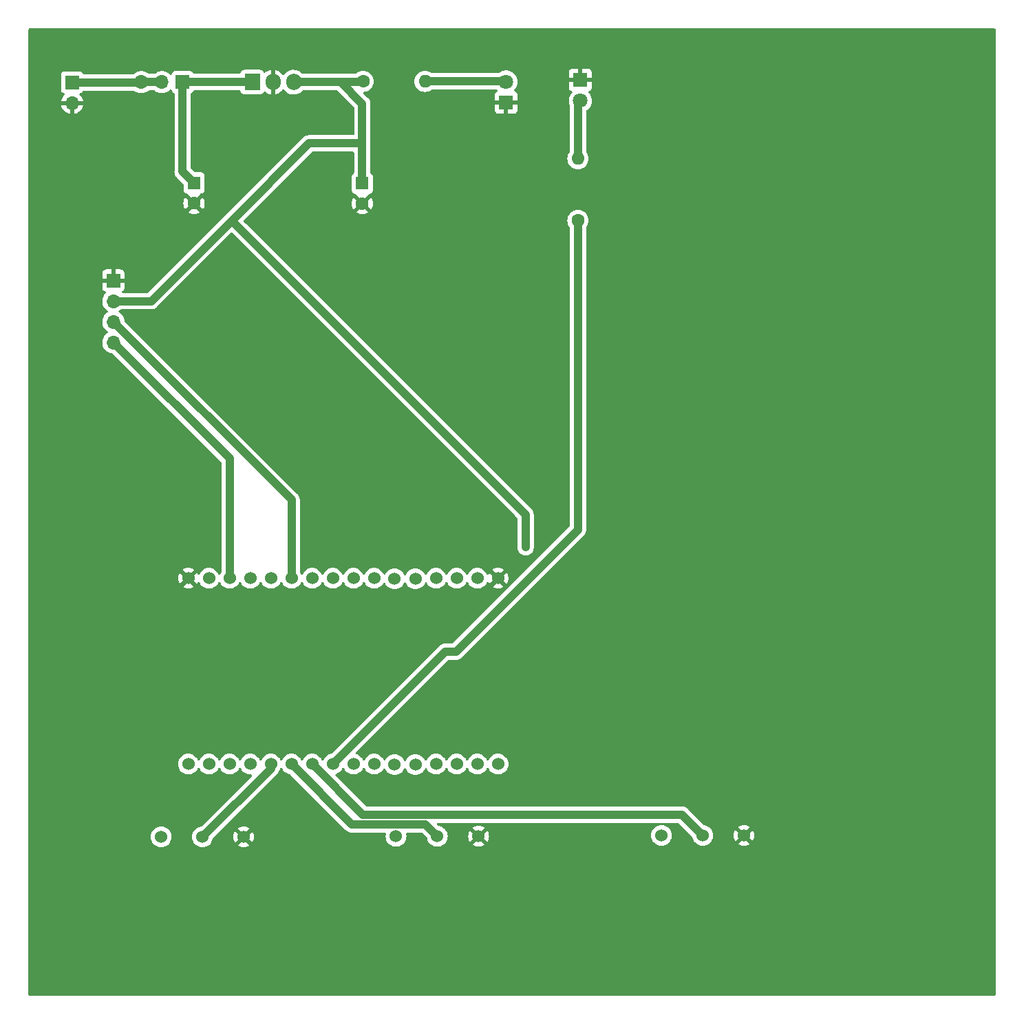
<source format=gbr>
%TF.GenerationSoftware,KiCad,Pcbnew,(6.0.1)*%
%TF.CreationDate,2022-11-21T11:05:34+09:00*%
%TF.ProjectId,controller,636f6e74-726f-46c6-9c65-722e6b696361,rev?*%
%TF.SameCoordinates,Original*%
%TF.FileFunction,Copper,L1,Top*%
%TF.FilePolarity,Positive*%
%FSLAX46Y46*%
G04 Gerber Fmt 4.6, Leading zero omitted, Abs format (unit mm)*
G04 Created by KiCad (PCBNEW (6.0.1)) date 2022-11-21 11:05:34*
%MOMM*%
%LPD*%
G01*
G04 APERTURE LIST*
%TA.AperFunction,ComponentPad*%
%ADD10C,1.524000*%
%TD*%
%TA.AperFunction,ComponentPad*%
%ADD11R,1.800000X1.800000*%
%TD*%
%TA.AperFunction,ComponentPad*%
%ADD12C,1.800000*%
%TD*%
%TA.AperFunction,ComponentPad*%
%ADD13R,1.600000X1.600000*%
%TD*%
%TA.AperFunction,ComponentPad*%
%ADD14C,1.600000*%
%TD*%
%TA.AperFunction,ComponentPad*%
%ADD15R,1.700000X1.700000*%
%TD*%
%TA.AperFunction,ComponentPad*%
%ADD16O,1.700000X1.700000*%
%TD*%
%TA.AperFunction,ComponentPad*%
%ADD17O,1.600000X1.600000*%
%TD*%
%TA.AperFunction,ComponentPad*%
%ADD18R,1.905000X2.000000*%
%TD*%
%TA.AperFunction,ComponentPad*%
%ADD19O,1.905000X2.000000*%
%TD*%
%TA.AperFunction,ViaPad*%
%ADD20C,0.800000*%
%TD*%
%TA.AperFunction,Conductor*%
%ADD21C,1.000000*%
%TD*%
G04 APERTURE END LIST*
D10*
%TO.P,U4,1,1*%
%TO.N,+5V*%
X95940000Y-119880000D03*
%TO.P,U4,2,2*%
%TO.N,/Kp*%
X101020000Y-119880000D03*
%TO.P,U4,3,3*%
%TO.N,GND*%
X106100000Y-119880000D03*
%TD*%
D11*
%TO.P,D2,1,K*%
%TO.N,GND*%
X147510000Y-26770000D03*
D12*
%TO.P,D2,2,A*%
%TO.N,Net-(D2-Pad2)*%
X147510000Y-29310000D03*
%TD*%
D13*
%TO.P,C2,1*%
%TO.N,+5V*%
X120680000Y-39477349D03*
D14*
%TO.P,C2,2*%
%TO.N,GND*%
X120680000Y-41977349D03*
%TD*%
D15*
%TO.P,U7,1*%
%TO.N,GND*%
X90060000Y-51430000D03*
D16*
%TO.P,U7,2*%
%TO.N,+5V*%
X90060000Y-53970000D03*
%TO.P,U7,3*%
%TO.N,/SDA*%
X90060000Y-56510000D03*
%TO.P,U7,4*%
%TO.N,/SCL*%
X90060000Y-59050000D03*
%TD*%
D11*
%TO.P,D1,1,K*%
%TO.N,GND*%
X138380000Y-29530000D03*
D12*
%TO.P,D1,2,A*%
%TO.N,Net-(D1-Pad2)*%
X138380000Y-26990000D03*
%TD*%
D15*
%TO.P,U1,1,1*%
%TO.N,+BATT*%
X98580000Y-27030000D03*
D16*
%TO.P,U1,2,2*%
%TO.N,+BATT_IN*%
X96040000Y-27030000D03*
%TO.P,U1,3,3*%
X93500000Y-27030000D03*
%TD*%
D15*
%TO.P,J1,1,Pin_1*%
%TO.N,+BATT_IN*%
X84980000Y-27055000D03*
D16*
%TO.P,J1,2,Pin_2*%
%TO.N,GND*%
X84980000Y-29595000D03*
%TD*%
D10*
%TO.P,U6,1,1*%
%TO.N,+5V*%
X157490000Y-119710000D03*
%TO.P,U6,2,2*%
%TO.N,/Kd*%
X162570000Y-119710000D03*
%TO.P,U6,3,3*%
%TO.N,GND*%
X167650000Y-119710000D03*
%TD*%
D13*
%TO.P,C1,1*%
%TO.N,+BATT*%
X99980000Y-39430000D03*
D14*
%TO.P,C1,2*%
%TO.N,GND*%
X99980000Y-41930000D03*
%TD*%
%TO.P,R1,1*%
%TO.N,/WF_LED2*%
X147210000Y-44045000D03*
D17*
%TO.P,R1,2*%
%TO.N,Net-(D2-Pad2)*%
X147210000Y-36425000D03*
%TD*%
D14*
%TO.P,R2,1*%
%TO.N,+5V*%
X120770000Y-26930000D03*
D17*
%TO.P,R2,2*%
%TO.N,Net-(D1-Pad2)*%
X128390000Y-26930000D03*
%TD*%
D10*
%TO.P,U2,0,0*%
%TO.N,unconnected-(U2-Pad0)*%
X129760000Y-88070000D03*
%TO.P,U2,2,2*%
%TO.N,unconnected-(U2-Pad2)*%
X132300000Y-88070000D03*
%TO.P,U2,3V,3V*%
%TO.N,unconnected-(U2-Pad3V)*%
X99280000Y-110930000D03*
%TO.P,U2,4,4*%
%TO.N,unconnected-(U2-Pad4)*%
X127219999Y-88130000D03*
%TO.P,U2,5,5*%
%TO.N,unconnected-(U2-Pad5)*%
X119600000Y-88070000D03*
%TO.P,U2,12,12*%
%TO.N,unconnected-(U2-Pad12)*%
X127219999Y-110990000D03*
%TO.P,U2,13,13*%
%TO.N,unconnected-(U2-Pad13)*%
X129760000Y-110930000D03*
%TO.P,U2,14,14*%
%TO.N,unconnected-(U2-Pad14)*%
X124639999Y-110990000D03*
%TO.P,U2,15,15*%
%TO.N,unconnected-(U2-Pad15)*%
X134840000Y-88070000D03*
%TO.P,U2,16,16*%
%TO.N,unconnected-(U2-Pad16)*%
X124639999Y-88130000D03*
%TO.P,U2,17,17*%
%TO.N,unconnected-(U2-Pad17)*%
X122140000Y-88070000D03*
%TO.P,U2,18,18*%
%TO.N,unconnected-(U2-Pad18)*%
X117060000Y-88070000D03*
%TO.P,U2,19,19*%
%TO.N,unconnected-(U2-Pad19)*%
X114520000Y-88070000D03*
%TO.P,U2,21,21*%
%TO.N,/SDA*%
X111980000Y-88070000D03*
%TO.P,U2,22,22*%
%TO.N,/SCL*%
X104360000Y-88070000D03*
%TO.P,U2,23,23*%
%TO.N,unconnected-(U2-Pad23)*%
X101820000Y-88070000D03*
%TO.P,U2,25,25*%
%TO.N,/WF_LED2*%
X117060000Y-110930000D03*
%TO.P,U2,26,26*%
%TO.N,unconnected-(U2-Pad26)*%
X119600000Y-110930000D03*
%TO.P,U2,27,27*%
%TO.N,unconnected-(U2-Pad27)*%
X122140000Y-110930000D03*
%TO.P,U2,32,32*%
%TO.N,/Ki*%
X111980000Y-110930000D03*
%TO.P,U2,33,33*%
%TO.N,/Kd*%
X114520000Y-110930000D03*
%TO.P,U2,34,34*%
%TO.N,/Kp*%
X109440000Y-110930000D03*
%TO.P,U2,BAT,BAT*%
%TO.N,unconnected-(U2-PadBAT)*%
X137380000Y-110930000D03*
%TO.P,U2,EN,EN*%
%TO.N,unconnected-(U2-PadEN)*%
X132300000Y-110930000D03*
%TO.P,U2,GND,GND*%
%TO.N,GND*%
X99280000Y-88070000D03*
X137380000Y-88070000D03*
%TO.P,U2,RS,RS*%
%TO.N,unconnected-(U2-PadRS)*%
X101820000Y-110930000D03*
%TO.P,U2,RX,RX*%
%TO.N,unconnected-(U2-PadRX)*%
X109440000Y-88070000D03*
%TO.P,U2,TX,TX*%
%TO.N,unconnected-(U2-PadTX)*%
X106900000Y-88070000D03*
%TO.P,U2,USB,USB*%
%TO.N,+5V*%
X134840000Y-110930000D03*
%TO.P,U2,VN,VN*%
%TO.N,unconnected-(U2-PadVN)*%
X106900000Y-110930000D03*
%TO.P,U2,VP,VP*%
%TO.N,unconnected-(U2-PadVP)*%
X104360000Y-110930000D03*
%TD*%
%TO.P,U5,1,1*%
%TO.N,+5V*%
X124830000Y-119810000D03*
%TO.P,U5,2,2*%
%TO.N,/Ki*%
X129910000Y-119810000D03*
%TO.P,U5,3,3*%
%TO.N,GND*%
X134990000Y-119810000D03*
%TD*%
D18*
%TO.P,U3,1,IN*%
%TO.N,+BATT*%
X107140000Y-27030000D03*
D19*
%TO.P,U3,2,GND*%
%TO.N,GND*%
X109680000Y-27030000D03*
%TO.P,U3,3,OUT*%
%TO.N,+5V*%
X112220000Y-27030000D03*
%TD*%
D20*
%TO.N,+5V*%
X140770000Y-84250000D03*
%TD*%
D21*
%TO.N,+BATT*%
X98580000Y-38030000D02*
X99980000Y-39430000D01*
X98580000Y-27030000D02*
X107140000Y-27030000D01*
X98580000Y-27030000D02*
X98580000Y-38030000D01*
%TO.N,+5V*%
X140770000Y-80240000D02*
X140770000Y-84250000D01*
X94700000Y-53970000D02*
X104600000Y-44070000D01*
X120680000Y-29700000D02*
X118010000Y-27030000D01*
X114100000Y-34570000D02*
X120680000Y-34570000D01*
X104600000Y-44070000D02*
X140770000Y-80240000D01*
X120680000Y-39477349D02*
X120680000Y-34570000D01*
X90060000Y-53970000D02*
X94700000Y-53970000D01*
X120670000Y-27030000D02*
X120770000Y-26930000D01*
X120680000Y-34570000D02*
X120680000Y-29700000D01*
X104600000Y-44070000D02*
X114100000Y-34570000D01*
X118010000Y-27030000D02*
X120670000Y-27030000D01*
X112220000Y-27030000D02*
X118010000Y-27030000D01*
%TO.N,Net-(D1-Pad2)*%
X128390000Y-26930000D02*
X138320000Y-26930000D01*
X138320000Y-26930000D02*
X138380000Y-26990000D01*
%TO.N,Net-(D2-Pad2)*%
X147210000Y-29610000D02*
X147510000Y-29310000D01*
X147210000Y-36425000D02*
X147210000Y-29610000D01*
%TO.N,/WF_LED2*%
X130900000Y-97090000D02*
X117060000Y-110930000D01*
X132200000Y-97090000D02*
X130900000Y-97090000D01*
X147210000Y-82080000D02*
X132200000Y-97090000D01*
X147210000Y-44045000D02*
X147210000Y-82080000D01*
%TO.N,/SDA*%
X90060000Y-56510000D02*
X111980000Y-78430000D01*
X111980000Y-78430000D02*
X111980000Y-88070000D01*
%TO.N,/SCL*%
X104360000Y-73350000D02*
X104360000Y-88070000D01*
X90060000Y-59050000D02*
X104360000Y-73350000D01*
%TO.N,/Ki*%
X129910000Y-119810000D02*
X128448489Y-118348489D01*
X128448489Y-118348489D02*
X119398489Y-118348489D01*
X119398489Y-118348489D02*
X111980000Y-110930000D01*
%TO.N,/Kd*%
X120738969Y-117148969D02*
X114520000Y-110930000D01*
X162570000Y-119710000D02*
X160008969Y-117148969D01*
X160008969Y-117148969D02*
X120738969Y-117148969D01*
%TO.N,/Kp*%
X109440000Y-111460000D02*
X109440000Y-110930000D01*
X101020000Y-119880000D02*
X109440000Y-111460000D01*
%TO.N,+BATT_IN*%
X93500000Y-27030000D02*
X96040000Y-27030000D01*
X93475000Y-27055000D02*
X93500000Y-27030000D01*
X84980000Y-27055000D02*
X93475000Y-27055000D01*
%TD*%
%TA.AperFunction,Conductor*%
%TO.N,GND*%
G36*
X198534121Y-20448002D02*
G01*
X198580614Y-20501658D01*
X198592000Y-20554000D01*
X198592000Y-139286000D01*
X198571998Y-139354121D01*
X198518342Y-139400614D01*
X198466000Y-139412000D01*
X79734000Y-139412000D01*
X79665879Y-139391998D01*
X79619386Y-139338342D01*
X79608000Y-139286000D01*
X79608000Y-119880000D01*
X94664647Y-119880000D01*
X94684022Y-120101463D01*
X94741560Y-120316196D01*
X94743882Y-120321177D01*
X94743883Y-120321178D01*
X94833186Y-120512689D01*
X94833189Y-120512694D01*
X94835512Y-120517676D01*
X94838668Y-120522183D01*
X94838669Y-120522185D01*
X94956270Y-120690136D01*
X94963023Y-120699781D01*
X95120219Y-120856977D01*
X95124727Y-120860134D01*
X95124730Y-120860136D01*
X95189724Y-120905645D01*
X95302323Y-120984488D01*
X95307305Y-120986811D01*
X95307310Y-120986814D01*
X95477079Y-121065978D01*
X95503804Y-121078440D01*
X95509112Y-121079862D01*
X95509114Y-121079863D01*
X95529603Y-121085353D01*
X95718537Y-121135978D01*
X95940000Y-121155353D01*
X96161463Y-121135978D01*
X96350397Y-121085353D01*
X96370886Y-121079863D01*
X96370888Y-121079862D01*
X96376196Y-121078440D01*
X96402921Y-121065978D01*
X96572690Y-120986814D01*
X96572695Y-120986811D01*
X96577677Y-120984488D01*
X96690276Y-120905645D01*
X96755270Y-120860136D01*
X96755273Y-120860134D01*
X96759781Y-120856977D01*
X96916977Y-120699781D01*
X96923731Y-120690136D01*
X97041331Y-120522185D01*
X97041332Y-120522183D01*
X97044488Y-120517676D01*
X97046811Y-120512694D01*
X97046814Y-120512689D01*
X97136117Y-120321178D01*
X97136118Y-120321177D01*
X97138440Y-120316196D01*
X97195978Y-120101463D01*
X97215353Y-119880000D01*
X97195978Y-119658537D01*
X97150426Y-119488537D01*
X97139863Y-119449114D01*
X97139862Y-119449112D01*
X97138440Y-119443804D01*
X97108354Y-119379285D01*
X97046814Y-119247311D01*
X97046811Y-119247306D01*
X97044488Y-119242324D01*
X97039240Y-119234829D01*
X96920136Y-119064730D01*
X96920134Y-119064727D01*
X96916977Y-119060219D01*
X96759781Y-118903023D01*
X96755273Y-118899866D01*
X96755270Y-118899864D01*
X96665376Y-118836920D01*
X96577677Y-118775512D01*
X96572695Y-118773189D01*
X96572690Y-118773186D01*
X96381178Y-118683883D01*
X96381177Y-118683882D01*
X96376196Y-118681560D01*
X96370888Y-118680138D01*
X96370886Y-118680137D01*
X96305051Y-118662497D01*
X96161463Y-118624022D01*
X95940000Y-118604647D01*
X95718537Y-118624022D01*
X95574949Y-118662497D01*
X95509114Y-118680137D01*
X95509112Y-118680138D01*
X95503804Y-118681560D01*
X95498823Y-118683882D01*
X95498822Y-118683883D01*
X95307311Y-118773186D01*
X95307306Y-118773189D01*
X95302324Y-118775512D01*
X95297817Y-118778668D01*
X95297815Y-118778669D01*
X95124730Y-118899864D01*
X95124727Y-118899866D01*
X95120219Y-118903023D01*
X94963023Y-119060219D01*
X94959866Y-119064727D01*
X94959864Y-119064730D01*
X94840760Y-119234829D01*
X94835512Y-119242324D01*
X94833189Y-119247306D01*
X94833186Y-119247311D01*
X94771646Y-119379285D01*
X94741560Y-119443804D01*
X94740138Y-119449112D01*
X94740137Y-119449114D01*
X94729574Y-119488537D01*
X94684022Y-119658537D01*
X94664647Y-119880000D01*
X79608000Y-119880000D01*
X79608000Y-110930000D01*
X98004647Y-110930000D01*
X98024022Y-111151463D01*
X98081560Y-111366196D01*
X98083882Y-111371177D01*
X98083883Y-111371178D01*
X98173186Y-111562689D01*
X98173189Y-111562694D01*
X98175512Y-111567676D01*
X98178668Y-111572183D01*
X98178669Y-111572185D01*
X98220682Y-111632185D01*
X98303023Y-111749781D01*
X98460219Y-111906977D01*
X98464727Y-111910134D01*
X98464730Y-111910136D01*
X98508459Y-111940755D01*
X98642323Y-112034488D01*
X98647305Y-112036811D01*
X98647310Y-112036814D01*
X98826699Y-112120464D01*
X98843804Y-112128440D01*
X98849112Y-112129862D01*
X98849114Y-112129863D01*
X98907767Y-112145579D01*
X99058537Y-112185978D01*
X99280000Y-112205353D01*
X99501463Y-112185978D01*
X99652233Y-112145579D01*
X99710886Y-112129863D01*
X99710888Y-112129862D01*
X99716196Y-112128440D01*
X99733301Y-112120464D01*
X99912690Y-112036814D01*
X99912695Y-112036811D01*
X99917677Y-112034488D01*
X100051541Y-111940755D01*
X100095270Y-111910136D01*
X100095273Y-111910134D01*
X100099781Y-111906977D01*
X100256977Y-111749781D01*
X100339319Y-111632185D01*
X100381331Y-111572185D01*
X100381332Y-111572183D01*
X100384488Y-111567676D01*
X100386811Y-111562694D01*
X100386814Y-111562689D01*
X100435805Y-111457627D01*
X100482723Y-111404342D01*
X100551000Y-111384881D01*
X100618960Y-111405423D01*
X100664195Y-111457627D01*
X100713186Y-111562689D01*
X100713189Y-111562694D01*
X100715512Y-111567676D01*
X100718668Y-111572183D01*
X100718669Y-111572185D01*
X100760682Y-111632185D01*
X100843023Y-111749781D01*
X101000219Y-111906977D01*
X101004727Y-111910134D01*
X101004730Y-111910136D01*
X101048459Y-111940755D01*
X101182323Y-112034488D01*
X101187305Y-112036811D01*
X101187310Y-112036814D01*
X101366699Y-112120464D01*
X101383804Y-112128440D01*
X101389112Y-112129862D01*
X101389114Y-112129863D01*
X101447767Y-112145579D01*
X101598537Y-112185978D01*
X101820000Y-112205353D01*
X102041463Y-112185978D01*
X102192233Y-112145579D01*
X102250886Y-112129863D01*
X102250888Y-112129862D01*
X102256196Y-112128440D01*
X102273301Y-112120464D01*
X102452690Y-112036814D01*
X102452695Y-112036811D01*
X102457677Y-112034488D01*
X102591541Y-111940755D01*
X102635270Y-111910136D01*
X102635273Y-111910134D01*
X102639781Y-111906977D01*
X102796977Y-111749781D01*
X102879319Y-111632185D01*
X102921331Y-111572185D01*
X102921332Y-111572183D01*
X102924488Y-111567676D01*
X102926811Y-111562694D01*
X102926814Y-111562689D01*
X102975805Y-111457627D01*
X103022723Y-111404342D01*
X103091000Y-111384881D01*
X103158960Y-111405423D01*
X103204195Y-111457627D01*
X103253186Y-111562689D01*
X103253189Y-111562694D01*
X103255512Y-111567676D01*
X103258668Y-111572183D01*
X103258669Y-111572185D01*
X103300682Y-111632185D01*
X103383023Y-111749781D01*
X103540219Y-111906977D01*
X103544727Y-111910134D01*
X103544730Y-111910136D01*
X103588459Y-111940755D01*
X103722323Y-112034488D01*
X103727305Y-112036811D01*
X103727310Y-112036814D01*
X103906699Y-112120464D01*
X103923804Y-112128440D01*
X103929112Y-112129862D01*
X103929114Y-112129863D01*
X103987767Y-112145579D01*
X104138537Y-112185978D01*
X104360000Y-112205353D01*
X104581463Y-112185978D01*
X104732233Y-112145579D01*
X104790886Y-112129863D01*
X104790888Y-112129862D01*
X104796196Y-112128440D01*
X104813301Y-112120464D01*
X104992690Y-112036814D01*
X104992695Y-112036811D01*
X104997677Y-112034488D01*
X105131541Y-111940755D01*
X105175270Y-111910136D01*
X105175273Y-111910134D01*
X105179781Y-111906977D01*
X105336977Y-111749781D01*
X105419319Y-111632185D01*
X105461331Y-111572185D01*
X105461332Y-111572183D01*
X105464488Y-111567676D01*
X105466811Y-111562694D01*
X105466814Y-111562689D01*
X105515805Y-111457627D01*
X105562723Y-111404342D01*
X105631000Y-111384881D01*
X105698960Y-111405423D01*
X105744195Y-111457627D01*
X105793186Y-111562689D01*
X105793189Y-111562694D01*
X105795512Y-111567676D01*
X105798668Y-111572183D01*
X105798669Y-111572185D01*
X105840682Y-111632185D01*
X105923023Y-111749781D01*
X106080219Y-111906977D01*
X106084727Y-111910134D01*
X106084730Y-111910136D01*
X106128459Y-111940755D01*
X106262323Y-112034488D01*
X106267305Y-112036811D01*
X106267310Y-112036814D01*
X106446699Y-112120464D01*
X106463804Y-112128440D01*
X106469112Y-112129862D01*
X106469114Y-112129863D01*
X106527767Y-112145579D01*
X106678537Y-112185978D01*
X106900000Y-112205353D01*
X106905475Y-112204874D01*
X106905477Y-112204874D01*
X106958872Y-112200203D01*
X107028476Y-112214193D01*
X107079468Y-112263593D01*
X107095658Y-112332719D01*
X107071905Y-112399624D01*
X107058947Y-112414819D01*
X100887082Y-118586684D01*
X100824770Y-118620710D01*
X100808964Y-118623110D01*
X100808513Y-118623149D01*
X100804017Y-118623542D01*
X100804010Y-118623543D01*
X100798537Y-118624022D01*
X100793229Y-118625444D01*
X100793225Y-118625445D01*
X100589114Y-118680137D01*
X100589112Y-118680138D01*
X100583804Y-118681560D01*
X100578823Y-118683882D01*
X100578822Y-118683883D01*
X100387311Y-118773186D01*
X100387306Y-118773189D01*
X100382324Y-118775512D01*
X100377817Y-118778668D01*
X100377815Y-118778669D01*
X100204730Y-118899864D01*
X100204727Y-118899866D01*
X100200219Y-118903023D01*
X100043023Y-119060219D01*
X100039866Y-119064727D01*
X100039864Y-119064730D01*
X99920760Y-119234829D01*
X99915512Y-119242324D01*
X99913189Y-119247306D01*
X99913186Y-119247311D01*
X99851646Y-119379285D01*
X99821560Y-119443804D01*
X99820138Y-119449112D01*
X99820137Y-119449114D01*
X99809574Y-119488537D01*
X99764022Y-119658537D01*
X99744647Y-119880000D01*
X99764022Y-120101463D01*
X99821560Y-120316196D01*
X99823882Y-120321177D01*
X99823883Y-120321178D01*
X99913186Y-120512689D01*
X99913189Y-120512694D01*
X99915512Y-120517676D01*
X99918668Y-120522183D01*
X99918669Y-120522185D01*
X100036270Y-120690136D01*
X100043023Y-120699781D01*
X100200219Y-120856977D01*
X100204727Y-120860134D01*
X100204730Y-120860136D01*
X100269724Y-120905645D01*
X100382323Y-120984488D01*
X100387305Y-120986811D01*
X100387310Y-120986814D01*
X100557079Y-121065978D01*
X100583804Y-121078440D01*
X100589112Y-121079862D01*
X100589114Y-121079863D01*
X100609603Y-121085353D01*
X100798537Y-121135978D01*
X101020000Y-121155353D01*
X101241463Y-121135978D01*
X101430397Y-121085353D01*
X101450886Y-121079863D01*
X101450888Y-121079862D01*
X101456196Y-121078440D01*
X101482921Y-121065978D01*
X101652690Y-120986814D01*
X101652695Y-120986811D01*
X101657677Y-120984488D01*
X101722959Y-120938777D01*
X105405777Y-120938777D01*
X105415074Y-120950793D01*
X105458069Y-120980898D01*
X105467555Y-120986376D01*
X105658993Y-121075645D01*
X105669285Y-121079391D01*
X105873309Y-121134059D01*
X105884104Y-121135962D01*
X106094525Y-121154372D01*
X106105475Y-121154372D01*
X106315896Y-121135962D01*
X106326691Y-121134059D01*
X106530715Y-121079391D01*
X106541007Y-121075645D01*
X106732445Y-120986376D01*
X106741931Y-120980898D01*
X106785764Y-120950207D01*
X106794139Y-120939729D01*
X106787071Y-120926281D01*
X106112812Y-120252022D01*
X106098868Y-120244408D01*
X106097035Y-120244539D01*
X106090420Y-120248790D01*
X105412207Y-120927003D01*
X105405777Y-120938777D01*
X101722959Y-120938777D01*
X101770276Y-120905645D01*
X101835270Y-120860136D01*
X101835273Y-120860134D01*
X101839781Y-120856977D01*
X101996977Y-120699781D01*
X102003731Y-120690136D01*
X102121331Y-120522185D01*
X102121332Y-120522183D01*
X102124488Y-120517676D01*
X102126811Y-120512694D01*
X102126814Y-120512689D01*
X102216117Y-120321178D01*
X102216118Y-120321177D01*
X102218440Y-120316196D01*
X102275978Y-120101463D01*
X102276890Y-120091038D01*
X102302750Y-120024919D01*
X102313316Y-120012919D01*
X102440760Y-119885475D01*
X104825628Y-119885475D01*
X104844038Y-120095896D01*
X104845941Y-120106691D01*
X104900609Y-120310715D01*
X104904355Y-120321007D01*
X104993623Y-120512441D01*
X104999103Y-120521932D01*
X105029794Y-120565765D01*
X105040271Y-120574140D01*
X105053718Y-120567072D01*
X105727978Y-119892812D01*
X105734356Y-119881132D01*
X106464408Y-119881132D01*
X106464539Y-119882965D01*
X106468790Y-119889580D01*
X107147003Y-120567793D01*
X107158777Y-120574223D01*
X107170793Y-120564926D01*
X107200897Y-120521932D01*
X107206377Y-120512441D01*
X107295645Y-120321007D01*
X107299391Y-120310715D01*
X107354059Y-120106691D01*
X107355962Y-120095896D01*
X107374372Y-119885475D01*
X107374372Y-119874525D01*
X107355962Y-119664104D01*
X107354059Y-119653309D01*
X107299391Y-119449285D01*
X107295645Y-119438993D01*
X107206377Y-119247559D01*
X107200897Y-119238068D01*
X107170206Y-119194235D01*
X107159729Y-119185860D01*
X107146282Y-119192928D01*
X106472022Y-119867188D01*
X106464408Y-119881132D01*
X105734356Y-119881132D01*
X105735592Y-119878868D01*
X105735461Y-119877035D01*
X105731210Y-119870420D01*
X105052997Y-119192207D01*
X105041223Y-119185777D01*
X105029207Y-119195074D01*
X104999103Y-119238068D01*
X104993623Y-119247559D01*
X104904355Y-119438993D01*
X104900609Y-119449285D01*
X104845941Y-119653309D01*
X104844038Y-119664104D01*
X104825628Y-119874525D01*
X104825628Y-119885475D01*
X102440760Y-119885475D01*
X103505964Y-118820271D01*
X105405860Y-118820271D01*
X105412928Y-118833718D01*
X106087188Y-119507978D01*
X106101132Y-119515592D01*
X106102965Y-119515461D01*
X106109580Y-119511210D01*
X106787793Y-118832997D01*
X106794223Y-118821223D01*
X106784926Y-118809207D01*
X106741931Y-118779102D01*
X106732445Y-118773624D01*
X106541007Y-118684355D01*
X106530715Y-118680609D01*
X106326691Y-118625941D01*
X106315896Y-118624038D01*
X106105475Y-118605628D01*
X106094525Y-118605628D01*
X105884104Y-118624038D01*
X105873309Y-118625941D01*
X105669285Y-118680609D01*
X105658993Y-118684355D01*
X105467559Y-118773623D01*
X105458068Y-118779103D01*
X105414235Y-118809794D01*
X105405860Y-118820271D01*
X103505964Y-118820271D01*
X110109379Y-112216855D01*
X110119522Y-112207753D01*
X110144218Y-112187897D01*
X110149025Y-112184032D01*
X110181292Y-112145578D01*
X110184472Y-112141931D01*
X110186115Y-112140119D01*
X110188309Y-112137925D01*
X110215642Y-112104651D01*
X110216348Y-112103800D01*
X110272195Y-112037244D01*
X110276154Y-112032526D01*
X110278722Y-112027856D01*
X110282103Y-112023739D01*
X110325977Y-111941914D01*
X110326606Y-111940755D01*
X110368462Y-111864619D01*
X110368465Y-111864611D01*
X110371433Y-111859213D01*
X110373045Y-111854131D01*
X110375562Y-111849437D01*
X110392620Y-111793644D01*
X110415795Y-111750963D01*
X110416977Y-111749781D01*
X110544488Y-111567676D01*
X110546811Y-111562694D01*
X110546814Y-111562689D01*
X110595805Y-111457627D01*
X110642723Y-111404342D01*
X110711000Y-111384881D01*
X110778960Y-111405423D01*
X110824195Y-111457627D01*
X110873186Y-111562689D01*
X110873189Y-111562694D01*
X110875512Y-111567676D01*
X110878668Y-111572183D01*
X110878669Y-111572185D01*
X110920682Y-111632185D01*
X111003023Y-111749781D01*
X111160219Y-111906977D01*
X111164727Y-111910134D01*
X111164730Y-111910136D01*
X111208459Y-111940755D01*
X111342323Y-112034488D01*
X111347305Y-112036811D01*
X111347310Y-112036814D01*
X111526699Y-112120464D01*
X111543804Y-112128440D01*
X111549112Y-112129862D01*
X111549114Y-112129863D01*
X111607767Y-112145579D01*
X111758537Y-112185978D01*
X111764014Y-112186457D01*
X111764019Y-112186458D01*
X111768962Y-112186890D01*
X111835081Y-112212750D01*
X111847081Y-112223316D01*
X118641634Y-119017868D01*
X118650736Y-119028011D01*
X118674457Y-119057514D01*
X118679185Y-119061481D01*
X118712910Y-119089780D01*
X118716558Y-119092961D01*
X118718370Y-119094604D01*
X118720564Y-119096798D01*
X118753838Y-119124131D01*
X118754636Y-119124793D01*
X118825963Y-119184643D01*
X118830633Y-119187211D01*
X118834750Y-119190592D01*
X118916609Y-119234484D01*
X118917739Y-119235097D01*
X118939132Y-119246858D01*
X118993878Y-119276955D01*
X118993883Y-119276957D01*
X118999276Y-119279922D01*
X119004354Y-119281533D01*
X119009052Y-119284052D01*
X119097987Y-119311242D01*
X119099191Y-119311617D01*
X119187795Y-119339724D01*
X119193086Y-119340317D01*
X119198187Y-119341877D01*
X119290800Y-119351284D01*
X119291920Y-119351404D01*
X119341716Y-119356989D01*
X119345245Y-119356989D01*
X119346228Y-119357044D01*
X119351915Y-119357492D01*
X119372172Y-119359549D01*
X119388825Y-119361241D01*
X119388828Y-119361241D01*
X119394952Y-119361863D01*
X119440601Y-119357548D01*
X119452458Y-119356989D01*
X123471859Y-119356989D01*
X123539980Y-119376991D01*
X123586473Y-119430647D01*
X123596577Y-119500921D01*
X123593565Y-119515601D01*
X123575447Y-119583216D01*
X123575446Y-119583224D01*
X123574022Y-119588537D01*
X123554647Y-119810000D01*
X123574022Y-120031463D01*
X123631560Y-120246196D01*
X123633882Y-120251177D01*
X123633883Y-120251178D01*
X123723186Y-120442689D01*
X123723189Y-120442694D01*
X123725512Y-120447676D01*
X123728668Y-120452183D01*
X123728669Y-120452185D01*
X123809619Y-120567793D01*
X123853023Y-120629781D01*
X124010219Y-120786977D01*
X124014727Y-120790134D01*
X124014730Y-120790136D01*
X124090495Y-120843187D01*
X124192323Y-120914488D01*
X124197305Y-120916811D01*
X124197310Y-120916814D01*
X124387810Y-121005645D01*
X124393804Y-121008440D01*
X124399112Y-121009862D01*
X124399114Y-121009863D01*
X124464949Y-121027503D01*
X124608537Y-121065978D01*
X124830000Y-121085353D01*
X125051463Y-121065978D01*
X125195051Y-121027503D01*
X125260886Y-121009863D01*
X125260888Y-121009862D01*
X125266196Y-121008440D01*
X125272190Y-121005645D01*
X125462690Y-120916814D01*
X125462695Y-120916811D01*
X125467677Y-120914488D01*
X125569505Y-120843187D01*
X125645270Y-120790136D01*
X125645273Y-120790134D01*
X125649781Y-120786977D01*
X125806977Y-120629781D01*
X125850382Y-120567793D01*
X125931331Y-120452185D01*
X125931332Y-120452183D01*
X125934488Y-120447676D01*
X125936811Y-120442694D01*
X125936814Y-120442689D01*
X126026117Y-120251178D01*
X126026118Y-120251177D01*
X126028440Y-120246196D01*
X126085978Y-120031463D01*
X126105353Y-119810000D01*
X126085978Y-119588537D01*
X126084554Y-119583224D01*
X126084553Y-119583216D01*
X126066435Y-119515601D01*
X126068124Y-119444625D01*
X126107917Y-119385829D01*
X126173181Y-119357880D01*
X126188141Y-119356989D01*
X127978563Y-119356989D01*
X128046684Y-119376991D01*
X128067658Y-119393893D01*
X128616684Y-119942918D01*
X128650709Y-120005231D01*
X128653110Y-120021036D01*
X128654022Y-120031463D01*
X128655444Y-120036771D01*
X128655445Y-120036775D01*
X128674179Y-120106691D01*
X128711560Y-120246196D01*
X128713882Y-120251177D01*
X128713883Y-120251178D01*
X128803186Y-120442689D01*
X128803189Y-120442694D01*
X128805512Y-120447676D01*
X128808668Y-120452183D01*
X128808669Y-120452185D01*
X128889619Y-120567793D01*
X128933023Y-120629781D01*
X129090219Y-120786977D01*
X129094727Y-120790134D01*
X129094730Y-120790136D01*
X129170495Y-120843187D01*
X129272323Y-120914488D01*
X129277305Y-120916811D01*
X129277310Y-120916814D01*
X129467810Y-121005645D01*
X129473804Y-121008440D01*
X129479112Y-121009862D01*
X129479114Y-121009863D01*
X129544949Y-121027503D01*
X129688537Y-121065978D01*
X129910000Y-121085353D01*
X130131463Y-121065978D01*
X130275051Y-121027503D01*
X130340886Y-121009863D01*
X130340888Y-121009862D01*
X130346196Y-121008440D01*
X130352190Y-121005645D01*
X130542690Y-120916814D01*
X130542695Y-120916811D01*
X130547677Y-120914488D01*
X130612959Y-120868777D01*
X134295777Y-120868777D01*
X134305074Y-120880793D01*
X134348069Y-120910898D01*
X134357555Y-120916376D01*
X134548993Y-121005645D01*
X134559285Y-121009391D01*
X134763309Y-121064059D01*
X134774104Y-121065962D01*
X134984525Y-121084372D01*
X134995475Y-121084372D01*
X135205896Y-121065962D01*
X135216691Y-121064059D01*
X135420715Y-121009391D01*
X135431007Y-121005645D01*
X135622445Y-120916376D01*
X135631931Y-120910898D01*
X135675764Y-120880207D01*
X135684139Y-120869729D01*
X135677071Y-120856281D01*
X135002812Y-120182022D01*
X134988868Y-120174408D01*
X134987035Y-120174539D01*
X134980420Y-120178790D01*
X134302207Y-120857003D01*
X134295777Y-120868777D01*
X130612959Y-120868777D01*
X130649505Y-120843187D01*
X130725270Y-120790136D01*
X130725273Y-120790134D01*
X130729781Y-120786977D01*
X130886977Y-120629781D01*
X130930382Y-120567793D01*
X131011331Y-120452185D01*
X131011332Y-120452183D01*
X131014488Y-120447676D01*
X131016811Y-120442694D01*
X131016814Y-120442689D01*
X131106117Y-120251178D01*
X131106118Y-120251177D01*
X131108440Y-120246196D01*
X131165978Y-120031463D01*
X131184874Y-119815475D01*
X133715628Y-119815475D01*
X133734038Y-120025896D01*
X133735941Y-120036691D01*
X133790609Y-120240715D01*
X133794355Y-120251007D01*
X133883623Y-120442441D01*
X133889103Y-120451932D01*
X133919794Y-120495765D01*
X133930271Y-120504140D01*
X133943718Y-120497072D01*
X134617978Y-119822812D01*
X134624356Y-119811132D01*
X135354408Y-119811132D01*
X135354539Y-119812965D01*
X135358790Y-119819580D01*
X136037003Y-120497793D01*
X136048777Y-120504223D01*
X136060793Y-120494926D01*
X136090897Y-120451932D01*
X136096377Y-120442441D01*
X136185645Y-120251007D01*
X136189391Y-120240715D01*
X136244059Y-120036691D01*
X136245962Y-120025896D01*
X136264372Y-119815475D01*
X136264372Y-119804525D01*
X136256102Y-119710000D01*
X156214647Y-119710000D01*
X156234022Y-119931463D01*
X156262241Y-120036776D01*
X156280975Y-120106691D01*
X156291560Y-120146196D01*
X156293882Y-120151177D01*
X156293883Y-120151178D01*
X156383186Y-120342689D01*
X156383189Y-120342694D01*
X156385512Y-120347676D01*
X156388668Y-120352183D01*
X156388669Y-120352185D01*
X156490625Y-120497793D01*
X156513023Y-120529781D01*
X156670219Y-120686977D01*
X156674727Y-120690134D01*
X156674730Y-120690136D01*
X156688505Y-120699781D01*
X156852323Y-120814488D01*
X156857305Y-120816811D01*
X156857310Y-120816814D01*
X157047810Y-120905645D01*
X157053804Y-120908440D01*
X157059112Y-120909862D01*
X157059114Y-120909863D01*
X157062977Y-120910898D01*
X157268537Y-120965978D01*
X157490000Y-120985353D01*
X157711463Y-120965978D01*
X157917023Y-120910898D01*
X157920886Y-120909863D01*
X157920888Y-120909862D01*
X157926196Y-120908440D01*
X157932190Y-120905645D01*
X158122690Y-120816814D01*
X158122695Y-120816811D01*
X158127677Y-120814488D01*
X158291495Y-120699781D01*
X158305270Y-120690136D01*
X158305273Y-120690134D01*
X158309781Y-120686977D01*
X158466977Y-120529781D01*
X158489376Y-120497793D01*
X158591331Y-120352185D01*
X158591332Y-120352183D01*
X158594488Y-120347676D01*
X158596811Y-120342694D01*
X158596814Y-120342689D01*
X158686117Y-120151178D01*
X158686118Y-120151177D01*
X158688440Y-120146196D01*
X158699026Y-120106691D01*
X158717759Y-120036776D01*
X158745978Y-119931463D01*
X158765353Y-119710000D01*
X158745978Y-119488537D01*
X158690511Y-119281533D01*
X158689863Y-119279114D01*
X158689862Y-119279112D01*
X158688440Y-119273804D01*
X158670105Y-119234484D01*
X158596814Y-119077311D01*
X158596811Y-119077306D01*
X158594488Y-119072324D01*
X158584118Y-119057514D01*
X158470136Y-118894730D01*
X158470134Y-118894727D01*
X158466977Y-118890219D01*
X158309781Y-118733023D01*
X158305273Y-118729866D01*
X158305270Y-118729864D01*
X158229505Y-118676813D01*
X158127677Y-118605512D01*
X158122695Y-118603189D01*
X158122690Y-118603186D01*
X157931178Y-118513883D01*
X157931177Y-118513882D01*
X157926196Y-118511560D01*
X157920888Y-118510138D01*
X157920886Y-118510137D01*
X157855051Y-118492497D01*
X157711463Y-118454022D01*
X157490000Y-118434647D01*
X157268537Y-118454022D01*
X157124949Y-118492497D01*
X157059114Y-118510137D01*
X157059112Y-118510138D01*
X157053804Y-118511560D01*
X157048823Y-118513882D01*
X157048822Y-118513883D01*
X156857311Y-118603186D01*
X156857306Y-118603189D01*
X156852324Y-118605512D01*
X156847817Y-118608668D01*
X156847815Y-118608669D01*
X156674730Y-118729864D01*
X156674727Y-118729866D01*
X156670219Y-118733023D01*
X156513023Y-118890219D01*
X156509866Y-118894727D01*
X156509864Y-118894730D01*
X156395882Y-119057514D01*
X156385512Y-119072324D01*
X156383189Y-119077306D01*
X156383186Y-119077311D01*
X156309895Y-119234484D01*
X156291560Y-119273804D01*
X156290138Y-119279112D01*
X156290137Y-119279114D01*
X156289489Y-119281533D01*
X156234022Y-119488537D01*
X156214647Y-119710000D01*
X136256102Y-119710000D01*
X136245962Y-119594104D01*
X136244059Y-119583309D01*
X136189391Y-119379285D01*
X136185645Y-119368993D01*
X136096377Y-119177559D01*
X136090897Y-119168068D01*
X136060206Y-119124235D01*
X136049729Y-119115860D01*
X136036282Y-119122928D01*
X135362022Y-119797188D01*
X135354408Y-119811132D01*
X134624356Y-119811132D01*
X134625592Y-119808868D01*
X134625461Y-119807035D01*
X134621210Y-119800420D01*
X133942997Y-119122207D01*
X133931223Y-119115777D01*
X133919207Y-119125074D01*
X133889103Y-119168068D01*
X133883623Y-119177559D01*
X133794355Y-119368993D01*
X133790609Y-119379285D01*
X133735941Y-119583309D01*
X133734038Y-119594104D01*
X133715628Y-119804525D01*
X133715628Y-119815475D01*
X131184874Y-119815475D01*
X131185353Y-119810000D01*
X131165978Y-119588537D01*
X131108440Y-119373804D01*
X131102872Y-119361863D01*
X131016814Y-119177311D01*
X131016811Y-119177306D01*
X131014488Y-119172324D01*
X131011331Y-119167815D01*
X130890136Y-118994730D01*
X130890134Y-118994727D01*
X130886977Y-118990219D01*
X130729781Y-118833023D01*
X130725273Y-118829866D01*
X130725270Y-118829864D01*
X130644325Y-118773186D01*
X130611599Y-118750271D01*
X134295860Y-118750271D01*
X134302928Y-118763718D01*
X134977188Y-119437978D01*
X134991132Y-119445592D01*
X134992965Y-119445461D01*
X134999580Y-119441210D01*
X135677793Y-118762997D01*
X135684223Y-118751223D01*
X135674926Y-118739207D01*
X135631931Y-118709102D01*
X135622445Y-118703624D01*
X135431007Y-118614355D01*
X135420715Y-118610609D01*
X135216691Y-118555941D01*
X135205896Y-118554038D01*
X134995475Y-118535628D01*
X134984525Y-118535628D01*
X134774104Y-118554038D01*
X134763309Y-118555941D01*
X134559285Y-118610609D01*
X134548993Y-118614355D01*
X134357559Y-118703623D01*
X134348068Y-118709103D01*
X134304235Y-118739794D01*
X134295860Y-118750271D01*
X130611599Y-118750271D01*
X130547677Y-118705512D01*
X130542695Y-118703189D01*
X130542690Y-118703186D01*
X130351178Y-118613883D01*
X130351177Y-118613882D01*
X130346196Y-118611560D01*
X130340888Y-118610138D01*
X130340886Y-118610137D01*
X130136775Y-118555445D01*
X130136771Y-118555444D01*
X130131463Y-118554022D01*
X130125990Y-118553543D01*
X130125983Y-118553542D01*
X130121487Y-118553149D01*
X130121037Y-118553110D01*
X130054918Y-118527250D01*
X130042918Y-118516684D01*
X129898798Y-118372564D01*
X129864772Y-118310252D01*
X129869837Y-118239437D01*
X129912384Y-118182601D01*
X129978904Y-118157790D01*
X129987893Y-118157469D01*
X159539044Y-118157469D01*
X159607165Y-118177471D01*
X159628139Y-118194374D01*
X161276684Y-119842918D01*
X161310709Y-119905230D01*
X161313110Y-119921037D01*
X161313542Y-119925983D01*
X161313543Y-119925990D01*
X161314022Y-119931463D01*
X161315444Y-119936771D01*
X161315445Y-119936775D01*
X161360997Y-120106776D01*
X161371560Y-120146196D01*
X161373882Y-120151177D01*
X161373883Y-120151178D01*
X161463186Y-120342689D01*
X161463189Y-120342694D01*
X161465512Y-120347676D01*
X161468668Y-120352183D01*
X161468669Y-120352185D01*
X161570625Y-120497793D01*
X161593023Y-120529781D01*
X161750219Y-120686977D01*
X161754727Y-120690134D01*
X161754730Y-120690136D01*
X161768505Y-120699781D01*
X161932323Y-120814488D01*
X161937305Y-120816811D01*
X161937310Y-120816814D01*
X162127810Y-120905645D01*
X162133804Y-120908440D01*
X162139112Y-120909862D01*
X162139114Y-120909863D01*
X162142977Y-120910898D01*
X162348537Y-120965978D01*
X162570000Y-120985353D01*
X162791463Y-120965978D01*
X162997023Y-120910898D01*
X163000886Y-120909863D01*
X163000888Y-120909862D01*
X163006196Y-120908440D01*
X163012190Y-120905645D01*
X163202690Y-120816814D01*
X163202695Y-120816811D01*
X163207677Y-120814488D01*
X163272959Y-120768777D01*
X166955777Y-120768777D01*
X166965074Y-120780793D01*
X167008069Y-120810898D01*
X167017555Y-120816376D01*
X167208993Y-120905645D01*
X167219285Y-120909391D01*
X167423309Y-120964059D01*
X167434104Y-120965962D01*
X167644525Y-120984372D01*
X167655475Y-120984372D01*
X167865896Y-120965962D01*
X167876691Y-120964059D01*
X168080715Y-120909391D01*
X168091007Y-120905645D01*
X168282445Y-120816376D01*
X168291931Y-120810898D01*
X168335764Y-120780207D01*
X168344139Y-120769729D01*
X168337071Y-120756281D01*
X167662812Y-120082022D01*
X167648868Y-120074408D01*
X167647035Y-120074539D01*
X167640420Y-120078790D01*
X166962207Y-120757003D01*
X166955777Y-120768777D01*
X163272959Y-120768777D01*
X163371495Y-120699781D01*
X163385270Y-120690136D01*
X163385273Y-120690134D01*
X163389781Y-120686977D01*
X163546977Y-120529781D01*
X163569376Y-120497793D01*
X163671331Y-120352185D01*
X163671332Y-120352183D01*
X163674488Y-120347676D01*
X163676811Y-120342694D01*
X163676814Y-120342689D01*
X163766117Y-120151178D01*
X163766118Y-120151177D01*
X163768440Y-120146196D01*
X163779026Y-120106691D01*
X163797759Y-120036776D01*
X163825978Y-119931463D01*
X163844874Y-119715475D01*
X166375628Y-119715475D01*
X166394038Y-119925896D01*
X166395941Y-119936691D01*
X166450609Y-120140715D01*
X166454355Y-120151007D01*
X166543623Y-120342441D01*
X166549103Y-120351932D01*
X166579794Y-120395765D01*
X166590271Y-120404140D01*
X166603718Y-120397072D01*
X167277978Y-119722812D01*
X167284356Y-119711132D01*
X168014408Y-119711132D01*
X168014539Y-119712965D01*
X168018790Y-119719580D01*
X168697003Y-120397793D01*
X168708777Y-120404223D01*
X168720793Y-120394926D01*
X168750897Y-120351932D01*
X168756377Y-120342441D01*
X168845645Y-120151007D01*
X168849391Y-120140715D01*
X168904059Y-119936691D01*
X168905962Y-119925896D01*
X168924372Y-119715475D01*
X168924372Y-119704525D01*
X168905962Y-119494104D01*
X168904059Y-119483309D01*
X168849391Y-119279285D01*
X168845645Y-119268993D01*
X168756377Y-119077559D01*
X168750897Y-119068068D01*
X168720206Y-119024235D01*
X168709729Y-119015860D01*
X168696282Y-119022928D01*
X168022022Y-119697188D01*
X168014408Y-119711132D01*
X167284356Y-119711132D01*
X167285592Y-119708868D01*
X167285461Y-119707035D01*
X167281210Y-119700420D01*
X166602997Y-119022207D01*
X166591223Y-119015777D01*
X166579207Y-119025074D01*
X166549103Y-119068068D01*
X166543623Y-119077559D01*
X166454355Y-119268993D01*
X166450609Y-119279285D01*
X166395941Y-119483309D01*
X166394038Y-119494104D01*
X166375628Y-119704525D01*
X166375628Y-119715475D01*
X163844874Y-119715475D01*
X163845353Y-119710000D01*
X163825978Y-119488537D01*
X163770511Y-119281533D01*
X163769863Y-119279114D01*
X163769862Y-119279112D01*
X163768440Y-119273804D01*
X163750105Y-119234484D01*
X163676814Y-119077311D01*
X163676811Y-119077306D01*
X163674488Y-119072324D01*
X163664118Y-119057514D01*
X163550136Y-118894730D01*
X163550134Y-118894727D01*
X163546977Y-118890219D01*
X163389781Y-118733023D01*
X163385273Y-118729866D01*
X163385270Y-118729864D01*
X163309505Y-118676813D01*
X163271599Y-118650271D01*
X166955860Y-118650271D01*
X166962928Y-118663718D01*
X167637188Y-119337978D01*
X167651132Y-119345592D01*
X167652965Y-119345461D01*
X167659580Y-119341210D01*
X168337793Y-118662997D01*
X168344223Y-118651223D01*
X168334926Y-118639207D01*
X168291931Y-118609102D01*
X168282445Y-118603624D01*
X168091007Y-118514355D01*
X168080715Y-118510609D01*
X167876691Y-118455941D01*
X167865896Y-118454038D01*
X167655475Y-118435628D01*
X167644525Y-118435628D01*
X167434104Y-118454038D01*
X167423309Y-118455941D01*
X167219285Y-118510609D01*
X167208993Y-118514355D01*
X167017559Y-118603623D01*
X167008068Y-118609103D01*
X166964235Y-118639794D01*
X166955860Y-118650271D01*
X163271599Y-118650271D01*
X163207677Y-118605512D01*
X163202695Y-118603189D01*
X163202690Y-118603186D01*
X163011178Y-118513883D01*
X163011177Y-118513882D01*
X163006196Y-118511560D01*
X163000888Y-118510138D01*
X163000886Y-118510137D01*
X162796775Y-118455445D01*
X162796771Y-118455444D01*
X162791463Y-118454022D01*
X162785990Y-118453543D01*
X162785983Y-118453542D01*
X162781487Y-118453149D01*
X162781037Y-118453110D01*
X162714918Y-118427250D01*
X162702918Y-118416684D01*
X160765824Y-116479590D01*
X160756722Y-116469447D01*
X160736866Y-116444751D01*
X160733001Y-116439944D01*
X160694547Y-116407677D01*
X160690900Y-116404497D01*
X160689088Y-116402854D01*
X160686894Y-116400660D01*
X160653620Y-116373327D01*
X160652822Y-116372665D01*
X160581495Y-116312815D01*
X160576825Y-116310247D01*
X160572708Y-116306866D01*
X160490883Y-116262992D01*
X160489724Y-116262363D01*
X160413588Y-116220507D01*
X160413580Y-116220504D01*
X160408182Y-116217536D01*
X160403100Y-116215924D01*
X160398406Y-116213407D01*
X160309438Y-116186207D01*
X160308410Y-116185887D01*
X160219663Y-116157734D01*
X160214367Y-116157140D01*
X160209271Y-116155582D01*
X160116712Y-116146179D01*
X160115576Y-116146058D01*
X160081961Y-116142288D01*
X160069239Y-116140861D01*
X160069235Y-116140861D01*
X160065742Y-116140469D01*
X160062215Y-116140469D01*
X160061230Y-116140414D01*
X160055550Y-116139967D01*
X160026144Y-116136980D01*
X160018632Y-116136217D01*
X160018630Y-116136217D01*
X160012507Y-116135595D01*
X159970228Y-116139592D01*
X159966860Y-116139910D01*
X159955002Y-116140469D01*
X121208894Y-116140469D01*
X121140773Y-116120467D01*
X121119799Y-116103564D01*
X117373277Y-112357043D01*
X117339251Y-112294731D01*
X117344316Y-112223916D01*
X117386863Y-112167080D01*
X117429759Y-112146242D01*
X117470212Y-112135402D01*
X117490886Y-112129863D01*
X117490888Y-112129862D01*
X117496196Y-112128440D01*
X117513301Y-112120464D01*
X117692690Y-112036814D01*
X117692695Y-112036811D01*
X117697677Y-112034488D01*
X117831541Y-111940755D01*
X117875270Y-111910136D01*
X117875273Y-111910134D01*
X117879781Y-111906977D01*
X118036977Y-111749781D01*
X118119319Y-111632185D01*
X118161331Y-111572185D01*
X118161332Y-111572183D01*
X118164488Y-111567676D01*
X118166811Y-111562694D01*
X118166814Y-111562689D01*
X118215805Y-111457627D01*
X118262723Y-111404342D01*
X118331000Y-111384881D01*
X118398960Y-111405423D01*
X118444195Y-111457627D01*
X118493186Y-111562689D01*
X118493189Y-111562694D01*
X118495512Y-111567676D01*
X118498668Y-111572183D01*
X118498669Y-111572185D01*
X118540682Y-111632185D01*
X118623023Y-111749781D01*
X118780219Y-111906977D01*
X118784727Y-111910134D01*
X118784730Y-111910136D01*
X118828459Y-111940755D01*
X118962323Y-112034488D01*
X118967305Y-112036811D01*
X118967310Y-112036814D01*
X119146699Y-112120464D01*
X119163804Y-112128440D01*
X119169112Y-112129862D01*
X119169114Y-112129863D01*
X119227767Y-112145579D01*
X119378537Y-112185978D01*
X119600000Y-112205353D01*
X119821463Y-112185978D01*
X119972233Y-112145579D01*
X120030886Y-112129863D01*
X120030888Y-112129862D01*
X120036196Y-112128440D01*
X120053301Y-112120464D01*
X120232690Y-112036814D01*
X120232695Y-112036811D01*
X120237677Y-112034488D01*
X120371541Y-111940755D01*
X120415270Y-111910136D01*
X120415273Y-111910134D01*
X120419781Y-111906977D01*
X120576977Y-111749781D01*
X120659319Y-111632185D01*
X120701331Y-111572185D01*
X120701332Y-111572183D01*
X120704488Y-111567676D01*
X120706811Y-111562694D01*
X120706814Y-111562689D01*
X120755805Y-111457627D01*
X120802723Y-111404342D01*
X120871000Y-111384881D01*
X120938960Y-111405423D01*
X120984195Y-111457627D01*
X121033186Y-111562689D01*
X121033189Y-111562694D01*
X121035512Y-111567676D01*
X121038668Y-111572183D01*
X121038669Y-111572185D01*
X121080682Y-111632185D01*
X121163023Y-111749781D01*
X121320219Y-111906977D01*
X121324727Y-111910134D01*
X121324730Y-111910136D01*
X121368459Y-111940755D01*
X121502323Y-112034488D01*
X121507305Y-112036811D01*
X121507310Y-112036814D01*
X121686699Y-112120464D01*
X121703804Y-112128440D01*
X121709112Y-112129862D01*
X121709114Y-112129863D01*
X121767767Y-112145579D01*
X121918537Y-112185978D01*
X122140000Y-112205353D01*
X122361463Y-112185978D01*
X122512233Y-112145579D01*
X122570886Y-112129863D01*
X122570888Y-112129862D01*
X122576196Y-112128440D01*
X122593301Y-112120464D01*
X122772690Y-112036814D01*
X122772695Y-112036811D01*
X122777677Y-112034488D01*
X122911541Y-111940755D01*
X122955270Y-111910136D01*
X122955273Y-111910134D01*
X122959781Y-111906977D01*
X123116977Y-111749781D01*
X123199319Y-111632185D01*
X123241331Y-111572185D01*
X123241332Y-111572183D01*
X123244488Y-111567676D01*
X123246811Y-111562694D01*
X123246814Y-111562689D01*
X123261815Y-111530518D01*
X123308732Y-111477233D01*
X123377009Y-111457772D01*
X123444969Y-111478314D01*
X123490205Y-111530518D01*
X123533185Y-111622689D01*
X123533188Y-111622694D01*
X123535511Y-111627676D01*
X123538667Y-111632183D01*
X123538668Y-111632185D01*
X123651723Y-111793644D01*
X123663022Y-111809781D01*
X123820218Y-111966977D01*
X123824726Y-111970134D01*
X123824729Y-111970136D01*
X123893527Y-112018309D01*
X124002322Y-112094488D01*
X124007304Y-112096811D01*
X124007309Y-112096814D01*
X124194350Y-112184032D01*
X124203803Y-112188440D01*
X124209111Y-112189862D01*
X124209113Y-112189863D01*
X124265135Y-112204874D01*
X124418536Y-112245978D01*
X124639999Y-112265353D01*
X124861462Y-112245978D01*
X125014863Y-112204874D01*
X125070885Y-112189863D01*
X125070887Y-112189862D01*
X125076195Y-112188440D01*
X125085648Y-112184032D01*
X125272689Y-112096814D01*
X125272694Y-112096811D01*
X125277676Y-112094488D01*
X125386471Y-112018309D01*
X125455269Y-111970136D01*
X125455272Y-111970134D01*
X125459780Y-111966977D01*
X125616976Y-111809781D01*
X125628276Y-111793644D01*
X125741330Y-111632185D01*
X125741331Y-111632183D01*
X125744487Y-111627676D01*
X125746810Y-111622694D01*
X125746813Y-111622689D01*
X125815804Y-111474737D01*
X125862722Y-111421452D01*
X125930999Y-111401991D01*
X125998959Y-111422533D01*
X126044194Y-111474737D01*
X126113185Y-111622689D01*
X126113188Y-111622694D01*
X126115511Y-111627676D01*
X126118667Y-111632183D01*
X126118668Y-111632185D01*
X126231723Y-111793644D01*
X126243022Y-111809781D01*
X126400218Y-111966977D01*
X126404726Y-111970134D01*
X126404729Y-111970136D01*
X126473527Y-112018309D01*
X126582322Y-112094488D01*
X126587304Y-112096811D01*
X126587309Y-112096814D01*
X126774350Y-112184032D01*
X126783803Y-112188440D01*
X126789111Y-112189862D01*
X126789113Y-112189863D01*
X126845135Y-112204874D01*
X126998536Y-112245978D01*
X127219999Y-112265353D01*
X127441462Y-112245978D01*
X127594863Y-112204874D01*
X127650885Y-112189863D01*
X127650887Y-112189862D01*
X127656195Y-112188440D01*
X127665648Y-112184032D01*
X127852689Y-112096814D01*
X127852694Y-112096811D01*
X127857676Y-112094488D01*
X127966471Y-112018309D01*
X128035269Y-111970136D01*
X128035272Y-111970134D01*
X128039780Y-111966977D01*
X128196976Y-111809781D01*
X128208276Y-111793644D01*
X128321330Y-111632185D01*
X128321331Y-111632183D01*
X128324487Y-111627676D01*
X128326810Y-111622694D01*
X128326813Y-111622689D01*
X128389794Y-111487626D01*
X128436712Y-111434341D01*
X128504989Y-111414880D01*
X128572949Y-111435422D01*
X128618184Y-111487626D01*
X128653186Y-111562689D01*
X128653189Y-111562694D01*
X128655512Y-111567676D01*
X128658668Y-111572183D01*
X128658669Y-111572185D01*
X128700682Y-111632185D01*
X128783023Y-111749781D01*
X128940219Y-111906977D01*
X128944727Y-111910134D01*
X128944730Y-111910136D01*
X128988459Y-111940755D01*
X129122323Y-112034488D01*
X129127305Y-112036811D01*
X129127310Y-112036814D01*
X129306699Y-112120464D01*
X129323804Y-112128440D01*
X129329112Y-112129862D01*
X129329114Y-112129863D01*
X129387767Y-112145579D01*
X129538537Y-112185978D01*
X129760000Y-112205353D01*
X129981463Y-112185978D01*
X130132233Y-112145579D01*
X130190886Y-112129863D01*
X130190888Y-112129862D01*
X130196196Y-112128440D01*
X130213301Y-112120464D01*
X130392690Y-112036814D01*
X130392695Y-112036811D01*
X130397677Y-112034488D01*
X130531541Y-111940755D01*
X130575270Y-111910136D01*
X130575273Y-111910134D01*
X130579781Y-111906977D01*
X130736977Y-111749781D01*
X130819319Y-111632185D01*
X130861331Y-111572185D01*
X130861332Y-111572183D01*
X130864488Y-111567676D01*
X130866811Y-111562694D01*
X130866814Y-111562689D01*
X130915805Y-111457627D01*
X130962723Y-111404342D01*
X131031000Y-111384881D01*
X131098960Y-111405423D01*
X131144195Y-111457627D01*
X131193186Y-111562689D01*
X131193189Y-111562694D01*
X131195512Y-111567676D01*
X131198668Y-111572183D01*
X131198669Y-111572185D01*
X131240682Y-111632185D01*
X131323023Y-111749781D01*
X131480219Y-111906977D01*
X131484727Y-111910134D01*
X131484730Y-111910136D01*
X131528459Y-111940755D01*
X131662323Y-112034488D01*
X131667305Y-112036811D01*
X131667310Y-112036814D01*
X131846699Y-112120464D01*
X131863804Y-112128440D01*
X131869112Y-112129862D01*
X131869114Y-112129863D01*
X131927767Y-112145579D01*
X132078537Y-112185978D01*
X132300000Y-112205353D01*
X132521463Y-112185978D01*
X132672233Y-112145579D01*
X132730886Y-112129863D01*
X132730888Y-112129862D01*
X132736196Y-112128440D01*
X132753301Y-112120464D01*
X132932690Y-112036814D01*
X132932695Y-112036811D01*
X132937677Y-112034488D01*
X133071541Y-111940755D01*
X133115270Y-111910136D01*
X133115273Y-111910134D01*
X133119781Y-111906977D01*
X133276977Y-111749781D01*
X133359319Y-111632185D01*
X133401331Y-111572185D01*
X133401332Y-111572183D01*
X133404488Y-111567676D01*
X133406811Y-111562694D01*
X133406814Y-111562689D01*
X133455805Y-111457627D01*
X133502723Y-111404342D01*
X133571000Y-111384881D01*
X133638960Y-111405423D01*
X133684195Y-111457627D01*
X133733186Y-111562689D01*
X133733189Y-111562694D01*
X133735512Y-111567676D01*
X133738668Y-111572183D01*
X133738669Y-111572185D01*
X133780682Y-111632185D01*
X133863023Y-111749781D01*
X134020219Y-111906977D01*
X134024727Y-111910134D01*
X134024730Y-111910136D01*
X134068459Y-111940755D01*
X134202323Y-112034488D01*
X134207305Y-112036811D01*
X134207310Y-112036814D01*
X134386699Y-112120464D01*
X134403804Y-112128440D01*
X134409112Y-112129862D01*
X134409114Y-112129863D01*
X134467767Y-112145579D01*
X134618537Y-112185978D01*
X134840000Y-112205353D01*
X135061463Y-112185978D01*
X135212233Y-112145579D01*
X135270886Y-112129863D01*
X135270888Y-112129862D01*
X135276196Y-112128440D01*
X135293301Y-112120464D01*
X135472690Y-112036814D01*
X135472695Y-112036811D01*
X135477677Y-112034488D01*
X135611541Y-111940755D01*
X135655270Y-111910136D01*
X135655273Y-111910134D01*
X135659781Y-111906977D01*
X135816977Y-111749781D01*
X135899319Y-111632185D01*
X135941331Y-111572185D01*
X135941332Y-111572183D01*
X135944488Y-111567676D01*
X135946811Y-111562694D01*
X135946814Y-111562689D01*
X135995805Y-111457627D01*
X136042723Y-111404342D01*
X136111000Y-111384881D01*
X136178960Y-111405423D01*
X136224195Y-111457627D01*
X136273186Y-111562689D01*
X136273189Y-111562694D01*
X136275512Y-111567676D01*
X136278668Y-111572183D01*
X136278669Y-111572185D01*
X136320682Y-111632185D01*
X136403023Y-111749781D01*
X136560219Y-111906977D01*
X136564727Y-111910134D01*
X136564730Y-111910136D01*
X136608459Y-111940755D01*
X136742323Y-112034488D01*
X136747305Y-112036811D01*
X136747310Y-112036814D01*
X136926699Y-112120464D01*
X136943804Y-112128440D01*
X136949112Y-112129862D01*
X136949114Y-112129863D01*
X137007767Y-112145579D01*
X137158537Y-112185978D01*
X137380000Y-112205353D01*
X137601463Y-112185978D01*
X137752233Y-112145579D01*
X137810886Y-112129863D01*
X137810888Y-112129862D01*
X137816196Y-112128440D01*
X137833301Y-112120464D01*
X138012690Y-112036814D01*
X138012695Y-112036811D01*
X138017677Y-112034488D01*
X138151541Y-111940755D01*
X138195270Y-111910136D01*
X138195273Y-111910134D01*
X138199781Y-111906977D01*
X138356977Y-111749781D01*
X138439319Y-111632185D01*
X138481331Y-111572185D01*
X138481332Y-111572183D01*
X138484488Y-111567676D01*
X138486811Y-111562694D01*
X138486814Y-111562689D01*
X138576117Y-111371178D01*
X138576118Y-111371177D01*
X138578440Y-111366196D01*
X138635978Y-111151463D01*
X138655353Y-110930000D01*
X138635978Y-110708537D01*
X138594517Y-110553804D01*
X138579863Y-110499114D01*
X138579862Y-110499112D01*
X138578440Y-110493804D01*
X138510364Y-110347815D01*
X138486814Y-110297311D01*
X138486811Y-110297306D01*
X138484488Y-110292324D01*
X138402148Y-110174730D01*
X138360136Y-110114730D01*
X138360134Y-110114727D01*
X138356977Y-110110219D01*
X138199781Y-109953023D01*
X138195273Y-109949866D01*
X138195270Y-109949864D01*
X138107874Y-109888669D01*
X138017677Y-109825512D01*
X138012695Y-109823189D01*
X138012690Y-109823186D01*
X137821178Y-109733883D01*
X137821177Y-109733882D01*
X137816196Y-109731560D01*
X137810888Y-109730138D01*
X137810886Y-109730137D01*
X137745051Y-109712497D01*
X137601463Y-109674022D01*
X137380000Y-109654647D01*
X137158537Y-109674022D01*
X137014949Y-109712497D01*
X136949114Y-109730137D01*
X136949112Y-109730138D01*
X136943804Y-109731560D01*
X136938823Y-109733882D01*
X136938822Y-109733883D01*
X136747311Y-109823186D01*
X136747306Y-109823189D01*
X136742324Y-109825512D01*
X136737817Y-109828668D01*
X136737815Y-109828669D01*
X136564730Y-109949864D01*
X136564727Y-109949866D01*
X136560219Y-109953023D01*
X136403023Y-110110219D01*
X136399866Y-110114727D01*
X136399864Y-110114730D01*
X136357852Y-110174730D01*
X136275512Y-110292324D01*
X136273189Y-110297306D01*
X136273186Y-110297311D01*
X136224195Y-110402373D01*
X136177277Y-110455658D01*
X136109000Y-110475119D01*
X136041040Y-110454577D01*
X135995805Y-110402373D01*
X135946814Y-110297311D01*
X135946811Y-110297306D01*
X135944488Y-110292324D01*
X135862148Y-110174730D01*
X135820136Y-110114730D01*
X135820134Y-110114727D01*
X135816977Y-110110219D01*
X135659781Y-109953023D01*
X135655273Y-109949866D01*
X135655270Y-109949864D01*
X135567874Y-109888669D01*
X135477677Y-109825512D01*
X135472695Y-109823189D01*
X135472690Y-109823186D01*
X135281178Y-109733883D01*
X135281177Y-109733882D01*
X135276196Y-109731560D01*
X135270888Y-109730138D01*
X135270886Y-109730137D01*
X135205051Y-109712497D01*
X135061463Y-109674022D01*
X134840000Y-109654647D01*
X134618537Y-109674022D01*
X134474949Y-109712497D01*
X134409114Y-109730137D01*
X134409112Y-109730138D01*
X134403804Y-109731560D01*
X134398823Y-109733882D01*
X134398822Y-109733883D01*
X134207311Y-109823186D01*
X134207306Y-109823189D01*
X134202324Y-109825512D01*
X134197817Y-109828668D01*
X134197815Y-109828669D01*
X134024730Y-109949864D01*
X134024727Y-109949866D01*
X134020219Y-109953023D01*
X133863023Y-110110219D01*
X133859866Y-110114727D01*
X133859864Y-110114730D01*
X133817852Y-110174730D01*
X133735512Y-110292324D01*
X133733189Y-110297306D01*
X133733186Y-110297311D01*
X133684195Y-110402373D01*
X133637277Y-110455658D01*
X133569000Y-110475119D01*
X133501040Y-110454577D01*
X133455805Y-110402373D01*
X133406814Y-110297311D01*
X133406811Y-110297306D01*
X133404488Y-110292324D01*
X133322148Y-110174730D01*
X133280136Y-110114730D01*
X133280134Y-110114727D01*
X133276977Y-110110219D01*
X133119781Y-109953023D01*
X133115273Y-109949866D01*
X133115270Y-109949864D01*
X133027874Y-109888669D01*
X132937677Y-109825512D01*
X132932695Y-109823189D01*
X132932690Y-109823186D01*
X132741178Y-109733883D01*
X132741177Y-109733882D01*
X132736196Y-109731560D01*
X132730888Y-109730138D01*
X132730886Y-109730137D01*
X132665051Y-109712497D01*
X132521463Y-109674022D01*
X132300000Y-109654647D01*
X132078537Y-109674022D01*
X131934949Y-109712497D01*
X131869114Y-109730137D01*
X131869112Y-109730138D01*
X131863804Y-109731560D01*
X131858823Y-109733882D01*
X131858822Y-109733883D01*
X131667311Y-109823186D01*
X131667306Y-109823189D01*
X131662324Y-109825512D01*
X131657817Y-109828668D01*
X131657815Y-109828669D01*
X131484730Y-109949864D01*
X131484727Y-109949866D01*
X131480219Y-109953023D01*
X131323023Y-110110219D01*
X131319866Y-110114727D01*
X131319864Y-110114730D01*
X131277852Y-110174730D01*
X131195512Y-110292324D01*
X131193189Y-110297306D01*
X131193186Y-110297311D01*
X131144195Y-110402373D01*
X131097277Y-110455658D01*
X131029000Y-110475119D01*
X130961040Y-110454577D01*
X130915805Y-110402373D01*
X130866814Y-110297311D01*
X130866811Y-110297306D01*
X130864488Y-110292324D01*
X130782148Y-110174730D01*
X130740136Y-110114730D01*
X130740134Y-110114727D01*
X130736977Y-110110219D01*
X130579781Y-109953023D01*
X130575273Y-109949866D01*
X130575270Y-109949864D01*
X130487874Y-109888669D01*
X130397677Y-109825512D01*
X130392695Y-109823189D01*
X130392690Y-109823186D01*
X130201178Y-109733883D01*
X130201177Y-109733882D01*
X130196196Y-109731560D01*
X130190888Y-109730138D01*
X130190886Y-109730137D01*
X130125051Y-109712497D01*
X129981463Y-109674022D01*
X129760000Y-109654647D01*
X129538537Y-109674022D01*
X129394949Y-109712497D01*
X129329114Y-109730137D01*
X129329112Y-109730138D01*
X129323804Y-109731560D01*
X129318823Y-109733882D01*
X129318822Y-109733883D01*
X129127311Y-109823186D01*
X129127306Y-109823189D01*
X129122324Y-109825512D01*
X129117817Y-109828668D01*
X129117815Y-109828669D01*
X128944730Y-109949864D01*
X128944727Y-109949866D01*
X128940219Y-109953023D01*
X128783023Y-110110219D01*
X128779866Y-110114727D01*
X128779864Y-110114730D01*
X128737852Y-110174730D01*
X128655512Y-110292324D01*
X128653189Y-110297306D01*
X128653186Y-110297311D01*
X128590205Y-110432374D01*
X128543287Y-110485659D01*
X128475010Y-110505120D01*
X128407050Y-110484578D01*
X128361815Y-110432374D01*
X128326813Y-110357311D01*
X128326810Y-110357306D01*
X128324487Y-110352324D01*
X128282475Y-110292324D01*
X128200135Y-110174730D01*
X128200133Y-110174727D01*
X128196976Y-110170219D01*
X128039780Y-110013023D01*
X128035272Y-110009866D01*
X128035269Y-110009864D01*
X127949580Y-109949864D01*
X127857676Y-109885512D01*
X127852694Y-109883189D01*
X127852689Y-109883186D01*
X127661177Y-109793883D01*
X127661176Y-109793882D01*
X127656195Y-109791560D01*
X127650887Y-109790138D01*
X127650885Y-109790137D01*
X127585050Y-109772497D01*
X127441462Y-109734022D01*
X127219999Y-109714647D01*
X126998536Y-109734022D01*
X126854948Y-109772497D01*
X126789113Y-109790137D01*
X126789111Y-109790138D01*
X126783803Y-109791560D01*
X126778822Y-109793882D01*
X126778821Y-109793883D01*
X126587310Y-109883186D01*
X126587305Y-109883189D01*
X126582323Y-109885512D01*
X126577816Y-109888668D01*
X126577814Y-109888669D01*
X126404729Y-110009864D01*
X126404726Y-110009866D01*
X126400218Y-110013023D01*
X126243022Y-110170219D01*
X126239865Y-110174727D01*
X126239863Y-110174730D01*
X126157523Y-110292324D01*
X126115511Y-110352324D01*
X126113188Y-110357306D01*
X126113185Y-110357311D01*
X126044194Y-110505263D01*
X125997276Y-110558548D01*
X125928999Y-110578009D01*
X125861039Y-110557467D01*
X125815804Y-110505263D01*
X125746813Y-110357311D01*
X125746810Y-110357306D01*
X125744487Y-110352324D01*
X125702475Y-110292324D01*
X125620135Y-110174730D01*
X125620133Y-110174727D01*
X125616976Y-110170219D01*
X125459780Y-110013023D01*
X125455272Y-110009866D01*
X125455269Y-110009864D01*
X125369580Y-109949864D01*
X125277676Y-109885512D01*
X125272694Y-109883189D01*
X125272689Y-109883186D01*
X125081177Y-109793883D01*
X125081176Y-109793882D01*
X125076195Y-109791560D01*
X125070887Y-109790138D01*
X125070885Y-109790137D01*
X125005050Y-109772497D01*
X124861462Y-109734022D01*
X124639999Y-109714647D01*
X124418536Y-109734022D01*
X124274948Y-109772497D01*
X124209113Y-109790137D01*
X124209111Y-109790138D01*
X124203803Y-109791560D01*
X124198822Y-109793882D01*
X124198821Y-109793883D01*
X124007310Y-109883186D01*
X124007305Y-109883189D01*
X124002323Y-109885512D01*
X123997816Y-109888668D01*
X123997814Y-109888669D01*
X123824729Y-110009864D01*
X123824726Y-110009866D01*
X123820218Y-110013023D01*
X123663022Y-110170219D01*
X123659865Y-110174727D01*
X123659863Y-110174730D01*
X123577523Y-110292324D01*
X123535511Y-110352324D01*
X123533188Y-110357306D01*
X123533185Y-110357311D01*
X123518184Y-110389482D01*
X123471267Y-110442767D01*
X123402990Y-110462228D01*
X123335030Y-110441686D01*
X123289794Y-110389482D01*
X123246814Y-110297311D01*
X123246811Y-110297306D01*
X123244488Y-110292324D01*
X123162148Y-110174730D01*
X123120136Y-110114730D01*
X123120134Y-110114727D01*
X123116977Y-110110219D01*
X122959781Y-109953023D01*
X122955273Y-109949866D01*
X122955270Y-109949864D01*
X122867874Y-109888669D01*
X122777677Y-109825512D01*
X122772695Y-109823189D01*
X122772690Y-109823186D01*
X122581178Y-109733883D01*
X122581177Y-109733882D01*
X122576196Y-109731560D01*
X122570888Y-109730138D01*
X122570886Y-109730137D01*
X122505051Y-109712497D01*
X122361463Y-109674022D01*
X122140000Y-109654647D01*
X121918537Y-109674022D01*
X121774949Y-109712497D01*
X121709114Y-109730137D01*
X121709112Y-109730138D01*
X121703804Y-109731560D01*
X121698823Y-109733882D01*
X121698822Y-109733883D01*
X121507311Y-109823186D01*
X121507306Y-109823189D01*
X121502324Y-109825512D01*
X121497817Y-109828668D01*
X121497815Y-109828669D01*
X121324730Y-109949864D01*
X121324727Y-109949866D01*
X121320219Y-109953023D01*
X121163023Y-110110219D01*
X121159866Y-110114727D01*
X121159864Y-110114730D01*
X121117852Y-110174730D01*
X121035512Y-110292324D01*
X121033189Y-110297306D01*
X121033186Y-110297311D01*
X120984195Y-110402373D01*
X120937277Y-110455658D01*
X120869000Y-110475119D01*
X120801040Y-110454577D01*
X120755805Y-110402373D01*
X120706814Y-110297311D01*
X120706811Y-110297306D01*
X120704488Y-110292324D01*
X120622148Y-110174730D01*
X120580136Y-110114730D01*
X120580134Y-110114727D01*
X120576977Y-110110219D01*
X120419781Y-109953023D01*
X120415273Y-109949866D01*
X120415270Y-109949864D01*
X120327874Y-109888669D01*
X120237677Y-109825512D01*
X120232695Y-109823189D01*
X120232690Y-109823186D01*
X120041178Y-109733883D01*
X120041177Y-109733882D01*
X120036196Y-109731560D01*
X120030888Y-109730138D01*
X120030886Y-109730137D01*
X120010212Y-109724598D01*
X119969760Y-109713758D01*
X119909138Y-109676807D01*
X119878117Y-109612947D01*
X119886545Y-109542452D01*
X119913277Y-109502957D01*
X131280829Y-98135405D01*
X131343141Y-98101379D01*
X131369924Y-98098500D01*
X132138157Y-98098500D01*
X132151764Y-98099237D01*
X132183262Y-98102659D01*
X132183267Y-98102659D01*
X132189388Y-98103324D01*
X132215638Y-98101027D01*
X132239388Y-98098950D01*
X132244214Y-98098621D01*
X132246686Y-98098500D01*
X132249769Y-98098500D01*
X132261738Y-98097326D01*
X132292506Y-98094310D01*
X132293819Y-98094188D01*
X132338084Y-98090315D01*
X132386413Y-98086087D01*
X132391532Y-98084600D01*
X132396833Y-98084080D01*
X132485834Y-98057209D01*
X132486967Y-98056874D01*
X132570414Y-98032630D01*
X132570418Y-98032628D01*
X132576336Y-98030909D01*
X132581068Y-98028456D01*
X132586169Y-98026916D01*
X132591612Y-98024022D01*
X132668260Y-97983269D01*
X132669426Y-97982657D01*
X132746453Y-97942729D01*
X132751926Y-97939892D01*
X132756089Y-97936569D01*
X132760796Y-97934066D01*
X132832918Y-97875245D01*
X132833774Y-97874554D01*
X132872973Y-97843262D01*
X132875477Y-97840758D01*
X132876195Y-97840116D01*
X132880528Y-97836415D01*
X132914062Y-97809065D01*
X132943288Y-97773737D01*
X132951277Y-97764958D01*
X147879379Y-82836855D01*
X147889522Y-82827753D01*
X147914218Y-82807897D01*
X147919025Y-82804032D01*
X147951292Y-82765578D01*
X147954473Y-82761930D01*
X147956117Y-82760117D01*
X147958309Y-82757925D01*
X147985580Y-82724724D01*
X147986362Y-82723782D01*
X148042193Y-82657247D01*
X148042195Y-82657244D01*
X148046154Y-82652526D01*
X148048723Y-82647853D01*
X148052103Y-82643738D01*
X148096028Y-82561820D01*
X148096657Y-82560662D01*
X148138465Y-82484612D01*
X148138465Y-82484611D01*
X148141433Y-82479213D01*
X148143044Y-82474135D01*
X148145563Y-82469437D01*
X148172753Y-82380502D01*
X148173136Y-82379272D01*
X148199371Y-82296570D01*
X148201235Y-82290694D01*
X148201828Y-82285403D01*
X148203388Y-82280302D01*
X148212795Y-82187689D01*
X148212915Y-82186569D01*
X148218500Y-82136773D01*
X148218500Y-82133244D01*
X148218555Y-82132261D01*
X148219004Y-82126556D01*
X148222752Y-82089664D01*
X148222752Y-82089661D01*
X148223374Y-82083537D01*
X148219059Y-82037888D01*
X148218500Y-82026031D01*
X148218500Y-44925740D01*
X148241287Y-44853469D01*
X148344366Y-44706257D01*
X148347523Y-44701749D01*
X148349846Y-44696767D01*
X148349849Y-44696762D01*
X148441961Y-44499225D01*
X148441961Y-44499224D01*
X148444284Y-44494243D01*
X148503543Y-44273087D01*
X148523498Y-44045000D01*
X148503543Y-43816913D01*
X148444284Y-43595757D01*
X148441961Y-43590775D01*
X148349849Y-43393238D01*
X148349846Y-43393233D01*
X148347523Y-43388251D01*
X148245479Y-43242517D01*
X148219357Y-43205211D01*
X148219355Y-43205208D01*
X148216198Y-43200700D01*
X148054300Y-43038802D01*
X148049792Y-43035645D01*
X148049789Y-43035643D01*
X147971611Y-42980902D01*
X147866749Y-42907477D01*
X147861767Y-42905154D01*
X147861762Y-42905151D01*
X147664225Y-42813039D01*
X147664224Y-42813039D01*
X147659243Y-42810716D01*
X147653935Y-42809294D01*
X147653933Y-42809293D01*
X147443402Y-42752881D01*
X147443400Y-42752881D01*
X147438087Y-42751457D01*
X147210000Y-42731502D01*
X146981913Y-42751457D01*
X146976600Y-42752881D01*
X146976598Y-42752881D01*
X146766067Y-42809293D01*
X146766065Y-42809294D01*
X146760757Y-42810716D01*
X146755776Y-42813039D01*
X146755775Y-42813039D01*
X146558238Y-42905151D01*
X146558233Y-42905154D01*
X146553251Y-42907477D01*
X146448389Y-42980902D01*
X146370211Y-43035643D01*
X146370208Y-43035645D01*
X146365700Y-43038802D01*
X146203802Y-43200700D01*
X146200645Y-43205208D01*
X146200643Y-43205211D01*
X146174521Y-43242517D01*
X146072477Y-43388251D01*
X146070154Y-43393233D01*
X146070151Y-43393238D01*
X145978039Y-43590775D01*
X145975716Y-43595757D01*
X145916457Y-43816913D01*
X145896502Y-44045000D01*
X145916457Y-44273087D01*
X145975716Y-44494243D01*
X145978039Y-44499224D01*
X145978039Y-44499225D01*
X146070151Y-44696762D01*
X146070154Y-44696767D01*
X146072477Y-44701749D01*
X146075634Y-44706257D01*
X146178713Y-44853469D01*
X146201500Y-44925740D01*
X146201500Y-81610076D01*
X146181498Y-81678197D01*
X146164595Y-81699171D01*
X131819171Y-96044595D01*
X131756859Y-96078621D01*
X131730076Y-96081500D01*
X130961850Y-96081500D01*
X130948242Y-96080763D01*
X130947662Y-96080700D01*
X130910612Y-96076675D01*
X130860570Y-96081053D01*
X130855788Y-96081379D01*
X130853310Y-96081500D01*
X130850231Y-96081500D01*
X130847177Y-96081799D01*
X130847166Y-96081800D01*
X130807529Y-96085687D01*
X130806215Y-96085809D01*
X130770688Y-96088917D01*
X130713587Y-96093913D01*
X130708468Y-96095400D01*
X130703167Y-96095920D01*
X130614166Y-96122791D01*
X130613033Y-96123126D01*
X130529586Y-96147370D01*
X130529582Y-96147372D01*
X130523664Y-96149091D01*
X130518932Y-96151544D01*
X130513831Y-96153084D01*
X130508388Y-96155978D01*
X130431740Y-96196731D01*
X130430574Y-96197343D01*
X130353547Y-96237271D01*
X130348074Y-96240108D01*
X130343911Y-96243431D01*
X130339204Y-96245934D01*
X130334429Y-96249828D01*
X130334428Y-96249829D01*
X130267102Y-96304739D01*
X130266075Y-96305567D01*
X130229792Y-96334531D01*
X130229787Y-96334536D01*
X130227028Y-96336738D01*
X130224527Y-96339239D01*
X130223809Y-96339881D01*
X130219461Y-96343594D01*
X130185938Y-96370935D01*
X130182015Y-96375677D01*
X130182013Y-96375679D01*
X130156703Y-96406273D01*
X130148713Y-96415053D01*
X116927082Y-109636684D01*
X116864770Y-109670710D01*
X116848964Y-109673110D01*
X116848513Y-109673149D01*
X116844017Y-109673542D01*
X116844010Y-109673543D01*
X116838537Y-109674022D01*
X116833229Y-109675444D01*
X116833225Y-109675445D01*
X116629114Y-109730137D01*
X116629112Y-109730138D01*
X116623804Y-109731560D01*
X116618823Y-109733882D01*
X116618822Y-109733883D01*
X116427311Y-109823186D01*
X116427306Y-109823189D01*
X116422324Y-109825512D01*
X116417817Y-109828668D01*
X116417815Y-109828669D01*
X116244730Y-109949864D01*
X116244727Y-109949866D01*
X116240219Y-109953023D01*
X116083023Y-110110219D01*
X116079866Y-110114727D01*
X116079864Y-110114730D01*
X116037852Y-110174730D01*
X115955512Y-110292324D01*
X115953189Y-110297306D01*
X115953186Y-110297311D01*
X115904195Y-110402373D01*
X115857277Y-110455658D01*
X115789000Y-110475119D01*
X115721040Y-110454577D01*
X115675805Y-110402373D01*
X115626814Y-110297311D01*
X115626811Y-110297306D01*
X115624488Y-110292324D01*
X115542148Y-110174730D01*
X115500136Y-110114730D01*
X115500134Y-110114727D01*
X115496977Y-110110219D01*
X115339781Y-109953023D01*
X115335273Y-109949866D01*
X115335270Y-109949864D01*
X115247874Y-109888669D01*
X115157677Y-109825512D01*
X115152695Y-109823189D01*
X115152690Y-109823186D01*
X114961178Y-109733883D01*
X114961177Y-109733882D01*
X114956196Y-109731560D01*
X114950888Y-109730138D01*
X114950886Y-109730137D01*
X114885051Y-109712497D01*
X114741463Y-109674022D01*
X114520000Y-109654647D01*
X114298537Y-109674022D01*
X114154949Y-109712497D01*
X114089114Y-109730137D01*
X114089112Y-109730138D01*
X114083804Y-109731560D01*
X114078823Y-109733882D01*
X114078822Y-109733883D01*
X113887311Y-109823186D01*
X113887306Y-109823189D01*
X113882324Y-109825512D01*
X113877817Y-109828668D01*
X113877815Y-109828669D01*
X113704730Y-109949864D01*
X113704727Y-109949866D01*
X113700219Y-109953023D01*
X113543023Y-110110219D01*
X113539866Y-110114727D01*
X113539864Y-110114730D01*
X113497852Y-110174730D01*
X113415512Y-110292324D01*
X113413189Y-110297306D01*
X113413186Y-110297311D01*
X113364195Y-110402373D01*
X113317277Y-110455658D01*
X113249000Y-110475119D01*
X113181040Y-110454577D01*
X113135805Y-110402373D01*
X113086814Y-110297311D01*
X113086811Y-110297306D01*
X113084488Y-110292324D01*
X113002148Y-110174730D01*
X112960136Y-110114730D01*
X112960134Y-110114727D01*
X112956977Y-110110219D01*
X112799781Y-109953023D01*
X112795273Y-109949866D01*
X112795270Y-109949864D01*
X112707874Y-109888669D01*
X112617677Y-109825512D01*
X112612695Y-109823189D01*
X112612690Y-109823186D01*
X112421178Y-109733883D01*
X112421177Y-109733882D01*
X112416196Y-109731560D01*
X112410888Y-109730138D01*
X112410886Y-109730137D01*
X112345051Y-109712497D01*
X112201463Y-109674022D01*
X111980000Y-109654647D01*
X111758537Y-109674022D01*
X111614949Y-109712497D01*
X111549114Y-109730137D01*
X111549112Y-109730138D01*
X111543804Y-109731560D01*
X111538823Y-109733882D01*
X111538822Y-109733883D01*
X111347311Y-109823186D01*
X111347306Y-109823189D01*
X111342324Y-109825512D01*
X111337817Y-109828668D01*
X111337815Y-109828669D01*
X111164730Y-109949864D01*
X111164727Y-109949866D01*
X111160219Y-109953023D01*
X111003023Y-110110219D01*
X110999866Y-110114727D01*
X110999864Y-110114730D01*
X110957852Y-110174730D01*
X110875512Y-110292324D01*
X110873189Y-110297306D01*
X110873186Y-110297311D01*
X110824195Y-110402373D01*
X110777277Y-110455658D01*
X110709000Y-110475119D01*
X110641040Y-110454577D01*
X110595805Y-110402373D01*
X110546814Y-110297311D01*
X110546811Y-110297306D01*
X110544488Y-110292324D01*
X110462148Y-110174730D01*
X110420136Y-110114730D01*
X110420134Y-110114727D01*
X110416977Y-110110219D01*
X110259781Y-109953023D01*
X110255273Y-109949866D01*
X110255270Y-109949864D01*
X110167874Y-109888669D01*
X110077677Y-109825512D01*
X110072695Y-109823189D01*
X110072690Y-109823186D01*
X109881178Y-109733883D01*
X109881177Y-109733882D01*
X109876196Y-109731560D01*
X109870888Y-109730138D01*
X109870886Y-109730137D01*
X109805051Y-109712497D01*
X109661463Y-109674022D01*
X109440000Y-109654647D01*
X109218537Y-109674022D01*
X109074949Y-109712497D01*
X109009114Y-109730137D01*
X109009112Y-109730138D01*
X109003804Y-109731560D01*
X108998823Y-109733882D01*
X108998822Y-109733883D01*
X108807311Y-109823186D01*
X108807306Y-109823189D01*
X108802324Y-109825512D01*
X108797817Y-109828668D01*
X108797815Y-109828669D01*
X108624730Y-109949864D01*
X108624727Y-109949866D01*
X108620219Y-109953023D01*
X108463023Y-110110219D01*
X108459866Y-110114727D01*
X108459864Y-110114730D01*
X108417852Y-110174730D01*
X108335512Y-110292324D01*
X108333189Y-110297306D01*
X108333186Y-110297311D01*
X108284195Y-110402373D01*
X108237277Y-110455658D01*
X108169000Y-110475119D01*
X108101040Y-110454577D01*
X108055805Y-110402373D01*
X108006814Y-110297311D01*
X108006811Y-110297306D01*
X108004488Y-110292324D01*
X107922148Y-110174730D01*
X107880136Y-110114730D01*
X107880134Y-110114727D01*
X107876977Y-110110219D01*
X107719781Y-109953023D01*
X107715273Y-109949866D01*
X107715270Y-109949864D01*
X107627874Y-109888669D01*
X107537677Y-109825512D01*
X107532695Y-109823189D01*
X107532690Y-109823186D01*
X107341178Y-109733883D01*
X107341177Y-109733882D01*
X107336196Y-109731560D01*
X107330888Y-109730138D01*
X107330886Y-109730137D01*
X107265051Y-109712497D01*
X107121463Y-109674022D01*
X106900000Y-109654647D01*
X106678537Y-109674022D01*
X106534949Y-109712497D01*
X106469114Y-109730137D01*
X106469112Y-109730138D01*
X106463804Y-109731560D01*
X106458823Y-109733882D01*
X106458822Y-109733883D01*
X106267311Y-109823186D01*
X106267306Y-109823189D01*
X106262324Y-109825512D01*
X106257817Y-109828668D01*
X106257815Y-109828669D01*
X106084730Y-109949864D01*
X106084727Y-109949866D01*
X106080219Y-109953023D01*
X105923023Y-110110219D01*
X105919866Y-110114727D01*
X105919864Y-110114730D01*
X105877852Y-110174730D01*
X105795512Y-110292324D01*
X105793189Y-110297306D01*
X105793186Y-110297311D01*
X105744195Y-110402373D01*
X105697277Y-110455658D01*
X105629000Y-110475119D01*
X105561040Y-110454577D01*
X105515805Y-110402373D01*
X105466814Y-110297311D01*
X105466811Y-110297306D01*
X105464488Y-110292324D01*
X105382148Y-110174730D01*
X105340136Y-110114730D01*
X105340134Y-110114727D01*
X105336977Y-110110219D01*
X105179781Y-109953023D01*
X105175273Y-109949866D01*
X105175270Y-109949864D01*
X105087874Y-109888669D01*
X104997677Y-109825512D01*
X104992695Y-109823189D01*
X104992690Y-109823186D01*
X104801178Y-109733883D01*
X104801177Y-109733882D01*
X104796196Y-109731560D01*
X104790888Y-109730138D01*
X104790886Y-109730137D01*
X104725051Y-109712497D01*
X104581463Y-109674022D01*
X104360000Y-109654647D01*
X104138537Y-109674022D01*
X103994949Y-109712497D01*
X103929114Y-109730137D01*
X103929112Y-109730138D01*
X103923804Y-109731560D01*
X103918823Y-109733882D01*
X103918822Y-109733883D01*
X103727311Y-109823186D01*
X103727306Y-109823189D01*
X103722324Y-109825512D01*
X103717817Y-109828668D01*
X103717815Y-109828669D01*
X103544730Y-109949864D01*
X103544727Y-109949866D01*
X103540219Y-109953023D01*
X103383023Y-110110219D01*
X103379866Y-110114727D01*
X103379864Y-110114730D01*
X103337852Y-110174730D01*
X103255512Y-110292324D01*
X103253189Y-110297306D01*
X103253186Y-110297311D01*
X103204195Y-110402373D01*
X103157277Y-110455658D01*
X103089000Y-110475119D01*
X103021040Y-110454577D01*
X102975805Y-110402373D01*
X102926814Y-110297311D01*
X102926811Y-110297306D01*
X102924488Y-110292324D01*
X102842148Y-110174730D01*
X102800136Y-110114730D01*
X102800134Y-110114727D01*
X102796977Y-110110219D01*
X102639781Y-109953023D01*
X102635273Y-109949866D01*
X102635270Y-109949864D01*
X102547874Y-109888669D01*
X102457677Y-109825512D01*
X102452695Y-109823189D01*
X102452690Y-109823186D01*
X102261178Y-109733883D01*
X102261177Y-109733882D01*
X102256196Y-109731560D01*
X102250888Y-109730138D01*
X102250886Y-109730137D01*
X102185051Y-109712497D01*
X102041463Y-109674022D01*
X101820000Y-109654647D01*
X101598537Y-109674022D01*
X101454949Y-109712497D01*
X101389114Y-109730137D01*
X101389112Y-109730138D01*
X101383804Y-109731560D01*
X101378823Y-109733882D01*
X101378822Y-109733883D01*
X101187311Y-109823186D01*
X101187306Y-109823189D01*
X101182324Y-109825512D01*
X101177817Y-109828668D01*
X101177815Y-109828669D01*
X101004730Y-109949864D01*
X101004727Y-109949866D01*
X101000219Y-109953023D01*
X100843023Y-110110219D01*
X100839866Y-110114727D01*
X100839864Y-110114730D01*
X100797852Y-110174730D01*
X100715512Y-110292324D01*
X100713189Y-110297306D01*
X100713186Y-110297311D01*
X100664195Y-110402373D01*
X100617277Y-110455658D01*
X100549000Y-110475119D01*
X100481040Y-110454577D01*
X100435805Y-110402373D01*
X100386814Y-110297311D01*
X100386811Y-110297306D01*
X100384488Y-110292324D01*
X100302148Y-110174730D01*
X100260136Y-110114730D01*
X100260134Y-110114727D01*
X100256977Y-110110219D01*
X100099781Y-109953023D01*
X100095273Y-109949866D01*
X100095270Y-109949864D01*
X100007874Y-109888669D01*
X99917677Y-109825512D01*
X99912695Y-109823189D01*
X99912690Y-109823186D01*
X99721178Y-109733883D01*
X99721177Y-109733882D01*
X99716196Y-109731560D01*
X99710888Y-109730138D01*
X99710886Y-109730137D01*
X99645051Y-109712497D01*
X99501463Y-109674022D01*
X99280000Y-109654647D01*
X99058537Y-109674022D01*
X98914949Y-109712497D01*
X98849114Y-109730137D01*
X98849112Y-109730138D01*
X98843804Y-109731560D01*
X98838823Y-109733882D01*
X98838822Y-109733883D01*
X98647311Y-109823186D01*
X98647306Y-109823189D01*
X98642324Y-109825512D01*
X98637817Y-109828668D01*
X98637815Y-109828669D01*
X98464730Y-109949864D01*
X98464727Y-109949866D01*
X98460219Y-109953023D01*
X98303023Y-110110219D01*
X98299866Y-110114727D01*
X98299864Y-110114730D01*
X98257852Y-110174730D01*
X98175512Y-110292324D01*
X98173189Y-110297306D01*
X98173186Y-110297311D01*
X98149636Y-110347815D01*
X98081560Y-110493804D01*
X98080138Y-110499112D01*
X98080137Y-110499114D01*
X98065483Y-110553804D01*
X98024022Y-110708537D01*
X98004647Y-110930000D01*
X79608000Y-110930000D01*
X79608000Y-89128777D01*
X98585777Y-89128777D01*
X98595074Y-89140793D01*
X98638069Y-89170898D01*
X98647555Y-89176376D01*
X98838993Y-89265645D01*
X98849285Y-89269391D01*
X99053309Y-89324059D01*
X99064104Y-89325962D01*
X99274525Y-89344372D01*
X99285475Y-89344372D01*
X99495896Y-89325962D01*
X99506691Y-89324059D01*
X99710715Y-89269391D01*
X99721007Y-89265645D01*
X99912445Y-89176376D01*
X99921931Y-89170898D01*
X99965764Y-89140207D01*
X99974139Y-89129729D01*
X99967071Y-89116281D01*
X99292812Y-88442022D01*
X99278868Y-88434408D01*
X99277035Y-88434539D01*
X99270420Y-88438790D01*
X98592207Y-89117003D01*
X98585777Y-89128777D01*
X79608000Y-89128777D01*
X79608000Y-88075475D01*
X98005628Y-88075475D01*
X98024038Y-88285896D01*
X98025941Y-88296691D01*
X98080609Y-88500715D01*
X98084355Y-88511007D01*
X98173623Y-88702441D01*
X98179103Y-88711932D01*
X98209794Y-88755765D01*
X98220271Y-88764140D01*
X98233718Y-88757072D01*
X98907978Y-88082812D01*
X98915592Y-88068868D01*
X98915461Y-88067035D01*
X98911210Y-88060420D01*
X98232997Y-87382207D01*
X98221223Y-87375777D01*
X98209207Y-87385074D01*
X98179103Y-87428068D01*
X98173623Y-87437559D01*
X98084355Y-87628993D01*
X98080609Y-87639285D01*
X98025941Y-87843309D01*
X98024038Y-87854104D01*
X98005628Y-88064525D01*
X98005628Y-88075475D01*
X79608000Y-88075475D01*
X79608000Y-87010271D01*
X98585860Y-87010271D01*
X98592928Y-87023718D01*
X99267188Y-87697978D01*
X99281132Y-87705592D01*
X99282965Y-87705461D01*
X99289580Y-87701210D01*
X99967793Y-87022997D01*
X99974223Y-87011223D01*
X99964926Y-86999207D01*
X99921931Y-86969102D01*
X99912445Y-86963624D01*
X99721007Y-86874355D01*
X99710715Y-86870609D01*
X99506691Y-86815941D01*
X99495896Y-86814038D01*
X99285475Y-86795628D01*
X99274525Y-86795628D01*
X99064104Y-86814038D01*
X99053309Y-86815941D01*
X98849285Y-86870609D01*
X98838993Y-86874355D01*
X98647559Y-86963623D01*
X98638068Y-86969103D01*
X98594235Y-86999794D01*
X98585860Y-87010271D01*
X79608000Y-87010271D01*
X79608000Y-59016695D01*
X88697251Y-59016695D01*
X88710110Y-59239715D01*
X88711247Y-59244761D01*
X88711248Y-59244767D01*
X88735304Y-59351508D01*
X88759222Y-59457639D01*
X88843266Y-59664616D01*
X88959987Y-59855088D01*
X89106250Y-60023938D01*
X89278126Y-60166632D01*
X89471000Y-60279338D01*
X89679692Y-60359030D01*
X89684760Y-60360061D01*
X89684763Y-60360062D01*
X89854343Y-60394563D01*
X89898597Y-60403567D01*
X89903772Y-60403757D01*
X89903774Y-60403757D01*
X89941239Y-60405131D01*
X90008581Y-60427616D01*
X90025716Y-60441951D01*
X103314595Y-73730829D01*
X103348621Y-73793141D01*
X103351500Y-73819924D01*
X103351500Y-87255511D01*
X103328713Y-87327782D01*
X103295049Y-87375860D01*
X103255512Y-87432324D01*
X103253189Y-87437306D01*
X103253186Y-87437311D01*
X103204195Y-87542373D01*
X103157277Y-87595658D01*
X103089000Y-87615119D01*
X103021040Y-87594577D01*
X102975805Y-87542373D01*
X102926814Y-87437311D01*
X102926811Y-87437306D01*
X102924488Y-87432324D01*
X102921331Y-87427815D01*
X102800136Y-87254730D01*
X102800134Y-87254727D01*
X102796977Y-87250219D01*
X102639781Y-87093023D01*
X102635273Y-87089866D01*
X102635270Y-87089864D01*
X102547874Y-87028669D01*
X102457677Y-86965512D01*
X102452695Y-86963189D01*
X102452690Y-86963186D01*
X102261178Y-86873883D01*
X102261177Y-86873882D01*
X102256196Y-86871560D01*
X102250888Y-86870138D01*
X102250886Y-86870137D01*
X102185051Y-86852497D01*
X102041463Y-86814022D01*
X101820000Y-86794647D01*
X101598537Y-86814022D01*
X101454949Y-86852497D01*
X101389114Y-86870137D01*
X101389112Y-86870138D01*
X101383804Y-86871560D01*
X101378823Y-86873882D01*
X101378822Y-86873883D01*
X101187311Y-86963186D01*
X101187306Y-86963189D01*
X101182324Y-86965512D01*
X101177817Y-86968668D01*
X101177815Y-86968669D01*
X101004730Y-87089864D01*
X101004727Y-87089866D01*
X101000219Y-87093023D01*
X100843023Y-87250219D01*
X100839866Y-87254727D01*
X100839864Y-87254730D01*
X100718669Y-87427815D01*
X100715512Y-87432324D01*
X100713189Y-87437306D01*
X100713186Y-87437311D01*
X100663919Y-87542965D01*
X100617001Y-87596250D01*
X100548724Y-87615711D01*
X100480764Y-87595169D01*
X100435529Y-87542965D01*
X100386377Y-87437559D01*
X100380897Y-87428068D01*
X100350206Y-87384235D01*
X100339729Y-87375860D01*
X100326282Y-87382928D01*
X99652022Y-88057188D01*
X99644408Y-88071132D01*
X99644539Y-88072965D01*
X99648790Y-88079580D01*
X100327003Y-88757793D01*
X100338777Y-88764223D01*
X100350793Y-88754926D01*
X100380897Y-88711932D01*
X100386377Y-88702441D01*
X100435529Y-88597035D01*
X100482447Y-88543750D01*
X100550724Y-88524289D01*
X100618684Y-88544831D01*
X100663919Y-88597035D01*
X100713186Y-88702689D01*
X100713189Y-88702694D01*
X100715512Y-88707676D01*
X100718668Y-88712183D01*
X100718669Y-88712185D01*
X100760682Y-88772185D01*
X100843023Y-88889781D01*
X101000219Y-89046977D01*
X101004727Y-89050134D01*
X101004730Y-89050136D01*
X101080342Y-89103080D01*
X101182323Y-89174488D01*
X101187305Y-89176811D01*
X101187310Y-89176814D01*
X101377810Y-89265645D01*
X101383804Y-89268440D01*
X101389112Y-89269862D01*
X101389114Y-89269863D01*
X101454949Y-89287503D01*
X101598537Y-89325978D01*
X101820000Y-89345353D01*
X102041463Y-89325978D01*
X102185051Y-89287503D01*
X102250886Y-89269863D01*
X102250888Y-89269862D01*
X102256196Y-89268440D01*
X102262190Y-89265645D01*
X102452690Y-89176814D01*
X102452695Y-89176811D01*
X102457677Y-89174488D01*
X102559658Y-89103080D01*
X102635270Y-89050136D01*
X102635273Y-89050134D01*
X102639781Y-89046977D01*
X102796977Y-88889781D01*
X102879319Y-88772185D01*
X102921331Y-88712185D01*
X102921332Y-88712183D01*
X102924488Y-88707676D01*
X102926811Y-88702694D01*
X102926814Y-88702689D01*
X102975805Y-88597627D01*
X103022723Y-88544342D01*
X103091000Y-88524881D01*
X103158960Y-88545423D01*
X103204195Y-88597627D01*
X103253186Y-88702689D01*
X103253189Y-88702694D01*
X103255512Y-88707676D01*
X103258668Y-88712183D01*
X103258669Y-88712185D01*
X103300682Y-88772185D01*
X103383023Y-88889781D01*
X103540219Y-89046977D01*
X103544727Y-89050134D01*
X103544730Y-89050136D01*
X103620342Y-89103080D01*
X103722323Y-89174488D01*
X103727305Y-89176811D01*
X103727310Y-89176814D01*
X103917810Y-89265645D01*
X103923804Y-89268440D01*
X103929112Y-89269862D01*
X103929114Y-89269863D01*
X103994949Y-89287503D01*
X104138537Y-89325978D01*
X104360000Y-89345353D01*
X104581463Y-89325978D01*
X104725051Y-89287503D01*
X104790886Y-89269863D01*
X104790888Y-89269862D01*
X104796196Y-89268440D01*
X104802190Y-89265645D01*
X104992690Y-89176814D01*
X104992695Y-89176811D01*
X104997677Y-89174488D01*
X105099658Y-89103080D01*
X105175270Y-89050136D01*
X105175273Y-89050134D01*
X105179781Y-89046977D01*
X105336977Y-88889781D01*
X105419319Y-88772185D01*
X105461331Y-88712185D01*
X105461332Y-88712183D01*
X105464488Y-88707676D01*
X105466811Y-88702694D01*
X105466814Y-88702689D01*
X105515805Y-88597627D01*
X105562723Y-88544342D01*
X105631000Y-88524881D01*
X105698960Y-88545423D01*
X105744195Y-88597627D01*
X105793186Y-88702689D01*
X105793189Y-88702694D01*
X105795512Y-88707676D01*
X105798668Y-88712183D01*
X105798669Y-88712185D01*
X105840682Y-88772185D01*
X105923023Y-88889781D01*
X106080219Y-89046977D01*
X106084727Y-89050134D01*
X106084730Y-89050136D01*
X106160342Y-89103080D01*
X106262323Y-89174488D01*
X106267305Y-89176811D01*
X106267310Y-89176814D01*
X106457810Y-89265645D01*
X106463804Y-89268440D01*
X106469112Y-89269862D01*
X106469114Y-89269863D01*
X106534949Y-89287503D01*
X106678537Y-89325978D01*
X106900000Y-89345353D01*
X107121463Y-89325978D01*
X107265051Y-89287503D01*
X107330886Y-89269863D01*
X107330888Y-89269862D01*
X107336196Y-89268440D01*
X107342190Y-89265645D01*
X107532690Y-89176814D01*
X107532695Y-89176811D01*
X107537677Y-89174488D01*
X107639658Y-89103080D01*
X107715270Y-89050136D01*
X107715273Y-89050134D01*
X107719781Y-89046977D01*
X107876977Y-88889781D01*
X107959319Y-88772185D01*
X108001331Y-88712185D01*
X108001332Y-88712183D01*
X108004488Y-88707676D01*
X108006811Y-88702694D01*
X108006814Y-88702689D01*
X108055805Y-88597627D01*
X108102723Y-88544342D01*
X108171000Y-88524881D01*
X108238960Y-88545423D01*
X108284195Y-88597627D01*
X108333186Y-88702689D01*
X108333189Y-88702694D01*
X108335512Y-88707676D01*
X108338668Y-88712183D01*
X108338669Y-88712185D01*
X108380682Y-88772185D01*
X108463023Y-88889781D01*
X108620219Y-89046977D01*
X108624727Y-89050134D01*
X108624730Y-89050136D01*
X108700342Y-89103080D01*
X108802323Y-89174488D01*
X108807305Y-89176811D01*
X108807310Y-89176814D01*
X108997810Y-89265645D01*
X109003804Y-89268440D01*
X109009112Y-89269862D01*
X109009114Y-89269863D01*
X109074949Y-89287503D01*
X109218537Y-89325978D01*
X109440000Y-89345353D01*
X109661463Y-89325978D01*
X109805051Y-89287503D01*
X109870886Y-89269863D01*
X109870888Y-89269862D01*
X109876196Y-89268440D01*
X109882190Y-89265645D01*
X110072690Y-89176814D01*
X110072695Y-89176811D01*
X110077677Y-89174488D01*
X110179658Y-89103080D01*
X110255270Y-89050136D01*
X110255273Y-89050134D01*
X110259781Y-89046977D01*
X110416977Y-88889781D01*
X110499319Y-88772185D01*
X110541331Y-88712185D01*
X110541332Y-88712183D01*
X110544488Y-88707676D01*
X110546811Y-88702694D01*
X110546814Y-88702689D01*
X110595805Y-88597627D01*
X110642723Y-88544342D01*
X110711000Y-88524881D01*
X110778960Y-88545423D01*
X110824195Y-88597627D01*
X110873186Y-88702689D01*
X110873189Y-88702694D01*
X110875512Y-88707676D01*
X110878668Y-88712183D01*
X110878669Y-88712185D01*
X110920682Y-88772185D01*
X111003023Y-88889781D01*
X111160219Y-89046977D01*
X111164727Y-89050134D01*
X111164730Y-89050136D01*
X111240342Y-89103080D01*
X111342323Y-89174488D01*
X111347305Y-89176811D01*
X111347310Y-89176814D01*
X111537810Y-89265645D01*
X111543804Y-89268440D01*
X111549112Y-89269862D01*
X111549114Y-89269863D01*
X111614949Y-89287503D01*
X111758537Y-89325978D01*
X111980000Y-89345353D01*
X112201463Y-89325978D01*
X112345051Y-89287503D01*
X112410886Y-89269863D01*
X112410888Y-89269862D01*
X112416196Y-89268440D01*
X112422190Y-89265645D01*
X112612690Y-89176814D01*
X112612695Y-89176811D01*
X112617677Y-89174488D01*
X112719658Y-89103080D01*
X112795270Y-89050136D01*
X112795273Y-89050134D01*
X112799781Y-89046977D01*
X112956977Y-88889781D01*
X113039319Y-88772185D01*
X113081331Y-88712185D01*
X113081332Y-88712183D01*
X113084488Y-88707676D01*
X113086811Y-88702694D01*
X113086814Y-88702689D01*
X113135805Y-88597627D01*
X113182723Y-88544342D01*
X113251000Y-88524881D01*
X113318960Y-88545423D01*
X113364195Y-88597627D01*
X113413186Y-88702689D01*
X113413189Y-88702694D01*
X113415512Y-88707676D01*
X113418668Y-88712183D01*
X113418669Y-88712185D01*
X113460682Y-88772185D01*
X113543023Y-88889781D01*
X113700219Y-89046977D01*
X113704727Y-89050134D01*
X113704730Y-89050136D01*
X113780342Y-89103080D01*
X113882323Y-89174488D01*
X113887305Y-89176811D01*
X113887310Y-89176814D01*
X114077810Y-89265645D01*
X114083804Y-89268440D01*
X114089112Y-89269862D01*
X114089114Y-89269863D01*
X114154949Y-89287503D01*
X114298537Y-89325978D01*
X114520000Y-89345353D01*
X114741463Y-89325978D01*
X114885051Y-89287503D01*
X114950886Y-89269863D01*
X114950888Y-89269862D01*
X114956196Y-89268440D01*
X114962190Y-89265645D01*
X115152690Y-89176814D01*
X115152695Y-89176811D01*
X115157677Y-89174488D01*
X115259658Y-89103080D01*
X115335270Y-89050136D01*
X115335273Y-89050134D01*
X115339781Y-89046977D01*
X115496977Y-88889781D01*
X115579319Y-88772185D01*
X115621331Y-88712185D01*
X115621332Y-88712183D01*
X115624488Y-88707676D01*
X115626811Y-88702694D01*
X115626814Y-88702689D01*
X115675805Y-88597627D01*
X115722723Y-88544342D01*
X115791000Y-88524881D01*
X115858960Y-88545423D01*
X115904195Y-88597627D01*
X115953186Y-88702689D01*
X115953189Y-88702694D01*
X115955512Y-88707676D01*
X115958668Y-88712183D01*
X115958669Y-88712185D01*
X116000682Y-88772185D01*
X116083023Y-88889781D01*
X116240219Y-89046977D01*
X116244727Y-89050134D01*
X116244730Y-89050136D01*
X116320342Y-89103080D01*
X116422323Y-89174488D01*
X116427305Y-89176811D01*
X116427310Y-89176814D01*
X116617810Y-89265645D01*
X116623804Y-89268440D01*
X116629112Y-89269862D01*
X116629114Y-89269863D01*
X116694949Y-89287503D01*
X116838537Y-89325978D01*
X117060000Y-89345353D01*
X117281463Y-89325978D01*
X117425051Y-89287503D01*
X117490886Y-89269863D01*
X117490888Y-89269862D01*
X117496196Y-89268440D01*
X117502190Y-89265645D01*
X117692690Y-89176814D01*
X117692695Y-89176811D01*
X117697677Y-89174488D01*
X117799658Y-89103080D01*
X117875270Y-89050136D01*
X117875273Y-89050134D01*
X117879781Y-89046977D01*
X118036977Y-88889781D01*
X118119319Y-88772185D01*
X118161331Y-88712185D01*
X118161332Y-88712183D01*
X118164488Y-88707676D01*
X118166811Y-88702694D01*
X118166814Y-88702689D01*
X118215805Y-88597627D01*
X118262723Y-88544342D01*
X118331000Y-88524881D01*
X118398960Y-88545423D01*
X118444195Y-88597627D01*
X118493186Y-88702689D01*
X118493189Y-88702694D01*
X118495512Y-88707676D01*
X118498668Y-88712183D01*
X118498669Y-88712185D01*
X118540682Y-88772185D01*
X118623023Y-88889781D01*
X118780219Y-89046977D01*
X118784727Y-89050134D01*
X118784730Y-89050136D01*
X118860342Y-89103080D01*
X118962323Y-89174488D01*
X118967305Y-89176811D01*
X118967310Y-89176814D01*
X119157810Y-89265645D01*
X119163804Y-89268440D01*
X119169112Y-89269862D01*
X119169114Y-89269863D01*
X119234949Y-89287503D01*
X119378537Y-89325978D01*
X119600000Y-89345353D01*
X119821463Y-89325978D01*
X119965051Y-89287503D01*
X120030886Y-89269863D01*
X120030888Y-89269862D01*
X120036196Y-89268440D01*
X120042190Y-89265645D01*
X120232690Y-89176814D01*
X120232695Y-89176811D01*
X120237677Y-89174488D01*
X120339658Y-89103080D01*
X120415270Y-89050136D01*
X120415273Y-89050134D01*
X120419781Y-89046977D01*
X120576977Y-88889781D01*
X120659319Y-88772185D01*
X120701331Y-88712185D01*
X120701332Y-88712183D01*
X120704488Y-88707676D01*
X120706811Y-88702694D01*
X120706814Y-88702689D01*
X120755805Y-88597627D01*
X120802723Y-88544342D01*
X120871000Y-88524881D01*
X120938960Y-88545423D01*
X120984195Y-88597627D01*
X121033186Y-88702689D01*
X121033189Y-88702694D01*
X121035512Y-88707676D01*
X121038668Y-88712183D01*
X121038669Y-88712185D01*
X121080682Y-88772185D01*
X121163023Y-88889781D01*
X121320219Y-89046977D01*
X121324727Y-89050134D01*
X121324730Y-89050136D01*
X121400342Y-89103080D01*
X121502323Y-89174488D01*
X121507305Y-89176811D01*
X121507310Y-89176814D01*
X121697810Y-89265645D01*
X121703804Y-89268440D01*
X121709112Y-89269862D01*
X121709114Y-89269863D01*
X121774949Y-89287503D01*
X121918537Y-89325978D01*
X122140000Y-89345353D01*
X122361463Y-89325978D01*
X122505051Y-89287503D01*
X122570886Y-89269863D01*
X122570888Y-89269862D01*
X122576196Y-89268440D01*
X122582190Y-89265645D01*
X122772690Y-89176814D01*
X122772695Y-89176811D01*
X122777677Y-89174488D01*
X122879658Y-89103080D01*
X122955270Y-89050136D01*
X122955273Y-89050134D01*
X122959781Y-89046977D01*
X123116977Y-88889781D01*
X123199319Y-88772185D01*
X123241331Y-88712185D01*
X123241332Y-88712183D01*
X123244488Y-88707676D01*
X123246811Y-88702694D01*
X123246814Y-88702689D01*
X123261815Y-88670518D01*
X123308732Y-88617233D01*
X123377009Y-88597772D01*
X123444969Y-88618314D01*
X123490205Y-88670518D01*
X123533185Y-88762689D01*
X123533188Y-88762694D01*
X123535511Y-88767676D01*
X123538667Y-88772183D01*
X123538668Y-88772185D01*
X123621010Y-88889781D01*
X123663022Y-88949781D01*
X123820218Y-89106977D01*
X123824726Y-89110134D01*
X123824729Y-89110136D01*
X123852711Y-89129729D01*
X124002322Y-89234488D01*
X124007304Y-89236811D01*
X124007309Y-89236814D01*
X124194408Y-89324059D01*
X124203803Y-89328440D01*
X124209111Y-89329862D01*
X124209113Y-89329863D01*
X124265135Y-89344874D01*
X124418536Y-89385978D01*
X124639999Y-89405353D01*
X124861462Y-89385978D01*
X125014863Y-89344874D01*
X125070885Y-89329863D01*
X125070887Y-89329862D01*
X125076195Y-89328440D01*
X125085590Y-89324059D01*
X125272689Y-89236814D01*
X125272694Y-89236811D01*
X125277676Y-89234488D01*
X125427287Y-89129729D01*
X125455269Y-89110136D01*
X125455272Y-89110134D01*
X125459780Y-89106977D01*
X125616976Y-88949781D01*
X125658989Y-88889781D01*
X125741330Y-88772185D01*
X125741331Y-88772183D01*
X125744487Y-88767676D01*
X125746810Y-88762694D01*
X125746813Y-88762689D01*
X125815804Y-88614737D01*
X125862722Y-88561452D01*
X125930999Y-88541991D01*
X125998959Y-88562533D01*
X126044194Y-88614737D01*
X126113185Y-88762689D01*
X126113188Y-88762694D01*
X126115511Y-88767676D01*
X126118667Y-88772183D01*
X126118668Y-88772185D01*
X126201010Y-88889781D01*
X126243022Y-88949781D01*
X126400218Y-89106977D01*
X126404726Y-89110134D01*
X126404729Y-89110136D01*
X126432711Y-89129729D01*
X126582322Y-89234488D01*
X126587304Y-89236811D01*
X126587309Y-89236814D01*
X126774408Y-89324059D01*
X126783803Y-89328440D01*
X126789111Y-89329862D01*
X126789113Y-89329863D01*
X126845135Y-89344874D01*
X126998536Y-89385978D01*
X127219999Y-89405353D01*
X127441462Y-89385978D01*
X127594863Y-89344874D01*
X127650885Y-89329863D01*
X127650887Y-89329862D01*
X127656195Y-89328440D01*
X127665590Y-89324059D01*
X127852689Y-89236814D01*
X127852694Y-89236811D01*
X127857676Y-89234488D01*
X128007287Y-89129729D01*
X128035269Y-89110136D01*
X128035272Y-89110134D01*
X128039780Y-89106977D01*
X128196976Y-88949781D01*
X128238989Y-88889781D01*
X128321330Y-88772185D01*
X128321331Y-88772183D01*
X128324487Y-88767676D01*
X128326810Y-88762694D01*
X128326813Y-88762689D01*
X128389794Y-88627626D01*
X128436712Y-88574341D01*
X128504989Y-88554880D01*
X128572949Y-88575422D01*
X128618184Y-88627626D01*
X128653186Y-88702689D01*
X128653189Y-88702694D01*
X128655512Y-88707676D01*
X128658668Y-88712183D01*
X128658669Y-88712185D01*
X128700682Y-88772185D01*
X128783023Y-88889781D01*
X128940219Y-89046977D01*
X128944727Y-89050134D01*
X128944730Y-89050136D01*
X129020342Y-89103080D01*
X129122323Y-89174488D01*
X129127305Y-89176811D01*
X129127310Y-89176814D01*
X129317810Y-89265645D01*
X129323804Y-89268440D01*
X129329112Y-89269862D01*
X129329114Y-89269863D01*
X129394949Y-89287503D01*
X129538537Y-89325978D01*
X129760000Y-89345353D01*
X129981463Y-89325978D01*
X130125051Y-89287503D01*
X130190886Y-89269863D01*
X130190888Y-89269862D01*
X130196196Y-89268440D01*
X130202190Y-89265645D01*
X130392690Y-89176814D01*
X130392695Y-89176811D01*
X130397677Y-89174488D01*
X130499658Y-89103080D01*
X130575270Y-89050136D01*
X130575273Y-89050134D01*
X130579781Y-89046977D01*
X130736977Y-88889781D01*
X130819319Y-88772185D01*
X130861331Y-88712185D01*
X130861332Y-88712183D01*
X130864488Y-88707676D01*
X130866811Y-88702694D01*
X130866814Y-88702689D01*
X130915805Y-88597627D01*
X130962723Y-88544342D01*
X131031000Y-88524881D01*
X131098960Y-88545423D01*
X131144195Y-88597627D01*
X131193186Y-88702689D01*
X131193189Y-88702694D01*
X131195512Y-88707676D01*
X131198668Y-88712183D01*
X131198669Y-88712185D01*
X131240682Y-88772185D01*
X131323023Y-88889781D01*
X131480219Y-89046977D01*
X131484727Y-89050134D01*
X131484730Y-89050136D01*
X131560342Y-89103080D01*
X131662323Y-89174488D01*
X131667305Y-89176811D01*
X131667310Y-89176814D01*
X131857810Y-89265645D01*
X131863804Y-89268440D01*
X131869112Y-89269862D01*
X131869114Y-89269863D01*
X131934949Y-89287503D01*
X132078537Y-89325978D01*
X132300000Y-89345353D01*
X132521463Y-89325978D01*
X132665051Y-89287503D01*
X132730886Y-89269863D01*
X132730888Y-89269862D01*
X132736196Y-89268440D01*
X132742190Y-89265645D01*
X132932690Y-89176814D01*
X132932695Y-89176811D01*
X132937677Y-89174488D01*
X133039658Y-89103080D01*
X133115270Y-89050136D01*
X133115273Y-89050134D01*
X133119781Y-89046977D01*
X133276977Y-88889781D01*
X133359319Y-88772185D01*
X133401331Y-88712185D01*
X133401332Y-88712183D01*
X133404488Y-88707676D01*
X133406811Y-88702694D01*
X133406814Y-88702689D01*
X133455805Y-88597627D01*
X133502723Y-88544342D01*
X133571000Y-88524881D01*
X133638960Y-88545423D01*
X133684195Y-88597627D01*
X133733186Y-88702689D01*
X133733189Y-88702694D01*
X133735512Y-88707676D01*
X133738668Y-88712183D01*
X133738669Y-88712185D01*
X133780682Y-88772185D01*
X133863023Y-88889781D01*
X134020219Y-89046977D01*
X134024727Y-89050134D01*
X134024730Y-89050136D01*
X134100342Y-89103080D01*
X134202323Y-89174488D01*
X134207305Y-89176811D01*
X134207310Y-89176814D01*
X134397810Y-89265645D01*
X134403804Y-89268440D01*
X134409112Y-89269862D01*
X134409114Y-89269863D01*
X134474949Y-89287503D01*
X134618537Y-89325978D01*
X134840000Y-89345353D01*
X135061463Y-89325978D01*
X135205051Y-89287503D01*
X135270886Y-89269863D01*
X135270888Y-89269862D01*
X135276196Y-89268440D01*
X135282190Y-89265645D01*
X135472690Y-89176814D01*
X135472695Y-89176811D01*
X135477677Y-89174488D01*
X135542959Y-89128777D01*
X136685777Y-89128777D01*
X136695074Y-89140793D01*
X136738069Y-89170898D01*
X136747555Y-89176376D01*
X136938993Y-89265645D01*
X136949285Y-89269391D01*
X137153309Y-89324059D01*
X137164104Y-89325962D01*
X137374525Y-89344372D01*
X137385475Y-89344372D01*
X137595896Y-89325962D01*
X137606691Y-89324059D01*
X137810715Y-89269391D01*
X137821007Y-89265645D01*
X138012445Y-89176376D01*
X138021931Y-89170898D01*
X138065764Y-89140207D01*
X138074139Y-89129729D01*
X138067071Y-89116281D01*
X137392812Y-88442022D01*
X137378868Y-88434408D01*
X137377035Y-88434539D01*
X137370420Y-88438790D01*
X136692207Y-89117003D01*
X136685777Y-89128777D01*
X135542959Y-89128777D01*
X135579658Y-89103080D01*
X135655270Y-89050136D01*
X135655273Y-89050134D01*
X135659781Y-89046977D01*
X135816977Y-88889781D01*
X135899319Y-88772185D01*
X135941331Y-88712185D01*
X135941332Y-88712183D01*
X135944488Y-88707676D01*
X135946811Y-88702694D01*
X135946814Y-88702689D01*
X135996081Y-88597035D01*
X136042999Y-88543750D01*
X136111276Y-88524289D01*
X136179236Y-88544831D01*
X136224471Y-88597035D01*
X136273623Y-88702441D01*
X136279103Y-88711932D01*
X136309794Y-88755765D01*
X136320271Y-88764140D01*
X136333718Y-88757072D01*
X137007978Y-88082812D01*
X137014356Y-88071132D01*
X137744408Y-88071132D01*
X137744539Y-88072965D01*
X137748790Y-88079580D01*
X138427003Y-88757793D01*
X138438777Y-88764223D01*
X138450793Y-88754926D01*
X138480897Y-88711932D01*
X138486377Y-88702441D01*
X138575645Y-88511007D01*
X138579391Y-88500715D01*
X138634059Y-88296691D01*
X138635962Y-88285896D01*
X138654372Y-88075475D01*
X138654372Y-88064525D01*
X138635962Y-87854104D01*
X138634059Y-87843309D01*
X138579391Y-87639285D01*
X138575645Y-87628993D01*
X138486377Y-87437559D01*
X138480897Y-87428068D01*
X138450206Y-87384235D01*
X138439729Y-87375860D01*
X138426282Y-87382928D01*
X137752022Y-88057188D01*
X137744408Y-88071132D01*
X137014356Y-88071132D01*
X137015592Y-88068868D01*
X137015461Y-88067035D01*
X137011210Y-88060420D01*
X136332997Y-87382207D01*
X136321223Y-87375777D01*
X136309207Y-87385074D01*
X136279103Y-87428068D01*
X136273623Y-87437559D01*
X136224471Y-87542965D01*
X136177553Y-87596250D01*
X136109276Y-87615711D01*
X136041316Y-87595169D01*
X135996081Y-87542965D01*
X135946814Y-87437311D01*
X135946811Y-87437306D01*
X135944488Y-87432324D01*
X135941331Y-87427815D01*
X135820136Y-87254730D01*
X135820134Y-87254727D01*
X135816977Y-87250219D01*
X135659781Y-87093023D01*
X135655273Y-87089866D01*
X135655270Y-87089864D01*
X135567874Y-87028669D01*
X135541599Y-87010271D01*
X136685860Y-87010271D01*
X136692928Y-87023718D01*
X137367188Y-87697978D01*
X137381132Y-87705592D01*
X137382965Y-87705461D01*
X137389580Y-87701210D01*
X138067793Y-87022997D01*
X138074223Y-87011223D01*
X138064926Y-86999207D01*
X138021931Y-86969102D01*
X138012445Y-86963624D01*
X137821007Y-86874355D01*
X137810715Y-86870609D01*
X137606691Y-86815941D01*
X137595896Y-86814038D01*
X137385475Y-86795628D01*
X137374525Y-86795628D01*
X137164104Y-86814038D01*
X137153309Y-86815941D01*
X136949285Y-86870609D01*
X136938993Y-86874355D01*
X136747559Y-86963623D01*
X136738068Y-86969103D01*
X136694235Y-86999794D01*
X136685860Y-87010271D01*
X135541599Y-87010271D01*
X135477677Y-86965512D01*
X135472695Y-86963189D01*
X135472690Y-86963186D01*
X135281178Y-86873883D01*
X135281177Y-86873882D01*
X135276196Y-86871560D01*
X135270888Y-86870138D01*
X135270886Y-86870137D01*
X135205051Y-86852497D01*
X135061463Y-86814022D01*
X134840000Y-86794647D01*
X134618537Y-86814022D01*
X134474949Y-86852497D01*
X134409114Y-86870137D01*
X134409112Y-86870138D01*
X134403804Y-86871560D01*
X134398823Y-86873882D01*
X134398822Y-86873883D01*
X134207311Y-86963186D01*
X134207306Y-86963189D01*
X134202324Y-86965512D01*
X134197817Y-86968668D01*
X134197815Y-86968669D01*
X134024730Y-87089864D01*
X134024727Y-87089866D01*
X134020219Y-87093023D01*
X133863023Y-87250219D01*
X133859866Y-87254727D01*
X133859864Y-87254730D01*
X133738669Y-87427815D01*
X133735512Y-87432324D01*
X133733189Y-87437306D01*
X133733186Y-87437311D01*
X133684195Y-87542373D01*
X133637277Y-87595658D01*
X133569000Y-87615119D01*
X133501040Y-87594577D01*
X133455805Y-87542373D01*
X133406814Y-87437311D01*
X133406811Y-87437306D01*
X133404488Y-87432324D01*
X133401331Y-87427815D01*
X133280136Y-87254730D01*
X133280134Y-87254727D01*
X133276977Y-87250219D01*
X133119781Y-87093023D01*
X133115273Y-87089866D01*
X133115270Y-87089864D01*
X133027874Y-87028669D01*
X132937677Y-86965512D01*
X132932695Y-86963189D01*
X132932690Y-86963186D01*
X132741178Y-86873883D01*
X132741177Y-86873882D01*
X132736196Y-86871560D01*
X132730888Y-86870138D01*
X132730886Y-86870137D01*
X132665051Y-86852497D01*
X132521463Y-86814022D01*
X132300000Y-86794647D01*
X132078537Y-86814022D01*
X131934949Y-86852497D01*
X131869114Y-86870137D01*
X131869112Y-86870138D01*
X131863804Y-86871560D01*
X131858823Y-86873882D01*
X131858822Y-86873883D01*
X131667311Y-86963186D01*
X131667306Y-86963189D01*
X131662324Y-86965512D01*
X131657817Y-86968668D01*
X131657815Y-86968669D01*
X131484730Y-87089864D01*
X131484727Y-87089866D01*
X131480219Y-87093023D01*
X131323023Y-87250219D01*
X131319866Y-87254727D01*
X131319864Y-87254730D01*
X131198669Y-87427815D01*
X131195512Y-87432324D01*
X131193189Y-87437306D01*
X131193186Y-87437311D01*
X131144195Y-87542373D01*
X131097277Y-87595658D01*
X131029000Y-87615119D01*
X130961040Y-87594577D01*
X130915805Y-87542373D01*
X130866814Y-87437311D01*
X130866811Y-87437306D01*
X130864488Y-87432324D01*
X130861331Y-87427815D01*
X130740136Y-87254730D01*
X130740134Y-87254727D01*
X130736977Y-87250219D01*
X130579781Y-87093023D01*
X130575273Y-87089866D01*
X130575270Y-87089864D01*
X130487874Y-87028669D01*
X130397677Y-86965512D01*
X130392695Y-86963189D01*
X130392690Y-86963186D01*
X130201178Y-86873883D01*
X130201177Y-86873882D01*
X130196196Y-86871560D01*
X130190888Y-86870138D01*
X130190886Y-86870137D01*
X130125051Y-86852497D01*
X129981463Y-86814022D01*
X129760000Y-86794647D01*
X129538537Y-86814022D01*
X129394949Y-86852497D01*
X129329114Y-86870137D01*
X129329112Y-86870138D01*
X129323804Y-86871560D01*
X129318823Y-86873882D01*
X129318822Y-86873883D01*
X129127311Y-86963186D01*
X129127306Y-86963189D01*
X129122324Y-86965512D01*
X129117817Y-86968668D01*
X129117815Y-86968669D01*
X128944730Y-87089864D01*
X128944727Y-87089866D01*
X128940219Y-87093023D01*
X128783023Y-87250219D01*
X128779866Y-87254727D01*
X128779864Y-87254730D01*
X128658669Y-87427815D01*
X128655512Y-87432324D01*
X128653189Y-87437306D01*
X128653186Y-87437311D01*
X128590205Y-87572374D01*
X128543287Y-87625659D01*
X128475010Y-87645120D01*
X128407050Y-87624578D01*
X128361815Y-87572374D01*
X128326813Y-87497311D01*
X128326810Y-87497306D01*
X128324487Y-87492324D01*
X128279495Y-87428068D01*
X128200135Y-87314730D01*
X128200133Y-87314727D01*
X128196976Y-87310219D01*
X128039780Y-87153023D01*
X128035272Y-87149866D01*
X128035269Y-87149864D01*
X127949580Y-87089864D01*
X127857676Y-87025512D01*
X127852694Y-87023189D01*
X127852689Y-87023186D01*
X127661177Y-86933883D01*
X127661176Y-86933882D01*
X127656195Y-86931560D01*
X127650887Y-86930138D01*
X127650885Y-86930137D01*
X127585050Y-86912497D01*
X127441462Y-86874022D01*
X127219999Y-86854647D01*
X126998536Y-86874022D01*
X126854948Y-86912497D01*
X126789113Y-86930137D01*
X126789111Y-86930138D01*
X126783803Y-86931560D01*
X126778822Y-86933882D01*
X126778821Y-86933883D01*
X126587310Y-87023186D01*
X126587305Y-87023189D01*
X126582323Y-87025512D01*
X126577816Y-87028668D01*
X126577814Y-87028669D01*
X126404729Y-87149864D01*
X126404726Y-87149866D01*
X126400218Y-87153023D01*
X126243022Y-87310219D01*
X126239865Y-87314727D01*
X126239863Y-87314730D01*
X126160503Y-87428068D01*
X126115511Y-87492324D01*
X126113188Y-87497306D01*
X126113185Y-87497311D01*
X126044194Y-87645263D01*
X125997276Y-87698548D01*
X125928999Y-87718009D01*
X125861039Y-87697467D01*
X125815804Y-87645263D01*
X125746813Y-87497311D01*
X125746810Y-87497306D01*
X125744487Y-87492324D01*
X125699495Y-87428068D01*
X125620135Y-87314730D01*
X125620133Y-87314727D01*
X125616976Y-87310219D01*
X125459780Y-87153023D01*
X125455272Y-87149866D01*
X125455269Y-87149864D01*
X125369580Y-87089864D01*
X125277676Y-87025512D01*
X125272694Y-87023189D01*
X125272689Y-87023186D01*
X125081177Y-86933883D01*
X125081176Y-86933882D01*
X125076195Y-86931560D01*
X125070887Y-86930138D01*
X125070885Y-86930137D01*
X125005050Y-86912497D01*
X124861462Y-86874022D01*
X124639999Y-86854647D01*
X124418536Y-86874022D01*
X124274948Y-86912497D01*
X124209113Y-86930137D01*
X124209111Y-86930138D01*
X124203803Y-86931560D01*
X124198822Y-86933882D01*
X124198821Y-86933883D01*
X124007310Y-87023186D01*
X124007305Y-87023189D01*
X124002323Y-87025512D01*
X123997816Y-87028668D01*
X123997814Y-87028669D01*
X123824729Y-87149864D01*
X123824726Y-87149866D01*
X123820218Y-87153023D01*
X123663022Y-87310219D01*
X123659865Y-87314727D01*
X123659863Y-87314730D01*
X123580503Y-87428068D01*
X123535511Y-87492324D01*
X123533188Y-87497306D01*
X123533185Y-87497311D01*
X123518184Y-87529482D01*
X123471267Y-87582767D01*
X123402990Y-87602228D01*
X123335030Y-87581686D01*
X123289794Y-87529482D01*
X123246814Y-87437311D01*
X123246811Y-87437306D01*
X123244488Y-87432324D01*
X123241331Y-87427815D01*
X123120136Y-87254730D01*
X123120134Y-87254727D01*
X123116977Y-87250219D01*
X122959781Y-87093023D01*
X122955273Y-87089866D01*
X122955270Y-87089864D01*
X122867874Y-87028669D01*
X122777677Y-86965512D01*
X122772695Y-86963189D01*
X122772690Y-86963186D01*
X122581178Y-86873883D01*
X122581177Y-86873882D01*
X122576196Y-86871560D01*
X122570888Y-86870138D01*
X122570886Y-86870137D01*
X122505051Y-86852497D01*
X122361463Y-86814022D01*
X122140000Y-86794647D01*
X121918537Y-86814022D01*
X121774949Y-86852497D01*
X121709114Y-86870137D01*
X121709112Y-86870138D01*
X121703804Y-86871560D01*
X121698823Y-86873882D01*
X121698822Y-86873883D01*
X121507311Y-86963186D01*
X121507306Y-86963189D01*
X121502324Y-86965512D01*
X121497817Y-86968668D01*
X121497815Y-86968669D01*
X121324730Y-87089864D01*
X121324727Y-87089866D01*
X121320219Y-87093023D01*
X121163023Y-87250219D01*
X121159866Y-87254727D01*
X121159864Y-87254730D01*
X121038669Y-87427815D01*
X121035512Y-87432324D01*
X121033189Y-87437306D01*
X121033186Y-87437311D01*
X120984195Y-87542373D01*
X120937277Y-87595658D01*
X120869000Y-87615119D01*
X120801040Y-87594577D01*
X120755805Y-87542373D01*
X120706814Y-87437311D01*
X120706811Y-87437306D01*
X120704488Y-87432324D01*
X120701331Y-87427815D01*
X120580136Y-87254730D01*
X120580134Y-87254727D01*
X120576977Y-87250219D01*
X120419781Y-87093023D01*
X120415273Y-87089866D01*
X120415270Y-87089864D01*
X120327874Y-87028669D01*
X120237677Y-86965512D01*
X120232695Y-86963189D01*
X120232690Y-86963186D01*
X120041178Y-86873883D01*
X120041177Y-86873882D01*
X120036196Y-86871560D01*
X120030888Y-86870138D01*
X120030886Y-86870137D01*
X119965051Y-86852497D01*
X119821463Y-86814022D01*
X119600000Y-86794647D01*
X119378537Y-86814022D01*
X119234949Y-86852497D01*
X119169114Y-86870137D01*
X119169112Y-86870138D01*
X119163804Y-86871560D01*
X119158823Y-86873882D01*
X119158822Y-86873883D01*
X118967311Y-86963186D01*
X118967306Y-86963189D01*
X118962324Y-86965512D01*
X118957817Y-86968668D01*
X118957815Y-86968669D01*
X118784730Y-87089864D01*
X118784727Y-87089866D01*
X118780219Y-87093023D01*
X118623023Y-87250219D01*
X118619866Y-87254727D01*
X118619864Y-87254730D01*
X118498669Y-87427815D01*
X118495512Y-87432324D01*
X118493189Y-87437306D01*
X118493186Y-87437311D01*
X118444195Y-87542373D01*
X118397277Y-87595658D01*
X118329000Y-87615119D01*
X118261040Y-87594577D01*
X118215805Y-87542373D01*
X118166814Y-87437311D01*
X118166811Y-87437306D01*
X118164488Y-87432324D01*
X118161331Y-87427815D01*
X118040136Y-87254730D01*
X118040134Y-87254727D01*
X118036977Y-87250219D01*
X117879781Y-87093023D01*
X117875273Y-87089866D01*
X117875270Y-87089864D01*
X117787874Y-87028669D01*
X117697677Y-86965512D01*
X117692695Y-86963189D01*
X117692690Y-86963186D01*
X117501178Y-86873883D01*
X117501177Y-86873882D01*
X117496196Y-86871560D01*
X117490888Y-86870138D01*
X117490886Y-86870137D01*
X117425051Y-86852497D01*
X117281463Y-86814022D01*
X117060000Y-86794647D01*
X116838537Y-86814022D01*
X116694949Y-86852497D01*
X116629114Y-86870137D01*
X116629112Y-86870138D01*
X116623804Y-86871560D01*
X116618823Y-86873882D01*
X116618822Y-86873883D01*
X116427311Y-86963186D01*
X116427306Y-86963189D01*
X116422324Y-86965512D01*
X116417817Y-86968668D01*
X116417815Y-86968669D01*
X116244730Y-87089864D01*
X116244727Y-87089866D01*
X116240219Y-87093023D01*
X116083023Y-87250219D01*
X116079866Y-87254727D01*
X116079864Y-87254730D01*
X115958669Y-87427815D01*
X115955512Y-87432324D01*
X115953189Y-87437306D01*
X115953186Y-87437311D01*
X115904195Y-87542373D01*
X115857277Y-87595658D01*
X115789000Y-87615119D01*
X115721040Y-87594577D01*
X115675805Y-87542373D01*
X115626814Y-87437311D01*
X115626811Y-87437306D01*
X115624488Y-87432324D01*
X115621331Y-87427815D01*
X115500136Y-87254730D01*
X115500134Y-87254727D01*
X115496977Y-87250219D01*
X115339781Y-87093023D01*
X115335273Y-87089866D01*
X115335270Y-87089864D01*
X115247874Y-87028669D01*
X115157677Y-86965512D01*
X115152695Y-86963189D01*
X115152690Y-86963186D01*
X114961178Y-86873883D01*
X114961177Y-86873882D01*
X114956196Y-86871560D01*
X114950888Y-86870138D01*
X114950886Y-86870137D01*
X114885051Y-86852497D01*
X114741463Y-86814022D01*
X114520000Y-86794647D01*
X114298537Y-86814022D01*
X114154949Y-86852497D01*
X114089114Y-86870137D01*
X114089112Y-86870138D01*
X114083804Y-86871560D01*
X114078823Y-86873882D01*
X114078822Y-86873883D01*
X113887311Y-86963186D01*
X113887306Y-86963189D01*
X113882324Y-86965512D01*
X113877817Y-86968668D01*
X113877815Y-86968669D01*
X113704730Y-87089864D01*
X113704727Y-87089866D01*
X113700219Y-87093023D01*
X113543023Y-87250219D01*
X113539866Y-87254727D01*
X113539864Y-87254730D01*
X113418669Y-87427815D01*
X113415512Y-87432324D01*
X113413189Y-87437306D01*
X113413186Y-87437311D01*
X113364195Y-87542373D01*
X113317277Y-87595658D01*
X113249000Y-87615119D01*
X113181040Y-87594577D01*
X113135805Y-87542373D01*
X113086814Y-87437311D01*
X113086811Y-87437306D01*
X113084488Y-87432324D01*
X113044952Y-87375860D01*
X113011287Y-87327782D01*
X112988500Y-87255511D01*
X112988500Y-78491842D01*
X112989237Y-78478235D01*
X112992659Y-78446737D01*
X112992659Y-78446732D01*
X112993324Y-78440611D01*
X112988950Y-78390609D01*
X112988621Y-78385784D01*
X112988500Y-78383313D01*
X112988500Y-78380231D01*
X112984309Y-78337489D01*
X112984187Y-78336174D01*
X112976623Y-78249719D01*
X112976087Y-78243587D01*
X112974600Y-78238468D01*
X112974080Y-78233167D01*
X112947218Y-78144194D01*
X112946862Y-78142994D01*
X112920909Y-78053663D01*
X112918455Y-78048929D01*
X112916916Y-78043831D01*
X112873316Y-77961831D01*
X112872702Y-77960663D01*
X112832726Y-77883541D01*
X112832725Y-77883540D01*
X112829892Y-77878074D01*
X112826569Y-77873911D01*
X112824066Y-77869204D01*
X112765245Y-77797082D01*
X112764554Y-77796226D01*
X112733262Y-77757027D01*
X112730758Y-77754523D01*
X112730116Y-77753805D01*
X112726415Y-77749472D01*
X112699065Y-77715938D01*
X112663737Y-77686712D01*
X112654958Y-77678723D01*
X91450199Y-56473965D01*
X91416173Y-56411653D01*
X91413718Y-56395195D01*
X91405276Y-56292521D01*
X91404852Y-56287361D01*
X91350431Y-56070702D01*
X91261354Y-55865840D01*
X91140014Y-55678277D01*
X90989670Y-55513051D01*
X90985619Y-55509852D01*
X90985615Y-55509848D01*
X90818414Y-55377800D01*
X90818410Y-55377798D01*
X90814359Y-55374598D01*
X90773053Y-55351796D01*
X90723084Y-55301364D01*
X90708312Y-55231921D01*
X90733428Y-55165516D01*
X90760780Y-55138909D01*
X90935651Y-55014175D01*
X90939860Y-55011173D01*
X90942886Y-55008157D01*
X91007588Y-54979570D01*
X91023976Y-54978500D01*
X94638157Y-54978500D01*
X94651764Y-54979237D01*
X94683262Y-54982659D01*
X94683267Y-54982659D01*
X94689388Y-54983324D01*
X94715638Y-54981027D01*
X94739388Y-54978950D01*
X94744214Y-54978621D01*
X94746686Y-54978500D01*
X94749769Y-54978500D01*
X94761738Y-54977326D01*
X94792506Y-54974310D01*
X94793819Y-54974188D01*
X94838084Y-54970315D01*
X94886413Y-54966087D01*
X94891532Y-54964600D01*
X94896833Y-54964080D01*
X94985834Y-54937209D01*
X94986967Y-54936874D01*
X95070414Y-54912630D01*
X95070418Y-54912628D01*
X95076336Y-54910909D01*
X95081068Y-54908456D01*
X95086169Y-54906916D01*
X95091612Y-54904022D01*
X95168260Y-54863269D01*
X95169426Y-54862657D01*
X95246453Y-54822729D01*
X95251926Y-54819892D01*
X95256089Y-54816569D01*
X95260796Y-54814066D01*
X95332918Y-54755245D01*
X95333774Y-54754554D01*
X95372973Y-54723262D01*
X95375477Y-54720758D01*
X95376195Y-54720116D01*
X95380528Y-54716415D01*
X95414062Y-54689065D01*
X95443288Y-54653737D01*
X95451277Y-54644958D01*
X104510905Y-45585330D01*
X104573217Y-45551304D01*
X104644032Y-45556369D01*
X104689095Y-45585330D01*
X139724595Y-80620830D01*
X139758621Y-80683142D01*
X139761500Y-80709925D01*
X139761500Y-84299769D01*
X139761800Y-84302825D01*
X139761800Y-84302832D01*
X139762530Y-84310273D01*
X139775920Y-84446833D01*
X139833084Y-84636169D01*
X139925934Y-84810796D01*
X139996291Y-84897062D01*
X140047040Y-84959287D01*
X140047043Y-84959290D01*
X140050935Y-84964062D01*
X140055682Y-84967989D01*
X140055684Y-84967991D01*
X140198575Y-85086201D01*
X140198579Y-85086203D01*
X140203325Y-85090130D01*
X140377299Y-85184198D01*
X140566232Y-85242682D01*
X140572357Y-85243326D01*
X140572358Y-85243326D01*
X140756796Y-85262711D01*
X140756798Y-85262711D01*
X140762925Y-85263355D01*
X140845424Y-85255847D01*
X140953749Y-85245989D01*
X140953752Y-85245988D01*
X140959888Y-85245430D01*
X140965794Y-85243692D01*
X140965798Y-85243691D01*
X141070924Y-85212751D01*
X141149619Y-85189590D01*
X141155077Y-85186737D01*
X141155081Y-85186735D01*
X141245853Y-85139280D01*
X141324890Y-85097960D01*
X141479025Y-84974032D01*
X141606154Y-84822526D01*
X141609121Y-84817128D01*
X141609125Y-84817123D01*
X141698467Y-84654608D01*
X141701433Y-84649213D01*
X141703846Y-84641608D01*
X141759373Y-84466564D01*
X141759373Y-84466563D01*
X141761235Y-84460694D01*
X141778500Y-84306773D01*
X141778500Y-80301850D01*
X141779237Y-80288242D01*
X141782659Y-80256739D01*
X141783325Y-80250612D01*
X141778947Y-80200570D01*
X141778621Y-80195788D01*
X141778500Y-80193310D01*
X141778500Y-80190231D01*
X141778201Y-80187177D01*
X141778200Y-80187166D01*
X141774313Y-80147529D01*
X141774191Y-80146215D01*
X141766623Y-80059718D01*
X141766087Y-80053587D01*
X141764600Y-80048468D01*
X141764080Y-80043167D01*
X141737209Y-79954166D01*
X141736874Y-79953033D01*
X141712630Y-79869586D01*
X141712628Y-79869582D01*
X141710909Y-79863664D01*
X141708456Y-79858932D01*
X141706916Y-79853831D01*
X141663269Y-79771740D01*
X141662657Y-79770574D01*
X141622729Y-79693547D01*
X141619892Y-79688074D01*
X141616569Y-79683911D01*
X141614066Y-79679204D01*
X141555261Y-79607102D01*
X141554433Y-79606075D01*
X141525469Y-79569792D01*
X141525464Y-79569787D01*
X141523262Y-79567028D01*
X141520761Y-79564527D01*
X141520119Y-79563809D01*
X141516406Y-79559461D01*
X141508642Y-79549941D01*
X141489065Y-79525938D01*
X141484323Y-79522015D01*
X141484321Y-79522013D01*
X141453727Y-79496703D01*
X141444947Y-79488713D01*
X106115329Y-44159095D01*
X106081303Y-44096783D01*
X106086368Y-44025968D01*
X106115329Y-43980905D01*
X107032823Y-43063411D01*
X119958493Y-43063411D01*
X119967789Y-43075426D01*
X120018994Y-43111280D01*
X120028489Y-43116763D01*
X120225947Y-43208839D01*
X120236239Y-43212585D01*
X120446688Y-43268974D01*
X120457481Y-43270877D01*
X120674525Y-43289866D01*
X120685475Y-43289866D01*
X120902519Y-43270877D01*
X120913312Y-43268974D01*
X121123761Y-43212585D01*
X121134053Y-43208839D01*
X121331511Y-43116763D01*
X121341006Y-43111280D01*
X121393048Y-43074840D01*
X121401424Y-43064361D01*
X121394356Y-43050915D01*
X120692812Y-42349371D01*
X120678868Y-42341757D01*
X120677035Y-42341888D01*
X120670420Y-42346139D01*
X119964923Y-43051636D01*
X119958493Y-43063411D01*
X107032823Y-43063411D01*
X108113410Y-41982824D01*
X119367483Y-41982824D01*
X119386472Y-42199868D01*
X119388375Y-42210661D01*
X119444764Y-42421110D01*
X119448510Y-42431402D01*
X119540586Y-42628860D01*
X119546069Y-42638355D01*
X119582509Y-42690397D01*
X119592988Y-42698773D01*
X119606434Y-42691705D01*
X120307978Y-41990161D01*
X120314356Y-41978481D01*
X121044408Y-41978481D01*
X121044539Y-41980314D01*
X121048790Y-41986929D01*
X121754287Y-42692426D01*
X121766062Y-42698856D01*
X121778077Y-42689560D01*
X121813931Y-42638355D01*
X121819414Y-42628860D01*
X121911490Y-42431402D01*
X121915236Y-42421110D01*
X121971625Y-42210661D01*
X121973528Y-42199868D01*
X121992517Y-41982824D01*
X121992517Y-41971874D01*
X121973528Y-41754830D01*
X121971625Y-41744037D01*
X121915236Y-41533588D01*
X121911490Y-41523296D01*
X121819414Y-41325838D01*
X121813931Y-41316343D01*
X121777491Y-41264301D01*
X121767012Y-41255925D01*
X121753566Y-41262993D01*
X121052022Y-41964537D01*
X121044408Y-41978481D01*
X120314356Y-41978481D01*
X120315592Y-41976217D01*
X120315461Y-41974384D01*
X120311210Y-41967769D01*
X119605713Y-41262272D01*
X119593938Y-41255842D01*
X119581923Y-41265138D01*
X119546069Y-41316343D01*
X119540586Y-41325838D01*
X119448510Y-41523296D01*
X119444764Y-41533588D01*
X119388375Y-41744037D01*
X119386472Y-41754830D01*
X119367483Y-41971874D01*
X119367483Y-41982824D01*
X108113410Y-41982824D01*
X114480829Y-35615405D01*
X114543141Y-35581379D01*
X114569924Y-35578500D01*
X119545500Y-35578500D01*
X119613621Y-35598502D01*
X119660114Y-35652158D01*
X119671500Y-35704500D01*
X119671500Y-38135074D01*
X119651498Y-38203195D01*
X119621065Y-38235900D01*
X119516739Y-38314088D01*
X119429385Y-38430644D01*
X119378255Y-38567033D01*
X119371500Y-38629215D01*
X119371500Y-40325483D01*
X119378255Y-40387665D01*
X119429385Y-40524054D01*
X119516739Y-40640610D01*
X119633295Y-40727964D01*
X119769684Y-40779094D01*
X119813252Y-40783827D01*
X119828486Y-40785482D01*
X119828489Y-40785482D01*
X119831866Y-40785849D01*
X119835185Y-40785849D01*
X119902110Y-40809502D01*
X119937804Y-40855505D01*
X119939734Y-40854490D01*
X119945442Y-40865349D01*
X119945632Y-40865594D01*
X119945653Y-40865752D01*
X119965644Y-40903783D01*
X120667188Y-41605327D01*
X120681132Y-41612941D01*
X120682965Y-41612810D01*
X120689580Y-41608559D01*
X121395077Y-40903062D01*
X121417871Y-40861320D01*
X121420047Y-40851320D01*
X121470253Y-40801122D01*
X121523814Y-40785898D01*
X121524719Y-40785849D01*
X121528134Y-40785849D01*
X121531530Y-40785480D01*
X121531532Y-40785480D01*
X121543879Y-40784139D01*
X121590316Y-40779094D01*
X121726705Y-40727964D01*
X121843261Y-40640610D01*
X121930615Y-40524054D01*
X121981745Y-40387665D01*
X121988500Y-40325483D01*
X121988500Y-38629215D01*
X121981745Y-38567033D01*
X121930615Y-38430644D01*
X121843261Y-38314088D01*
X121738935Y-38235900D01*
X121696420Y-38179041D01*
X121688500Y-38135074D01*
X121688500Y-36425000D01*
X145896502Y-36425000D01*
X145916457Y-36653087D01*
X145975716Y-36874243D01*
X145978039Y-36879224D01*
X145978039Y-36879225D01*
X146070151Y-37076762D01*
X146070154Y-37076767D01*
X146072477Y-37081749D01*
X146203802Y-37269300D01*
X146365700Y-37431198D01*
X146370208Y-37434355D01*
X146370211Y-37434357D01*
X146448389Y-37489098D01*
X146553251Y-37562523D01*
X146558233Y-37564846D01*
X146558238Y-37564849D01*
X146739069Y-37649171D01*
X146760757Y-37659284D01*
X146766065Y-37660706D01*
X146766067Y-37660707D01*
X146976598Y-37717119D01*
X146976600Y-37717119D01*
X146981913Y-37718543D01*
X147210000Y-37738498D01*
X147438087Y-37718543D01*
X147443400Y-37717119D01*
X147443402Y-37717119D01*
X147653933Y-37660707D01*
X147653935Y-37660706D01*
X147659243Y-37659284D01*
X147680931Y-37649171D01*
X147861762Y-37564849D01*
X147861767Y-37564846D01*
X147866749Y-37562523D01*
X147971611Y-37489098D01*
X148049789Y-37434357D01*
X148049792Y-37434355D01*
X148054300Y-37431198D01*
X148216198Y-37269300D01*
X148347523Y-37081749D01*
X148349846Y-37076767D01*
X148349849Y-37076762D01*
X148441961Y-36879225D01*
X148441961Y-36879224D01*
X148444284Y-36874243D01*
X148503543Y-36653087D01*
X148523498Y-36425000D01*
X148503543Y-36196913D01*
X148444284Y-35975757D01*
X148441961Y-35970775D01*
X148349849Y-35773238D01*
X148349846Y-35773233D01*
X148347523Y-35768251D01*
X148241287Y-35616531D01*
X148218500Y-35544260D01*
X148218500Y-30599716D01*
X148238502Y-30531595D01*
X148271332Y-30497137D01*
X148292817Y-30481812D01*
X148422243Y-30389494D01*
X148586303Y-30226005D01*
X148595078Y-30213794D01*
X148645847Y-30143141D01*
X148721458Y-30037917D01*
X148811928Y-29854865D01*
X148821784Y-29834922D01*
X148821785Y-29834920D01*
X148824078Y-29830280D01*
X148891408Y-29608671D01*
X148921640Y-29379041D01*
X148922570Y-29341000D01*
X148923245Y-29313365D01*
X148923245Y-29313361D01*
X148923327Y-29310000D01*
X148910014Y-29148074D01*
X148904773Y-29084318D01*
X148904772Y-29084312D01*
X148904349Y-29079167D01*
X148871584Y-28948723D01*
X148849184Y-28859544D01*
X148849183Y-28859540D01*
X148847925Y-28854533D01*
X148845866Y-28849797D01*
X148757630Y-28646868D01*
X148757628Y-28646865D01*
X148755570Y-28642131D01*
X148629764Y-28447665D01*
X148597473Y-28412177D01*
X148571439Y-28383567D01*
X148539486Y-28348450D01*
X148508434Y-28284605D01*
X148516829Y-28214106D01*
X148562005Y-28159338D01*
X148588449Y-28145669D01*
X148648054Y-28123324D01*
X148663649Y-28114786D01*
X148765724Y-28038285D01*
X148778285Y-28025724D01*
X148854786Y-27923649D01*
X148863324Y-27908054D01*
X148908478Y-27787606D01*
X148912105Y-27772351D01*
X148917631Y-27721486D01*
X148918000Y-27714672D01*
X148918000Y-27042115D01*
X148913525Y-27026876D01*
X148912135Y-27025671D01*
X148904452Y-27024000D01*
X146120116Y-27024000D01*
X146104877Y-27028475D01*
X146103672Y-27029865D01*
X146102001Y-27037548D01*
X146102001Y-27714669D01*
X146102371Y-27721490D01*
X146107895Y-27772352D01*
X146111521Y-27787604D01*
X146156676Y-27908054D01*
X146165214Y-27923649D01*
X146241715Y-28025724D01*
X146254276Y-28038285D01*
X146356351Y-28114786D01*
X146371946Y-28123324D01*
X146431540Y-28145665D01*
X146488304Y-28188307D01*
X146513004Y-28254868D01*
X146497796Y-28324217D01*
X146478404Y-28350698D01*
X146465669Y-28364025D01*
X146411639Y-28420564D01*
X146408725Y-28424836D01*
X146408724Y-28424837D01*
X146337689Y-28528971D01*
X146281119Y-28611899D01*
X146183602Y-28821981D01*
X146121707Y-29045169D01*
X146097095Y-29275469D01*
X146097392Y-29280622D01*
X146097392Y-29280625D01*
X146103067Y-29379041D01*
X146110427Y-29506697D01*
X146111564Y-29511743D01*
X146111565Y-29511749D01*
X146142083Y-29647165D01*
X146161346Y-29732642D01*
X146163288Y-29737424D01*
X146163289Y-29737428D01*
X146192243Y-29808732D01*
X146201500Y-29856136D01*
X146201500Y-35544260D01*
X146178713Y-35616531D01*
X146072477Y-35768251D01*
X146070154Y-35773233D01*
X146070151Y-35773238D01*
X145978039Y-35970775D01*
X145975716Y-35975757D01*
X145916457Y-36196913D01*
X145896502Y-36425000D01*
X121688500Y-36425000D01*
X121688500Y-34629873D01*
X121689190Y-34616703D01*
X121692711Y-34583204D01*
X121692711Y-34583202D01*
X121693355Y-34577075D01*
X121689019Y-34529430D01*
X121688500Y-34518010D01*
X121688500Y-30474669D01*
X136972001Y-30474669D01*
X136972371Y-30481490D01*
X136977895Y-30532352D01*
X136981521Y-30547604D01*
X137026676Y-30668054D01*
X137035214Y-30683649D01*
X137111715Y-30785724D01*
X137124276Y-30798285D01*
X137226351Y-30874786D01*
X137241946Y-30883324D01*
X137362394Y-30928478D01*
X137377649Y-30932105D01*
X137428514Y-30937631D01*
X137435328Y-30938000D01*
X138107885Y-30938000D01*
X138123124Y-30933525D01*
X138124329Y-30932135D01*
X138126000Y-30924452D01*
X138126000Y-30919884D01*
X138634000Y-30919884D01*
X138638475Y-30935123D01*
X138639865Y-30936328D01*
X138647548Y-30937999D01*
X139324669Y-30937999D01*
X139331490Y-30937629D01*
X139382352Y-30932105D01*
X139397604Y-30928479D01*
X139518054Y-30883324D01*
X139533649Y-30874786D01*
X139635724Y-30798285D01*
X139648285Y-30785724D01*
X139724786Y-30683649D01*
X139733324Y-30668054D01*
X139778478Y-30547606D01*
X139782105Y-30532351D01*
X139787631Y-30481486D01*
X139788000Y-30474672D01*
X139788000Y-29802115D01*
X139783525Y-29786876D01*
X139782135Y-29785671D01*
X139774452Y-29784000D01*
X138652115Y-29784000D01*
X138636876Y-29788475D01*
X138635671Y-29789865D01*
X138634000Y-29797548D01*
X138634000Y-30919884D01*
X138126000Y-30919884D01*
X138126000Y-29802115D01*
X138121525Y-29786876D01*
X138120135Y-29785671D01*
X138112452Y-29784000D01*
X136990116Y-29784000D01*
X136974877Y-29788475D01*
X136973672Y-29789865D01*
X136972001Y-29797548D01*
X136972001Y-30474669D01*
X121688500Y-30474669D01*
X121688500Y-29761842D01*
X121689237Y-29748235D01*
X121692659Y-29716737D01*
X121692659Y-29716732D01*
X121693324Y-29710611D01*
X121688950Y-29660609D01*
X121688621Y-29655784D01*
X121688500Y-29653313D01*
X121688500Y-29650231D01*
X121684309Y-29607489D01*
X121684187Y-29606174D01*
X121676623Y-29519719D01*
X121676087Y-29513587D01*
X121674600Y-29508468D01*
X121674080Y-29503167D01*
X121647218Y-29414194D01*
X121646862Y-29412994D01*
X121636998Y-29379041D01*
X121620909Y-29323663D01*
X121618455Y-29318929D01*
X121616916Y-29313831D01*
X121596519Y-29275469D01*
X121573316Y-29231831D01*
X121572702Y-29230663D01*
X121532726Y-29153541D01*
X121532725Y-29153540D01*
X121529892Y-29148074D01*
X121526569Y-29143911D01*
X121524066Y-29139204D01*
X121465245Y-29067082D01*
X121464554Y-29066226D01*
X121433262Y-29027027D01*
X121430758Y-29024523D01*
X121430116Y-29023805D01*
X121426415Y-29019472D01*
X121399065Y-28985938D01*
X121363737Y-28956712D01*
X121354958Y-28948723D01*
X120850474Y-28444239D01*
X120816448Y-28381927D01*
X120821513Y-28311112D01*
X120864060Y-28254276D01*
X120928587Y-28229623D01*
X120956459Y-28227185D01*
X120992606Y-28224023D01*
X120992611Y-28224022D01*
X120998087Y-28223543D01*
X121003400Y-28222119D01*
X121003402Y-28222119D01*
X121213933Y-28165707D01*
X121213935Y-28165706D01*
X121219243Y-28164284D01*
X121229850Y-28159338D01*
X121421762Y-28069849D01*
X121421767Y-28069846D01*
X121426749Y-28067523D01*
X121557747Y-27975797D01*
X121609789Y-27939357D01*
X121609792Y-27939355D01*
X121614300Y-27936198D01*
X121776198Y-27774300D01*
X121907523Y-27586749D01*
X121909846Y-27581767D01*
X121909849Y-27581762D01*
X122001961Y-27384225D01*
X122001961Y-27384224D01*
X122004284Y-27379243D01*
X122063543Y-27158087D01*
X122083498Y-26930000D01*
X127076502Y-26930000D01*
X127096457Y-27158087D01*
X127155716Y-27379243D01*
X127158039Y-27384224D01*
X127158039Y-27384225D01*
X127250151Y-27581762D01*
X127250154Y-27581767D01*
X127252477Y-27586749D01*
X127383802Y-27774300D01*
X127545700Y-27936198D01*
X127550208Y-27939355D01*
X127550211Y-27939357D01*
X127602253Y-27975797D01*
X127733251Y-28067523D01*
X127738233Y-28069846D01*
X127738238Y-28069849D01*
X127930150Y-28159338D01*
X127940757Y-28164284D01*
X127946065Y-28165706D01*
X127946067Y-28165707D01*
X128156598Y-28222119D01*
X128156600Y-28222119D01*
X128161913Y-28223543D01*
X128390000Y-28243498D01*
X128618087Y-28223543D01*
X128623400Y-28222119D01*
X128623402Y-28222119D01*
X128833933Y-28165707D01*
X128833935Y-28165706D01*
X128839243Y-28164284D01*
X128849850Y-28159338D01*
X129041762Y-28069849D01*
X129041767Y-28069846D01*
X129046749Y-28067523D01*
X129198469Y-27961287D01*
X129270740Y-27938500D01*
X137184461Y-27938500D01*
X137252582Y-27958502D01*
X137299075Y-28012158D01*
X137309179Y-28082432D01*
X137279685Y-28147012D01*
X137244970Y-28175020D01*
X137226354Y-28185212D01*
X137124276Y-28261715D01*
X137111715Y-28274276D01*
X137035214Y-28376351D01*
X137026676Y-28391946D01*
X136981522Y-28512394D01*
X136977895Y-28527649D01*
X136972369Y-28578514D01*
X136972000Y-28585328D01*
X136972000Y-29257885D01*
X136976475Y-29273124D01*
X136977865Y-29274329D01*
X136985548Y-29276000D01*
X139769884Y-29276000D01*
X139785123Y-29271525D01*
X139786328Y-29270135D01*
X139787999Y-29262452D01*
X139787999Y-28585331D01*
X139787629Y-28578510D01*
X139782105Y-28527648D01*
X139778479Y-28512396D01*
X139733324Y-28391946D01*
X139724786Y-28376351D01*
X139648285Y-28274276D01*
X139635724Y-28261715D01*
X139533649Y-28185214D01*
X139518052Y-28176675D01*
X139459415Y-28154693D01*
X139402650Y-28112052D01*
X139377950Y-28045490D01*
X139393157Y-27976141D01*
X139414703Y-27947461D01*
X139452641Y-27909654D01*
X139456303Y-27906005D01*
X139591458Y-27717917D01*
X139694078Y-27510280D01*
X139761408Y-27288671D01*
X139791640Y-27059041D01*
X139792426Y-27026876D01*
X139793245Y-26993365D01*
X139793245Y-26993361D01*
X139793327Y-26990000D01*
X139786251Y-26903928D01*
X139774773Y-26764318D01*
X139774772Y-26764312D01*
X139774349Y-26759167D01*
X139717925Y-26534533D01*
X139707921Y-26511525D01*
X139701990Y-26497885D01*
X146102000Y-26497885D01*
X146106475Y-26513124D01*
X146107865Y-26514329D01*
X146115548Y-26516000D01*
X147237885Y-26516000D01*
X147253124Y-26511525D01*
X147254329Y-26510135D01*
X147256000Y-26502452D01*
X147256000Y-26497885D01*
X147764000Y-26497885D01*
X147768475Y-26513124D01*
X147769865Y-26514329D01*
X147777548Y-26516000D01*
X148899884Y-26516000D01*
X148915123Y-26511525D01*
X148916328Y-26510135D01*
X148917999Y-26502452D01*
X148917999Y-25825331D01*
X148917629Y-25818510D01*
X148912105Y-25767648D01*
X148908479Y-25752396D01*
X148863324Y-25631946D01*
X148854786Y-25616351D01*
X148778285Y-25514276D01*
X148765724Y-25501715D01*
X148663649Y-25425214D01*
X148648054Y-25416676D01*
X148527606Y-25371522D01*
X148512351Y-25367895D01*
X148461486Y-25362369D01*
X148454672Y-25362000D01*
X147782115Y-25362000D01*
X147766876Y-25366475D01*
X147765671Y-25367865D01*
X147764000Y-25375548D01*
X147764000Y-26497885D01*
X147256000Y-26497885D01*
X147256000Y-25380116D01*
X147251525Y-25364877D01*
X147250135Y-25363672D01*
X147242452Y-25362001D01*
X146565331Y-25362001D01*
X146558510Y-25362371D01*
X146507648Y-25367895D01*
X146492396Y-25371521D01*
X146371946Y-25416676D01*
X146356351Y-25425214D01*
X146254276Y-25501715D01*
X146241715Y-25514276D01*
X146165214Y-25616351D01*
X146156676Y-25631946D01*
X146111522Y-25752394D01*
X146107895Y-25767649D01*
X146102369Y-25818514D01*
X146102000Y-25825328D01*
X146102000Y-26497885D01*
X139701990Y-26497885D01*
X139627630Y-26326868D01*
X139627628Y-26326865D01*
X139625570Y-26322131D01*
X139499764Y-26127665D01*
X139492125Y-26119269D01*
X139425910Y-26046500D01*
X139343887Y-25956358D01*
X139339836Y-25953159D01*
X139339832Y-25953155D01*
X139166177Y-25816011D01*
X139166172Y-25816008D01*
X139162123Y-25812810D01*
X139157607Y-25810317D01*
X139157604Y-25810315D01*
X138963879Y-25703373D01*
X138963875Y-25703371D01*
X138959355Y-25700876D01*
X138954486Y-25699152D01*
X138954482Y-25699150D01*
X138745903Y-25625288D01*
X138745899Y-25625287D01*
X138741028Y-25623562D01*
X138735935Y-25622655D01*
X138735932Y-25622654D01*
X138518095Y-25583851D01*
X138518089Y-25583850D01*
X138513006Y-25582945D01*
X138440096Y-25582054D01*
X138286581Y-25580179D01*
X138286579Y-25580179D01*
X138281411Y-25580116D01*
X138052464Y-25615150D01*
X137832314Y-25687106D01*
X137827726Y-25689494D01*
X137827722Y-25689496D01*
X137634366Y-25790151D01*
X137626872Y-25794052D01*
X137622739Y-25797155D01*
X137622736Y-25797157D01*
X137563359Y-25841739D01*
X137492958Y-25894598D01*
X137490744Y-25896260D01*
X137424259Y-25921166D01*
X137415091Y-25921500D01*
X129270740Y-25921500D01*
X129198469Y-25898713D01*
X129093669Y-25825331D01*
X129046749Y-25792477D01*
X129041767Y-25790154D01*
X129041762Y-25790151D01*
X128844225Y-25698039D01*
X128844224Y-25698039D01*
X128839243Y-25695716D01*
X128833935Y-25694294D01*
X128833933Y-25694293D01*
X128623402Y-25637881D01*
X128623400Y-25637881D01*
X128618087Y-25636457D01*
X128390000Y-25616502D01*
X128161913Y-25636457D01*
X128156600Y-25637881D01*
X128156598Y-25637881D01*
X127946067Y-25694293D01*
X127946065Y-25694294D01*
X127940757Y-25695716D01*
X127935776Y-25698039D01*
X127935775Y-25698039D01*
X127738238Y-25790151D01*
X127738233Y-25790154D01*
X127733251Y-25792477D01*
X127686335Y-25825328D01*
X127550211Y-25920643D01*
X127550208Y-25920645D01*
X127545700Y-25923802D01*
X127383802Y-26085700D01*
X127380645Y-26090208D01*
X127380643Y-26090211D01*
X127357097Y-26123838D01*
X127252477Y-26273251D01*
X127250154Y-26278233D01*
X127250151Y-26278238D01*
X127229684Y-26322131D01*
X127155716Y-26480757D01*
X127154294Y-26486065D01*
X127154293Y-26486067D01*
X127139964Y-26539544D01*
X127096457Y-26701913D01*
X127076502Y-26930000D01*
X122083498Y-26930000D01*
X122063543Y-26701913D01*
X122020036Y-26539544D01*
X122005707Y-26486067D01*
X122005706Y-26486065D01*
X122004284Y-26480757D01*
X121930316Y-26322131D01*
X121909849Y-26278238D01*
X121909846Y-26278233D01*
X121907523Y-26273251D01*
X121802903Y-26123838D01*
X121779357Y-26090211D01*
X121779355Y-26090208D01*
X121776198Y-26085700D01*
X121614300Y-25923802D01*
X121609792Y-25920645D01*
X121609789Y-25920643D01*
X121473665Y-25825328D01*
X121426749Y-25792477D01*
X121421767Y-25790154D01*
X121421762Y-25790151D01*
X121224225Y-25698039D01*
X121224224Y-25698039D01*
X121219243Y-25695716D01*
X121213935Y-25694294D01*
X121213933Y-25694293D01*
X121003402Y-25637881D01*
X121003400Y-25637881D01*
X120998087Y-25636457D01*
X120770000Y-25616502D01*
X120541913Y-25636457D01*
X120536600Y-25637881D01*
X120536598Y-25637881D01*
X120326067Y-25694293D01*
X120326065Y-25694294D01*
X120320757Y-25695716D01*
X120315776Y-25698039D01*
X120315775Y-25698039D01*
X120118238Y-25790151D01*
X120118233Y-25790154D01*
X120113251Y-25792477D01*
X120066335Y-25825328D01*
X119930211Y-25920643D01*
X119930208Y-25920645D01*
X119925700Y-25923802D01*
X119864907Y-25984595D01*
X119802595Y-26018621D01*
X119775812Y-26021500D01*
X118067904Y-26021500D01*
X118055171Y-26020855D01*
X118019666Y-26017248D01*
X118019661Y-26017248D01*
X118013538Y-26016626D01*
X117971259Y-26020623D01*
X117967891Y-26020941D01*
X117956033Y-26021500D01*
X113376675Y-26021500D01*
X113308554Y-26001498D01*
X113283482Y-25980300D01*
X113223292Y-25914152D01*
X113223290Y-25914150D01*
X113219814Y-25910330D01*
X113215763Y-25907131D01*
X113215759Y-25907127D01*
X113035330Y-25764633D01*
X113035325Y-25764630D01*
X113031276Y-25761432D01*
X113026760Y-25758939D01*
X113026757Y-25758937D01*
X112825474Y-25647823D01*
X112825470Y-25647821D01*
X112820950Y-25645326D01*
X112816081Y-25643602D01*
X112816077Y-25643600D01*
X112599360Y-25566856D01*
X112599356Y-25566855D01*
X112594485Y-25565130D01*
X112589392Y-25564223D01*
X112589389Y-25564222D01*
X112363052Y-25523905D01*
X112363046Y-25523904D01*
X112357963Y-25522999D01*
X112265474Y-25521869D01*
X112122907Y-25520127D01*
X112122905Y-25520127D01*
X112117737Y-25520064D01*
X111880256Y-25556404D01*
X111768003Y-25593094D01*
X111656817Y-25629434D01*
X111656811Y-25629437D01*
X111651899Y-25631042D01*
X111647313Y-25633429D01*
X111647309Y-25633431D01*
X111492933Y-25713795D01*
X111438800Y-25741975D01*
X111399143Y-25771750D01*
X111269867Y-25868814D01*
X111246680Y-25886223D01*
X111213288Y-25921166D01*
X111117726Y-26021166D01*
X111080699Y-26059912D01*
X111055160Y-26097351D01*
X111000249Y-26142352D01*
X110929725Y-26150523D01*
X110865978Y-26119269D01*
X110845284Y-26094790D01*
X110843915Y-26092674D01*
X110837622Y-26084502D01*
X110682950Y-25914520D01*
X110675417Y-25907494D01*
X110495056Y-25765055D01*
X110486469Y-25759350D01*
X110285278Y-25648286D01*
X110275866Y-25644056D01*
X110059232Y-25567341D01*
X110049261Y-25564707D01*
X109951837Y-25547353D01*
X109938540Y-25548813D01*
X109934000Y-25563370D01*
X109934000Y-28498096D01*
X109937918Y-28511440D01*
X109952194Y-28513427D01*
X110014515Y-28503890D01*
X110024543Y-28501501D01*
X110242988Y-28430102D01*
X110252497Y-28426105D01*
X110456344Y-28319989D01*
X110465069Y-28314495D01*
X110648852Y-28176507D01*
X110656559Y-28169664D01*
X110815339Y-28003509D01*
X110821823Y-27995502D01*
X110844237Y-27962644D01*
X110899148Y-27917641D01*
X110969672Y-27909468D01*
X111033420Y-27940722D01*
X111054116Y-27965204D01*
X111058498Y-27971977D01*
X111220186Y-28149670D01*
X111297017Y-28210347D01*
X111404670Y-28295367D01*
X111404675Y-28295370D01*
X111408724Y-28298568D01*
X111413240Y-28301061D01*
X111413243Y-28301063D01*
X111614526Y-28412177D01*
X111614530Y-28412179D01*
X111619050Y-28414674D01*
X111623919Y-28416398D01*
X111623923Y-28416400D01*
X111840640Y-28493144D01*
X111840644Y-28493145D01*
X111845515Y-28494870D01*
X111850608Y-28495777D01*
X111850611Y-28495778D01*
X112076948Y-28536095D01*
X112076954Y-28536096D01*
X112082037Y-28537001D01*
X112169400Y-28538068D01*
X112317093Y-28539873D01*
X112317095Y-28539873D01*
X112322263Y-28539936D01*
X112559744Y-28503596D01*
X112671997Y-28466906D01*
X112783183Y-28430566D01*
X112783189Y-28430563D01*
X112788101Y-28428958D01*
X112792687Y-28426571D01*
X112792691Y-28426569D01*
X112996607Y-28320416D01*
X113001200Y-28318025D01*
X113093609Y-28248642D01*
X113189185Y-28176882D01*
X113189188Y-28176880D01*
X113193320Y-28173777D01*
X113285374Y-28077449D01*
X113346897Y-28042019D01*
X113376467Y-28038500D01*
X117540075Y-28038500D01*
X117608196Y-28058502D01*
X117629170Y-28075405D01*
X119634595Y-30080829D01*
X119668620Y-30143141D01*
X119671500Y-30169924D01*
X119671500Y-33435500D01*
X119651498Y-33503621D01*
X119597842Y-33550114D01*
X119545500Y-33561500D01*
X114161843Y-33561500D01*
X114148236Y-33560763D01*
X114116738Y-33557341D01*
X114116733Y-33557341D01*
X114110612Y-33556676D01*
X114084362Y-33558973D01*
X114060612Y-33561050D01*
X114055786Y-33561379D01*
X114053314Y-33561500D01*
X114050231Y-33561500D01*
X114038262Y-33562674D01*
X114007494Y-33565690D01*
X114006181Y-33565812D01*
X113961916Y-33569685D01*
X113913587Y-33573913D01*
X113908468Y-33575400D01*
X113903167Y-33575920D01*
X113814166Y-33602791D01*
X113813033Y-33603126D01*
X113729586Y-33627370D01*
X113729582Y-33627372D01*
X113723664Y-33629091D01*
X113718932Y-33631544D01*
X113713831Y-33633084D01*
X113708388Y-33635978D01*
X113631740Y-33676731D01*
X113630574Y-33677343D01*
X113553547Y-33717271D01*
X113548074Y-33720108D01*
X113543911Y-33723431D01*
X113539204Y-33725934D01*
X113467082Y-33784755D01*
X113466226Y-33785446D01*
X113427027Y-33816738D01*
X113424523Y-33819242D01*
X113423805Y-33819884D01*
X113419472Y-33823585D01*
X113385938Y-33850935D01*
X113382011Y-33855682D01*
X113382009Y-33855684D01*
X113356713Y-33886262D01*
X113348723Y-33895042D01*
X103929223Y-43314543D01*
X103919422Y-43323368D01*
X103893248Y-43344564D01*
X103888453Y-43348447D01*
X103884508Y-43353182D01*
X103857825Y-43385208D01*
X103850116Y-43393649D01*
X94319171Y-52924595D01*
X94256859Y-52958621D01*
X94230076Y-52961500D01*
X91223804Y-52961500D01*
X91155683Y-52941498D01*
X91109190Y-52887842D01*
X91099086Y-52817568D01*
X91128580Y-52752988D01*
X91156612Y-52730372D01*
X91156462Y-52730172D01*
X91162057Y-52725979D01*
X91163295Y-52724980D01*
X91163646Y-52724788D01*
X91265724Y-52648285D01*
X91278285Y-52635724D01*
X91354786Y-52533649D01*
X91363324Y-52518054D01*
X91408478Y-52397606D01*
X91412105Y-52382351D01*
X91417631Y-52331486D01*
X91418000Y-52324672D01*
X91418000Y-51702115D01*
X91413525Y-51686876D01*
X91412135Y-51685671D01*
X91404452Y-51684000D01*
X88720116Y-51684000D01*
X88704877Y-51688475D01*
X88703672Y-51689865D01*
X88702001Y-51697548D01*
X88702001Y-52324669D01*
X88702371Y-52331490D01*
X88707895Y-52382352D01*
X88711521Y-52397604D01*
X88756676Y-52518054D01*
X88765214Y-52533649D01*
X88841715Y-52635724D01*
X88854276Y-52648285D01*
X88956351Y-52724786D01*
X88971946Y-52733324D01*
X89080827Y-52774142D01*
X89137591Y-52816784D01*
X89162291Y-52883345D01*
X89147083Y-52952694D01*
X89127691Y-52979175D01*
X89004200Y-53108401D01*
X89000629Y-53112138D01*
X88874743Y-53296680D01*
X88780688Y-53499305D01*
X88720989Y-53714570D01*
X88697251Y-53936695D01*
X88710110Y-54159715D01*
X88711247Y-54164761D01*
X88711248Y-54164767D01*
X88735304Y-54271508D01*
X88759222Y-54377639D01*
X88843266Y-54584616D01*
X88845965Y-54589020D01*
X88924021Y-54716396D01*
X88959987Y-54775088D01*
X89106250Y-54943938D01*
X89278126Y-55086632D01*
X89348595Y-55127811D01*
X89351445Y-55129476D01*
X89400169Y-55181114D01*
X89413240Y-55250897D01*
X89386509Y-55316669D01*
X89346055Y-55350027D01*
X89333607Y-55356507D01*
X89329474Y-55359610D01*
X89329471Y-55359612D01*
X89305247Y-55377800D01*
X89154965Y-55490635D01*
X89000629Y-55652138D01*
X88874743Y-55836680D01*
X88780688Y-56039305D01*
X88720989Y-56254570D01*
X88697251Y-56476695D01*
X88710110Y-56699715D01*
X88711247Y-56704761D01*
X88711248Y-56704767D01*
X88735304Y-56811508D01*
X88759222Y-56917639D01*
X88843266Y-57124616D01*
X88959987Y-57315088D01*
X89106250Y-57483938D01*
X89278126Y-57626632D01*
X89348595Y-57667811D01*
X89351445Y-57669476D01*
X89400169Y-57721114D01*
X89413240Y-57790897D01*
X89386509Y-57856669D01*
X89346055Y-57890027D01*
X89333607Y-57896507D01*
X89329474Y-57899610D01*
X89329471Y-57899612D01*
X89159100Y-58027530D01*
X89154965Y-58030635D01*
X89000629Y-58192138D01*
X88874743Y-58376680D01*
X88780688Y-58579305D01*
X88720989Y-58794570D01*
X88697251Y-59016695D01*
X79608000Y-59016695D01*
X79608000Y-51157885D01*
X88702000Y-51157885D01*
X88706475Y-51173124D01*
X88707865Y-51174329D01*
X88715548Y-51176000D01*
X89787885Y-51176000D01*
X89803124Y-51171525D01*
X89804329Y-51170135D01*
X89806000Y-51162452D01*
X89806000Y-51157885D01*
X90314000Y-51157885D01*
X90318475Y-51173124D01*
X90319865Y-51174329D01*
X90327548Y-51176000D01*
X91399884Y-51176000D01*
X91415123Y-51171525D01*
X91416328Y-51170135D01*
X91417999Y-51162452D01*
X91417999Y-50535331D01*
X91417629Y-50528510D01*
X91412105Y-50477648D01*
X91408479Y-50462396D01*
X91363324Y-50341946D01*
X91354786Y-50326351D01*
X91278285Y-50224276D01*
X91265724Y-50211715D01*
X91163649Y-50135214D01*
X91148054Y-50126676D01*
X91027606Y-50081522D01*
X91012351Y-50077895D01*
X90961486Y-50072369D01*
X90954672Y-50072000D01*
X90332115Y-50072000D01*
X90316876Y-50076475D01*
X90315671Y-50077865D01*
X90314000Y-50085548D01*
X90314000Y-51157885D01*
X89806000Y-51157885D01*
X89806000Y-50090116D01*
X89801525Y-50074877D01*
X89800135Y-50073672D01*
X89792452Y-50072001D01*
X89165331Y-50072001D01*
X89158510Y-50072371D01*
X89107648Y-50077895D01*
X89092396Y-50081521D01*
X88971946Y-50126676D01*
X88956351Y-50135214D01*
X88854276Y-50211715D01*
X88841715Y-50224276D01*
X88765214Y-50326351D01*
X88756676Y-50341946D01*
X88711522Y-50462394D01*
X88707895Y-50477649D01*
X88702369Y-50528514D01*
X88702000Y-50535328D01*
X88702000Y-51157885D01*
X79608000Y-51157885D01*
X79608000Y-43016062D01*
X99258493Y-43016062D01*
X99267789Y-43028077D01*
X99318994Y-43063931D01*
X99328489Y-43069414D01*
X99525947Y-43161490D01*
X99536239Y-43165236D01*
X99746688Y-43221625D01*
X99757481Y-43223528D01*
X99974525Y-43242517D01*
X99985475Y-43242517D01*
X100202519Y-43223528D01*
X100213312Y-43221625D01*
X100423761Y-43165236D01*
X100434053Y-43161490D01*
X100631511Y-43069414D01*
X100641006Y-43063931D01*
X100693048Y-43027491D01*
X100701424Y-43017012D01*
X100694356Y-43003566D01*
X99992812Y-42302022D01*
X99978868Y-42294408D01*
X99977035Y-42294539D01*
X99970420Y-42298790D01*
X99264923Y-43004287D01*
X99258493Y-43016062D01*
X79608000Y-43016062D01*
X79608000Y-41935475D01*
X98667483Y-41935475D01*
X98686472Y-42152519D01*
X98688375Y-42163312D01*
X98744764Y-42373761D01*
X98748510Y-42384053D01*
X98840586Y-42581511D01*
X98846069Y-42591006D01*
X98882509Y-42643048D01*
X98892988Y-42651424D01*
X98906434Y-42644356D01*
X99607978Y-41942812D01*
X99614356Y-41931132D01*
X100344408Y-41931132D01*
X100344539Y-41932965D01*
X100348790Y-41939580D01*
X101054287Y-42645077D01*
X101066062Y-42651507D01*
X101078077Y-42642211D01*
X101113931Y-42591006D01*
X101119414Y-42581511D01*
X101211490Y-42384053D01*
X101215236Y-42373761D01*
X101271625Y-42163312D01*
X101273528Y-42152519D01*
X101292517Y-41935475D01*
X101292517Y-41924525D01*
X101273528Y-41707481D01*
X101271625Y-41696688D01*
X101215236Y-41486239D01*
X101211490Y-41475947D01*
X101119414Y-41278489D01*
X101113931Y-41268994D01*
X101077491Y-41216952D01*
X101067012Y-41208576D01*
X101053566Y-41215644D01*
X100352022Y-41917188D01*
X100344408Y-41931132D01*
X99614356Y-41931132D01*
X99615592Y-41928868D01*
X99615461Y-41927035D01*
X99611210Y-41920420D01*
X98905713Y-41214923D01*
X98893938Y-41208493D01*
X98881923Y-41217789D01*
X98846069Y-41268994D01*
X98840586Y-41278489D01*
X98748510Y-41475947D01*
X98744764Y-41486239D01*
X98688375Y-41696688D01*
X98686472Y-41707481D01*
X98667483Y-41924525D01*
X98667483Y-41935475D01*
X79608000Y-41935475D01*
X79608000Y-29862966D01*
X83648257Y-29862966D01*
X83678565Y-29997446D01*
X83681645Y-30007275D01*
X83761770Y-30204603D01*
X83766413Y-30213794D01*
X83877694Y-30395388D01*
X83883777Y-30403699D01*
X84023213Y-30564667D01*
X84030580Y-30571883D01*
X84194434Y-30707916D01*
X84202881Y-30713831D01*
X84386756Y-30821279D01*
X84396042Y-30825729D01*
X84595001Y-30901703D01*
X84604899Y-30904579D01*
X84708250Y-30925606D01*
X84722299Y-30924410D01*
X84726000Y-30914065D01*
X84726000Y-30913517D01*
X85234000Y-30913517D01*
X85238064Y-30927359D01*
X85251478Y-30929393D01*
X85258184Y-30928534D01*
X85268262Y-30926392D01*
X85472255Y-30865191D01*
X85481842Y-30861433D01*
X85673095Y-30767739D01*
X85681945Y-30762464D01*
X85855328Y-30638792D01*
X85863200Y-30632139D01*
X86014052Y-30481812D01*
X86020730Y-30473965D01*
X86145003Y-30301020D01*
X86150313Y-30292183D01*
X86244670Y-30101267D01*
X86248469Y-30091672D01*
X86310377Y-29887910D01*
X86312555Y-29877837D01*
X86313986Y-29866962D01*
X86311775Y-29852778D01*
X86298617Y-29849000D01*
X85252115Y-29849000D01*
X85236876Y-29853475D01*
X85235671Y-29854865D01*
X85234000Y-29862548D01*
X85234000Y-30913517D01*
X84726000Y-30913517D01*
X84726000Y-29867115D01*
X84721525Y-29851876D01*
X84720135Y-29850671D01*
X84712452Y-29849000D01*
X83663225Y-29849000D01*
X83649694Y-29852973D01*
X83648257Y-29862966D01*
X79608000Y-29862966D01*
X79608000Y-27953134D01*
X83621500Y-27953134D01*
X83628255Y-28015316D01*
X83679385Y-28151705D01*
X83766739Y-28268261D01*
X83883295Y-28355615D01*
X83891704Y-28358767D01*
X83891705Y-28358768D01*
X84000960Y-28399726D01*
X84057725Y-28442367D01*
X84082425Y-28508929D01*
X84067218Y-28578278D01*
X84047825Y-28604759D01*
X83924590Y-28733717D01*
X83918104Y-28741727D01*
X83798098Y-28917649D01*
X83793000Y-28926623D01*
X83703338Y-29119783D01*
X83699775Y-29129470D01*
X83644389Y-29329183D01*
X83645912Y-29337607D01*
X83658292Y-29341000D01*
X86298344Y-29341000D01*
X86311875Y-29337027D01*
X86313180Y-29327947D01*
X86271214Y-29160875D01*
X86267894Y-29151124D01*
X86182972Y-28955814D01*
X86178105Y-28946739D01*
X86062426Y-28767926D01*
X86056136Y-28759757D01*
X85912293Y-28601677D01*
X85881241Y-28537831D01*
X85889635Y-28467333D01*
X85934812Y-28412564D01*
X85961256Y-28398895D01*
X86068297Y-28358767D01*
X86076705Y-28355615D01*
X86193261Y-28268261D01*
X86280615Y-28151705D01*
X86283767Y-28143296D01*
X86288077Y-28135425D01*
X86289741Y-28136336D01*
X86325663Y-28088510D01*
X86392224Y-28063807D01*
X86401009Y-28063500D01*
X92572506Y-28063500D01*
X92640627Y-28083502D01*
X92652991Y-28092556D01*
X92718126Y-28146632D01*
X92911000Y-28259338D01*
X92915825Y-28261180D01*
X92915826Y-28261181D01*
X92988612Y-28288975D01*
X93119692Y-28339030D01*
X93124760Y-28340061D01*
X93124763Y-28340062D01*
X93201209Y-28355615D01*
X93338597Y-28383567D01*
X93343772Y-28383757D01*
X93343774Y-28383757D01*
X93556673Y-28391564D01*
X93556677Y-28391564D01*
X93561837Y-28391753D01*
X93566957Y-28391097D01*
X93566959Y-28391097D01*
X93778288Y-28364025D01*
X93778289Y-28364025D01*
X93783416Y-28363368D01*
X93788366Y-28361883D01*
X93992429Y-28300661D01*
X93992434Y-28300659D01*
X93997384Y-28299174D01*
X94197994Y-28200896D01*
X94379860Y-28071173D01*
X94382886Y-28068157D01*
X94447588Y-28039570D01*
X94463976Y-28038500D01*
X95082393Y-28038500D01*
X95150514Y-28058502D01*
X95162877Y-28067555D01*
X95258126Y-28146632D01*
X95451000Y-28259338D01*
X95455825Y-28261180D01*
X95455826Y-28261181D01*
X95528612Y-28288975D01*
X95659692Y-28339030D01*
X95664760Y-28340061D01*
X95664763Y-28340062D01*
X95741209Y-28355615D01*
X95878597Y-28383567D01*
X95883772Y-28383757D01*
X95883774Y-28383757D01*
X96096673Y-28391564D01*
X96096677Y-28391564D01*
X96101837Y-28391753D01*
X96106957Y-28391097D01*
X96106959Y-28391097D01*
X96318288Y-28364025D01*
X96318289Y-28364025D01*
X96323416Y-28363368D01*
X96328366Y-28361883D01*
X96532429Y-28300661D01*
X96532434Y-28300659D01*
X96537384Y-28299174D01*
X96737994Y-28200896D01*
X96919860Y-28071173D01*
X97028091Y-27963319D01*
X97090462Y-27929404D01*
X97161268Y-27934592D01*
X97218030Y-27977238D01*
X97235012Y-28008341D01*
X97262788Y-28082432D01*
X97279385Y-28126705D01*
X97366739Y-28243261D01*
X97483295Y-28330615D01*
X97491704Y-28333767D01*
X97499575Y-28338077D01*
X97498664Y-28339741D01*
X97546490Y-28375663D01*
X97571193Y-28442224D01*
X97571500Y-28451009D01*
X97571500Y-37968157D01*
X97570763Y-37981764D01*
X97566676Y-38019388D01*
X97567213Y-38025523D01*
X97571050Y-38069388D01*
X97571379Y-38074214D01*
X97571500Y-38076686D01*
X97571500Y-38079769D01*
X97571801Y-38082837D01*
X97575690Y-38122506D01*
X97575812Y-38123819D01*
X97576200Y-38128255D01*
X97583913Y-38216413D01*
X97585400Y-38221532D01*
X97585920Y-38226833D01*
X97612791Y-38315834D01*
X97613126Y-38316967D01*
X97634840Y-38391703D01*
X97639091Y-38406336D01*
X97641544Y-38411068D01*
X97643084Y-38416169D01*
X97645978Y-38421612D01*
X97686731Y-38498260D01*
X97687343Y-38499426D01*
X97718553Y-38559634D01*
X97730108Y-38581926D01*
X97733431Y-38586089D01*
X97735934Y-38590796D01*
X97794755Y-38662918D01*
X97795446Y-38663774D01*
X97826738Y-38702973D01*
X97829242Y-38705477D01*
X97829884Y-38706195D01*
X97833585Y-38710528D01*
X97860935Y-38744062D01*
X97896267Y-38773291D01*
X97905037Y-38781272D01*
X98634595Y-39510829D01*
X98668620Y-39573142D01*
X98671500Y-39599925D01*
X98671500Y-40278134D01*
X98678255Y-40340316D01*
X98729385Y-40476705D01*
X98816739Y-40593261D01*
X98933295Y-40680615D01*
X99069684Y-40731745D01*
X99113252Y-40736478D01*
X99128486Y-40738133D01*
X99128489Y-40738133D01*
X99131866Y-40738500D01*
X99135185Y-40738500D01*
X99202110Y-40762153D01*
X99237804Y-40808156D01*
X99239734Y-40807141D01*
X99245442Y-40818000D01*
X99245632Y-40818245D01*
X99245653Y-40818403D01*
X99265644Y-40856434D01*
X99967188Y-41557978D01*
X99981132Y-41565592D01*
X99982965Y-41565461D01*
X99989580Y-41561210D01*
X100695077Y-40855713D01*
X100717871Y-40813971D01*
X100720047Y-40803971D01*
X100770253Y-40753773D01*
X100823814Y-40738549D01*
X100824719Y-40738500D01*
X100828134Y-40738500D01*
X100831530Y-40738131D01*
X100831532Y-40738131D01*
X100843879Y-40736790D01*
X100890316Y-40731745D01*
X101026705Y-40680615D01*
X101143261Y-40593261D01*
X101230615Y-40476705D01*
X101281745Y-40340316D01*
X101288500Y-40278134D01*
X101288500Y-38581866D01*
X101281745Y-38519684D01*
X101230615Y-38383295D01*
X101143261Y-38266739D01*
X101026705Y-38179385D01*
X100890316Y-38128255D01*
X100828134Y-38121500D01*
X100149926Y-38121500D01*
X100081805Y-38101498D01*
X100060831Y-38084596D01*
X99625405Y-37649171D01*
X99591380Y-37586858D01*
X99588500Y-37560075D01*
X99588500Y-28451009D01*
X99608502Y-28382888D01*
X99662158Y-28336395D01*
X99667694Y-28334097D01*
X99668296Y-28333768D01*
X99676705Y-28330615D01*
X99793261Y-28243261D01*
X99880615Y-28126705D01*
X99883767Y-28118296D01*
X99888077Y-28110425D01*
X99889741Y-28111336D01*
X99925663Y-28063510D01*
X99992224Y-28038807D01*
X100001009Y-28038500D01*
X105563007Y-28038500D01*
X105631128Y-28058502D01*
X105677621Y-28112158D01*
X105685043Y-28133763D01*
X105685755Y-28140316D01*
X105688527Y-28147711D01*
X105688528Y-28147714D01*
X105716955Y-28223543D01*
X105736885Y-28276705D01*
X105824239Y-28393261D01*
X105940795Y-28480615D01*
X106077184Y-28531745D01*
X106139366Y-28538500D01*
X108140634Y-28538500D01*
X108202816Y-28531745D01*
X108339205Y-28480615D01*
X108455761Y-28393261D01*
X108543115Y-28276705D01*
X108550758Y-28256317D01*
X108593401Y-28199553D01*
X108659962Y-28174854D01*
X108729311Y-28190062D01*
X108746832Y-28201666D01*
X108864944Y-28294945D01*
X108873531Y-28300650D01*
X109074722Y-28411714D01*
X109084134Y-28415944D01*
X109300768Y-28492659D01*
X109310739Y-28495293D01*
X109408163Y-28512647D01*
X109421460Y-28511187D01*
X109426000Y-28496630D01*
X109426000Y-25561904D01*
X109422082Y-25548560D01*
X109407806Y-25546573D01*
X109345485Y-25556110D01*
X109335457Y-25558499D01*
X109117012Y-25629898D01*
X109107503Y-25633895D01*
X108903656Y-25740011D01*
X108894939Y-25745500D01*
X108743901Y-25858902D01*
X108677416Y-25883807D01*
X108608020Y-25868814D01*
X108557747Y-25818684D01*
X108550268Y-25802375D01*
X108543115Y-25783295D01*
X108455761Y-25666739D01*
X108339205Y-25579385D01*
X108202816Y-25528255D01*
X108140634Y-25521500D01*
X106139366Y-25521500D01*
X106077184Y-25528255D01*
X105940795Y-25579385D01*
X105824239Y-25666739D01*
X105736885Y-25783295D01*
X105733734Y-25791701D01*
X105733733Y-25791703D01*
X105689262Y-25910330D01*
X105685755Y-25919684D01*
X105685128Y-25925453D01*
X105650374Y-25986291D01*
X105587419Y-26019113D01*
X105563007Y-26021500D01*
X100001009Y-26021500D01*
X99932888Y-26001498D01*
X99886395Y-25947842D01*
X99884097Y-25942306D01*
X99883767Y-25941703D01*
X99880615Y-25933295D01*
X99793261Y-25816739D01*
X99676705Y-25729385D01*
X99540316Y-25678255D01*
X99478134Y-25671500D01*
X97681866Y-25671500D01*
X97619684Y-25678255D01*
X97483295Y-25729385D01*
X97366739Y-25816739D01*
X97279385Y-25933295D01*
X97276233Y-25941703D01*
X97234919Y-26051907D01*
X97192277Y-26108671D01*
X97125716Y-26133371D01*
X97056367Y-26118163D01*
X97023743Y-26092476D01*
X96973151Y-26036875D01*
X96973142Y-26036866D01*
X96969670Y-26033051D01*
X96965619Y-26029852D01*
X96965615Y-26029848D01*
X96798414Y-25897800D01*
X96798410Y-25897798D01*
X96794359Y-25894598D01*
X96598789Y-25786638D01*
X96593920Y-25784914D01*
X96593916Y-25784912D01*
X96393087Y-25713795D01*
X96393083Y-25713794D01*
X96388212Y-25712069D01*
X96383119Y-25711162D01*
X96383116Y-25711161D01*
X96173373Y-25673800D01*
X96173367Y-25673799D01*
X96168284Y-25672894D01*
X96094452Y-25671992D01*
X95950081Y-25670228D01*
X95950079Y-25670228D01*
X95944911Y-25670165D01*
X95724091Y-25703955D01*
X95511756Y-25773357D01*
X95313607Y-25876507D01*
X95309474Y-25879610D01*
X95309471Y-25879612D01*
X95214246Y-25951109D01*
X95175368Y-25980300D01*
X95154111Y-25996260D01*
X95087626Y-26021166D01*
X95078458Y-26021500D01*
X94458799Y-26021500D01*
X94390678Y-26001498D01*
X94380707Y-25994382D01*
X94258414Y-25897800D01*
X94258410Y-25897798D01*
X94254359Y-25894598D01*
X94058789Y-25786638D01*
X94053920Y-25784914D01*
X94053916Y-25784912D01*
X93853087Y-25713795D01*
X93853083Y-25713794D01*
X93848212Y-25712069D01*
X93843119Y-25711162D01*
X93843116Y-25711161D01*
X93633373Y-25673800D01*
X93633367Y-25673799D01*
X93628284Y-25672894D01*
X93554452Y-25671992D01*
X93410081Y-25670228D01*
X93410079Y-25670228D01*
X93404911Y-25670165D01*
X93184091Y-25703955D01*
X92971756Y-25773357D01*
X92773607Y-25876507D01*
X92769474Y-25879610D01*
X92769471Y-25879612D01*
X92653477Y-25966703D01*
X92594965Y-26010635D01*
X92591386Y-26014380D01*
X92591001Y-26014722D01*
X92526780Y-26044992D01*
X92507345Y-26046500D01*
X86401009Y-26046500D01*
X86332888Y-26026498D01*
X86286395Y-25972842D01*
X86284097Y-25967306D01*
X86283767Y-25966703D01*
X86280615Y-25958295D01*
X86193261Y-25841739D01*
X86076705Y-25754385D01*
X85940316Y-25703255D01*
X85878134Y-25696500D01*
X84081866Y-25696500D01*
X84019684Y-25703255D01*
X83883295Y-25754385D01*
X83766739Y-25841739D01*
X83679385Y-25958295D01*
X83628255Y-26094684D01*
X83621500Y-26156866D01*
X83621500Y-27953134D01*
X79608000Y-27953134D01*
X79608000Y-20554000D01*
X79628002Y-20485879D01*
X79681658Y-20439386D01*
X79734000Y-20428000D01*
X198466000Y-20428000D01*
X198534121Y-20448002D01*
G37*
%TD.AperFunction*%
%TD*%
M02*

</source>
